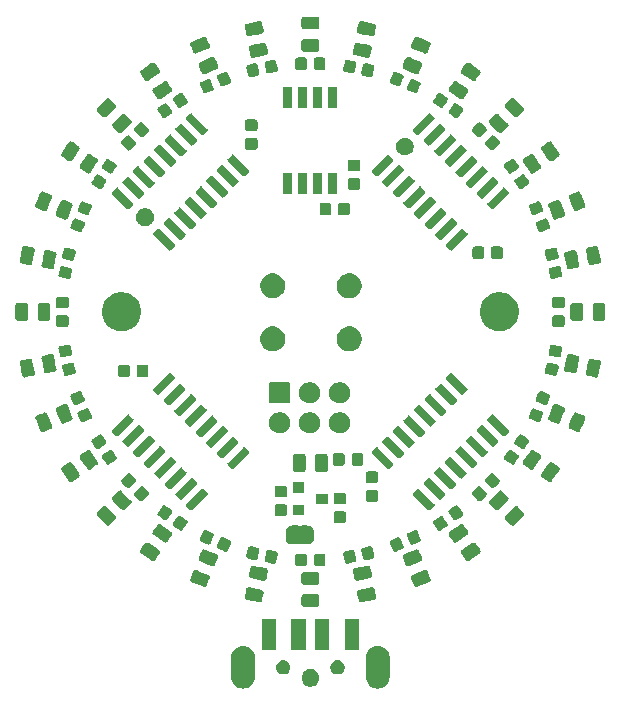
<source format=gbr>
G04 #@! TF.GenerationSoftware,KiCad,Pcbnew,(5.1.6)-1*
G04 #@! TF.CreationDate,2020-09-12T14:33:07+01:00*
G04 #@! TF.ProjectId,teatime,74656174-696d-4652-9e6b-696361645f70,rev?*
G04 #@! TF.SameCoordinates,Original*
G04 #@! TF.FileFunction,Soldermask,Top*
G04 #@! TF.FilePolarity,Negative*
%FSLAX46Y46*%
G04 Gerber Fmt 4.6, Leading zero omitted, Abs format (unit mm)*
G04 Created by KiCad (PCBNEW (5.1.6)-1) date 2020-09-12 14:33:07*
%MOMM*%
%LPD*%
G01*
G04 APERTURE LIST*
%ADD10C,0.100000*%
G04 APERTURE END LIST*
D10*
G36*
X94496228Y-128313483D02*
G01*
X94684922Y-128370723D01*
X94858815Y-128463671D01*
X95011239Y-128588761D01*
X95136329Y-128741185D01*
X95229277Y-128915078D01*
X95286517Y-129103772D01*
X95301000Y-129250825D01*
X95301000Y-130949175D01*
X95286517Y-131096228D01*
X95229277Y-131284922D01*
X95136329Y-131458815D01*
X95011239Y-131611239D01*
X94858815Y-131736329D01*
X94684921Y-131829277D01*
X94496227Y-131886517D01*
X94300000Y-131905843D01*
X94103772Y-131886517D01*
X93915078Y-131829277D01*
X93741185Y-131736329D01*
X93588761Y-131611239D01*
X93463671Y-131458815D01*
X93370723Y-131284921D01*
X93313483Y-131096227D01*
X93299000Y-130949174D01*
X93299000Y-129250825D01*
X93313483Y-129103769D01*
X93370722Y-128915081D01*
X93463672Y-128741185D01*
X93588762Y-128588761D01*
X93741186Y-128463671D01*
X93915079Y-128370723D01*
X94103773Y-128313483D01*
X94300000Y-128294157D01*
X94496228Y-128313483D01*
G37*
G36*
X105896228Y-128313483D02*
G01*
X106084922Y-128370723D01*
X106258815Y-128463671D01*
X106411239Y-128588761D01*
X106536329Y-128741185D01*
X106629277Y-128915078D01*
X106686517Y-129103772D01*
X106701000Y-129250825D01*
X106701000Y-130949175D01*
X106686517Y-131096228D01*
X106629277Y-131284922D01*
X106536329Y-131458815D01*
X106411239Y-131611239D01*
X106258815Y-131736329D01*
X106084921Y-131829277D01*
X105896227Y-131886517D01*
X105700000Y-131905843D01*
X105503772Y-131886517D01*
X105315078Y-131829277D01*
X105141185Y-131736329D01*
X104988761Y-131611239D01*
X104863671Y-131458815D01*
X104770723Y-131284921D01*
X104713483Y-131096227D01*
X104699000Y-130949174D01*
X104699000Y-129250825D01*
X104713483Y-129103769D01*
X104770722Y-128915081D01*
X104863672Y-128741185D01*
X104988762Y-128588761D01*
X105141186Y-128463671D01*
X105315079Y-128370723D01*
X105503773Y-128313483D01*
X105700000Y-128294157D01*
X105896228Y-128313483D01*
G37*
G36*
X100218766Y-130278821D02*
G01*
X100355257Y-130335358D01*
X100478097Y-130417437D01*
X100582563Y-130521903D01*
X100664642Y-130644743D01*
X100721179Y-130781234D01*
X100750000Y-130926130D01*
X100750000Y-131073870D01*
X100721179Y-131218766D01*
X100664642Y-131355257D01*
X100582563Y-131478097D01*
X100478097Y-131582563D01*
X100355257Y-131664642D01*
X100218766Y-131721179D01*
X100073870Y-131750000D01*
X99926130Y-131750000D01*
X99781234Y-131721179D01*
X99644743Y-131664642D01*
X99521903Y-131582563D01*
X99417437Y-131478097D01*
X99335358Y-131355257D01*
X99278821Y-131218766D01*
X99250000Y-131073870D01*
X99250000Y-130926130D01*
X99278821Y-130781234D01*
X99335358Y-130644743D01*
X99417437Y-130521903D01*
X99521903Y-130417437D01*
X99644743Y-130335358D01*
X99781234Y-130278821D01*
X99926130Y-130250000D01*
X100073870Y-130250000D01*
X100218766Y-130278821D01*
G37*
G36*
X102436601Y-129514397D02*
G01*
X102475305Y-129522096D01*
X102507340Y-129535365D01*
X102584680Y-129567400D01*
X102683115Y-129633173D01*
X102766827Y-129716885D01*
X102832600Y-129815320D01*
X102864635Y-129892660D01*
X102877904Y-129924695D01*
X102901000Y-130040807D01*
X102901000Y-130159193D01*
X102877904Y-130275305D01*
X102876447Y-130278822D01*
X102832600Y-130384680D01*
X102766827Y-130483115D01*
X102683115Y-130566827D01*
X102584680Y-130632600D01*
X102507340Y-130664635D01*
X102475305Y-130677904D01*
X102436601Y-130685603D01*
X102359195Y-130701000D01*
X102240805Y-130701000D01*
X102163399Y-130685603D01*
X102124695Y-130677904D01*
X102092660Y-130664635D01*
X102015320Y-130632600D01*
X101916885Y-130566827D01*
X101833173Y-130483115D01*
X101767400Y-130384680D01*
X101723553Y-130278822D01*
X101722096Y-130275305D01*
X101699000Y-130159193D01*
X101699000Y-130040807D01*
X101722096Y-129924695D01*
X101735365Y-129892660D01*
X101767400Y-129815320D01*
X101833173Y-129716885D01*
X101916885Y-129633173D01*
X102015320Y-129567400D01*
X102092660Y-129535365D01*
X102124695Y-129522096D01*
X102163399Y-129514397D01*
X102240805Y-129499000D01*
X102359195Y-129499000D01*
X102436601Y-129514397D01*
G37*
G36*
X97836601Y-129514397D02*
G01*
X97875305Y-129522096D01*
X97907340Y-129535365D01*
X97984680Y-129567400D01*
X98083115Y-129633173D01*
X98166827Y-129716885D01*
X98232600Y-129815320D01*
X98264635Y-129892660D01*
X98277904Y-129924695D01*
X98301000Y-130040807D01*
X98301000Y-130159193D01*
X98277904Y-130275305D01*
X98276447Y-130278822D01*
X98232600Y-130384680D01*
X98166827Y-130483115D01*
X98083115Y-130566827D01*
X97984680Y-130632600D01*
X97907340Y-130664635D01*
X97875305Y-130677904D01*
X97836601Y-130685603D01*
X97759195Y-130701000D01*
X97640805Y-130701000D01*
X97563399Y-130685603D01*
X97524695Y-130677904D01*
X97492660Y-130664635D01*
X97415320Y-130632600D01*
X97316885Y-130566827D01*
X97233173Y-130483115D01*
X97167400Y-130384680D01*
X97123553Y-130278822D01*
X97122096Y-130275305D01*
X97099000Y-130159193D01*
X97099000Y-130040807D01*
X97122096Y-129924695D01*
X97135365Y-129892660D01*
X97167400Y-129815320D01*
X97233173Y-129716885D01*
X97316885Y-129633173D01*
X97415320Y-129567400D01*
X97492660Y-129535365D01*
X97524695Y-129522096D01*
X97563399Y-129514397D01*
X97640805Y-129499000D01*
X97759195Y-129499000D01*
X97836601Y-129514397D01*
G37*
G36*
X104101000Y-128651000D02*
G01*
X102899000Y-128651000D01*
X102899000Y-126049000D01*
X104101000Y-126049000D01*
X104101000Y-128651000D01*
G37*
G36*
X101601000Y-128651000D02*
G01*
X100399000Y-128651000D01*
X100399000Y-126049000D01*
X101601000Y-126049000D01*
X101601000Y-128651000D01*
G37*
G36*
X97101000Y-128651000D02*
G01*
X95899000Y-128651000D01*
X95899000Y-126049000D01*
X97101000Y-126049000D01*
X97101000Y-128651000D01*
G37*
G36*
X99601000Y-128651000D02*
G01*
X98399000Y-128651000D01*
X98399000Y-126049000D01*
X99601000Y-126049000D01*
X99601000Y-128651000D01*
G37*
G36*
X100584468Y-123903565D02*
G01*
X100623138Y-123915296D01*
X100658777Y-123934346D01*
X100690017Y-123959983D01*
X100715654Y-123991223D01*
X100734704Y-124026862D01*
X100746435Y-124065532D01*
X100751000Y-124111888D01*
X100751000Y-124763112D01*
X100746435Y-124809468D01*
X100734704Y-124848138D01*
X100715654Y-124883777D01*
X100690017Y-124915017D01*
X100658777Y-124940654D01*
X100623138Y-124959704D01*
X100584468Y-124971435D01*
X100538112Y-124976000D01*
X99461888Y-124976000D01*
X99415532Y-124971435D01*
X99376862Y-124959704D01*
X99341223Y-124940654D01*
X99309983Y-124915017D01*
X99284346Y-124883777D01*
X99265296Y-124848138D01*
X99253565Y-124809468D01*
X99249000Y-124763112D01*
X99249000Y-124111888D01*
X99253565Y-124065532D01*
X99265296Y-124026862D01*
X99284346Y-123991223D01*
X99309983Y-123959983D01*
X99341223Y-123934346D01*
X99376862Y-123915296D01*
X99415532Y-123903565D01*
X99461888Y-123899000D01*
X100538112Y-123899000D01*
X100584468Y-123903565D01*
G37*
G36*
X94809767Y-123334807D02*
G01*
X95865307Y-123544766D01*
X95909882Y-123558288D01*
X95945521Y-123577338D01*
X95976761Y-123602975D01*
X96002398Y-123634215D01*
X96021447Y-123669852D01*
X96033178Y-123708525D01*
X96037139Y-123748742D01*
X96032573Y-123795101D01*
X95946591Y-124227355D01*
X95920497Y-124358542D01*
X95905526Y-124433803D01*
X95892004Y-124478383D01*
X95872955Y-124514020D01*
X95847318Y-124545260D01*
X95816078Y-124570897D01*
X95780439Y-124589947D01*
X95741769Y-124601678D01*
X95701551Y-124605638D01*
X95655193Y-124601073D01*
X94599653Y-124391114D01*
X94555078Y-124377592D01*
X94519439Y-124358542D01*
X94488199Y-124332905D01*
X94462562Y-124301665D01*
X94443513Y-124266028D01*
X94431782Y-124227355D01*
X94427821Y-124187138D01*
X94432387Y-124140779D01*
X94539364Y-123602975D01*
X94548439Y-123557351D01*
X94548440Y-123557349D01*
X94559434Y-123502077D01*
X94572956Y-123457497D01*
X94592005Y-123421860D01*
X94617642Y-123390620D01*
X94648882Y-123364983D01*
X94684521Y-123345933D01*
X94723191Y-123334202D01*
X94763409Y-123330242D01*
X94809767Y-123334807D01*
G37*
G36*
X105276807Y-123334203D02*
G01*
X105315480Y-123345934D01*
X105351117Y-123364983D01*
X105382357Y-123390620D01*
X105407994Y-123421860D01*
X105427043Y-123457497D01*
X105440565Y-123502077D01*
X105451559Y-123557349D01*
X105451560Y-123557351D01*
X105460635Y-123602975D01*
X105567612Y-124140779D01*
X105572178Y-124187138D01*
X105568218Y-124227356D01*
X105556487Y-124266026D01*
X105537437Y-124301665D01*
X105511800Y-124332905D01*
X105480560Y-124358542D01*
X105444921Y-124377592D01*
X105400346Y-124391114D01*
X104344806Y-124601073D01*
X104298450Y-124605638D01*
X104258231Y-124601677D01*
X104219558Y-124589946D01*
X104183921Y-124570897D01*
X104152681Y-124545260D01*
X104127044Y-124514020D01*
X104107995Y-124478383D01*
X104094473Y-124433803D01*
X104079503Y-124358542D01*
X104053408Y-124227355D01*
X103967426Y-123795101D01*
X103962860Y-123748740D01*
X103966820Y-123708524D01*
X103978551Y-123669854D01*
X103997601Y-123634215D01*
X104023238Y-123602975D01*
X104054478Y-123577338D01*
X104090117Y-123558288D01*
X104134692Y-123544766D01*
X105190232Y-123334807D01*
X105236588Y-123330242D01*
X105276807Y-123334203D01*
G37*
G36*
X90312524Y-121860350D02*
G01*
X90357101Y-121873872D01*
X90409167Y-121895438D01*
X90409169Y-121895439D01*
X90648582Y-121994607D01*
X91351399Y-122285723D01*
X91392477Y-122307680D01*
X91423717Y-122333317D01*
X91449354Y-122364557D01*
X91468403Y-122400194D01*
X91480134Y-122438867D01*
X91484095Y-122479084D01*
X91480135Y-122519302D01*
X91466613Y-122563874D01*
X91445045Y-122615944D01*
X91445044Y-122615947D01*
X91246272Y-123095826D01*
X91217400Y-123165527D01*
X91195443Y-123206605D01*
X91169806Y-123237845D01*
X91138566Y-123263482D01*
X91102927Y-123282532D01*
X91064257Y-123294263D01*
X91024041Y-123298223D01*
X90983822Y-123294262D01*
X90939245Y-123280740D01*
X90887179Y-123259174D01*
X90887177Y-123259173D01*
X90104042Y-122934788D01*
X89944947Y-122868889D01*
X89903869Y-122846932D01*
X89872629Y-122821295D01*
X89846992Y-122790055D01*
X89827943Y-122754418D01*
X89816212Y-122715745D01*
X89812251Y-122675526D01*
X89816211Y-122635310D01*
X89829733Y-122590738D01*
X89851321Y-122538620D01*
X90057377Y-122041156D01*
X90057379Y-122041152D01*
X90078946Y-121989085D01*
X90100903Y-121948007D01*
X90126540Y-121916767D01*
X90157780Y-121891130D01*
X90193419Y-121872080D01*
X90232089Y-121860349D01*
X90272305Y-121856389D01*
X90312524Y-121860350D01*
G37*
G36*
X109767909Y-121860350D02*
G01*
X109806582Y-121872081D01*
X109842219Y-121891130D01*
X109873459Y-121916767D01*
X109899096Y-121948007D01*
X109921053Y-121989085D01*
X109942620Y-122041153D01*
X109942622Y-122041156D01*
X110034991Y-122264154D01*
X110170265Y-122590734D01*
X110183787Y-122635311D01*
X110187748Y-122675528D01*
X110183788Y-122715746D01*
X110172057Y-122754416D01*
X110153007Y-122790055D01*
X110127370Y-122821295D01*
X110096130Y-122846932D01*
X110055052Y-122868889D01*
X109895957Y-122934788D01*
X109112822Y-123259173D01*
X109112814Y-123259175D01*
X109060750Y-123280741D01*
X109016178Y-123294263D01*
X108975962Y-123298223D01*
X108935743Y-123294262D01*
X108897070Y-123282531D01*
X108861433Y-123263482D01*
X108830193Y-123237845D01*
X108804556Y-123206605D01*
X108782599Y-123165527D01*
X108753728Y-123095826D01*
X108554955Y-122615947D01*
X108533387Y-122563878D01*
X108519865Y-122519301D01*
X108515904Y-122479082D01*
X108519864Y-122438866D01*
X108531595Y-122400196D01*
X108550645Y-122364557D01*
X108576282Y-122333317D01*
X108607522Y-122307680D01*
X108648600Y-122285723D01*
X108991564Y-122143663D01*
X109590830Y-121895439D01*
X109590838Y-121895437D01*
X109642902Y-121873871D01*
X109687474Y-121860349D01*
X109727690Y-121856389D01*
X109767909Y-121860350D01*
G37*
G36*
X100584468Y-122028565D02*
G01*
X100623138Y-122040296D01*
X100658777Y-122059346D01*
X100690017Y-122084983D01*
X100715654Y-122116223D01*
X100734704Y-122151862D01*
X100746435Y-122190532D01*
X100751000Y-122236888D01*
X100751000Y-122888112D01*
X100746435Y-122934468D01*
X100734704Y-122973138D01*
X100715654Y-123008777D01*
X100690017Y-123040017D01*
X100658777Y-123065654D01*
X100623138Y-123084704D01*
X100584468Y-123096435D01*
X100538112Y-123101000D01*
X99461888Y-123101000D01*
X99415532Y-123096435D01*
X99376862Y-123084704D01*
X99341223Y-123065654D01*
X99309983Y-123040017D01*
X99284346Y-123008777D01*
X99265296Y-122973138D01*
X99253565Y-122934468D01*
X99249000Y-122888112D01*
X99249000Y-122236888D01*
X99253565Y-122190532D01*
X99265296Y-122151862D01*
X99284346Y-122116223D01*
X99309983Y-122084983D01*
X99341223Y-122059346D01*
X99376862Y-122040296D01*
X99415532Y-122028565D01*
X99461888Y-122024000D01*
X100538112Y-122024000D01*
X100584468Y-122028565D01*
G37*
G36*
X95175561Y-121495835D02*
G01*
X96231101Y-121705794D01*
X96275676Y-121719316D01*
X96311315Y-121738366D01*
X96342555Y-121764003D01*
X96368192Y-121795243D01*
X96387241Y-121830880D01*
X96398972Y-121869553D01*
X96402933Y-121909770D01*
X96398367Y-121956129D01*
X96317370Y-122363322D01*
X96286291Y-122519570D01*
X96271320Y-122594831D01*
X96257798Y-122639411D01*
X96238749Y-122675048D01*
X96213112Y-122706288D01*
X96181872Y-122731925D01*
X96146233Y-122750975D01*
X96107563Y-122762706D01*
X96067345Y-122766666D01*
X96020987Y-122762101D01*
X94965447Y-122552142D01*
X94920872Y-122538620D01*
X94885233Y-122519570D01*
X94853993Y-122493933D01*
X94828356Y-122462693D01*
X94809307Y-122427056D01*
X94797576Y-122388383D01*
X94793615Y-122348166D01*
X94798181Y-122301807D01*
X94905158Y-121764003D01*
X94914233Y-121718379D01*
X94914234Y-121718377D01*
X94925228Y-121663105D01*
X94938750Y-121618525D01*
X94957799Y-121582888D01*
X94983436Y-121551648D01*
X95014676Y-121526011D01*
X95050315Y-121506961D01*
X95088985Y-121495230D01*
X95129203Y-121491270D01*
X95175561Y-121495835D01*
G37*
G36*
X104911013Y-121495231D02*
G01*
X104949686Y-121506962D01*
X104985323Y-121526011D01*
X105016563Y-121551648D01*
X105042200Y-121582888D01*
X105061249Y-121618525D01*
X105074771Y-121663105D01*
X105085765Y-121718377D01*
X105085766Y-121718379D01*
X105094841Y-121764003D01*
X105201818Y-122301807D01*
X105206384Y-122348166D01*
X105202424Y-122388384D01*
X105190693Y-122427054D01*
X105171643Y-122462693D01*
X105146006Y-122493933D01*
X105114766Y-122519570D01*
X105079127Y-122538620D01*
X105034552Y-122552142D01*
X103979012Y-122762101D01*
X103932656Y-122766666D01*
X103892437Y-122762705D01*
X103853764Y-122750974D01*
X103818127Y-122731925D01*
X103786887Y-122706288D01*
X103761250Y-122675048D01*
X103742201Y-122639411D01*
X103728679Y-122594831D01*
X103713709Y-122519570D01*
X103682629Y-122363322D01*
X103601632Y-121956129D01*
X103597066Y-121909768D01*
X103601026Y-121869552D01*
X103612757Y-121830882D01*
X103631807Y-121795243D01*
X103657444Y-121764003D01*
X103688684Y-121738366D01*
X103724323Y-121719316D01*
X103768898Y-121705794D01*
X104824438Y-121495835D01*
X104870794Y-121491270D01*
X104911013Y-121495231D01*
G37*
G36*
X109050377Y-120128076D02*
G01*
X109089050Y-120139807D01*
X109124687Y-120158856D01*
X109155927Y-120184493D01*
X109181564Y-120215733D01*
X109203521Y-120256811D01*
X109225088Y-120308879D01*
X109225090Y-120308882D01*
X109326393Y-120553449D01*
X109452733Y-120858460D01*
X109466255Y-120903037D01*
X109470216Y-120943254D01*
X109466256Y-120983472D01*
X109454525Y-121022142D01*
X109435475Y-121057781D01*
X109409838Y-121089021D01*
X109378598Y-121114658D01*
X109337520Y-121136615D01*
X109173710Y-121204467D01*
X108395290Y-121526899D01*
X108395282Y-121526901D01*
X108343218Y-121548467D01*
X108298646Y-121561989D01*
X108258430Y-121565949D01*
X108218211Y-121561988D01*
X108179538Y-121550257D01*
X108143901Y-121531208D01*
X108112661Y-121505571D01*
X108087024Y-121474331D01*
X108065067Y-121433253D01*
X108041029Y-121375220D01*
X107894779Y-121022142D01*
X107815855Y-120831604D01*
X107802333Y-120787027D01*
X107798372Y-120746808D01*
X107802332Y-120706592D01*
X107814063Y-120667922D01*
X107833113Y-120632283D01*
X107858750Y-120601043D01*
X107889990Y-120575406D01*
X107931068Y-120553449D01*
X108212221Y-120436992D01*
X108873298Y-120163165D01*
X108873306Y-120163163D01*
X108925370Y-120141597D01*
X108969942Y-120128075D01*
X109010158Y-120124115D01*
X109050377Y-120128076D01*
G37*
G36*
X91030056Y-120128076D02*
G01*
X91074633Y-120141598D01*
X91126699Y-120163164D01*
X91126701Y-120163165D01*
X91478493Y-120308882D01*
X92068931Y-120553449D01*
X92110009Y-120575406D01*
X92141249Y-120601043D01*
X92166886Y-120632283D01*
X92185935Y-120667920D01*
X92197666Y-120706593D01*
X92201627Y-120746810D01*
X92197667Y-120787028D01*
X92184145Y-120831600D01*
X92162577Y-120883670D01*
X92162576Y-120883673D01*
X91958971Y-121375220D01*
X91934932Y-121433253D01*
X91912975Y-121474331D01*
X91887338Y-121505571D01*
X91856098Y-121531208D01*
X91820459Y-121550258D01*
X91781789Y-121561989D01*
X91741573Y-121565949D01*
X91701354Y-121561988D01*
X91656777Y-121548466D01*
X91604711Y-121526900D01*
X91604709Y-121526899D01*
X91148932Y-121338110D01*
X90662479Y-121136615D01*
X90621401Y-121114658D01*
X90590161Y-121089021D01*
X90564524Y-121057781D01*
X90545475Y-121022144D01*
X90533744Y-120983471D01*
X90529783Y-120943252D01*
X90533743Y-120903036D01*
X90547265Y-120858464D01*
X90575637Y-120789968D01*
X90774909Y-120308882D01*
X90774911Y-120308878D01*
X90796478Y-120256811D01*
X90818435Y-120215733D01*
X90844072Y-120184493D01*
X90875312Y-120158856D01*
X90910951Y-120139806D01*
X90949621Y-120128075D01*
X90989837Y-120124115D01*
X91030056Y-120128076D01*
G37*
G36*
X99554591Y-120478085D02*
G01*
X99588569Y-120488393D01*
X99619890Y-120505134D01*
X99647339Y-120527661D01*
X99669866Y-120555110D01*
X99686607Y-120586431D01*
X99696915Y-120620409D01*
X99701000Y-120661890D01*
X99701000Y-121338110D01*
X99696915Y-121379591D01*
X99686607Y-121413569D01*
X99669866Y-121444890D01*
X99647339Y-121472339D01*
X99619890Y-121494866D01*
X99588569Y-121511607D01*
X99554591Y-121521915D01*
X99513110Y-121526000D01*
X98911890Y-121526000D01*
X98870409Y-121521915D01*
X98836431Y-121511607D01*
X98805110Y-121494866D01*
X98777661Y-121472339D01*
X98755134Y-121444890D01*
X98738393Y-121413569D01*
X98728085Y-121379591D01*
X98724000Y-121338110D01*
X98724000Y-120661890D01*
X98728085Y-120620409D01*
X98738393Y-120586431D01*
X98755134Y-120555110D01*
X98777661Y-120527661D01*
X98805110Y-120505134D01*
X98836431Y-120488393D01*
X98870409Y-120478085D01*
X98911890Y-120474000D01*
X99513110Y-120474000D01*
X99554591Y-120478085D01*
G37*
G36*
X101129591Y-120478085D02*
G01*
X101163569Y-120488393D01*
X101194890Y-120505134D01*
X101222339Y-120527661D01*
X101244866Y-120555110D01*
X101261607Y-120586431D01*
X101271915Y-120620409D01*
X101276000Y-120661890D01*
X101276000Y-121338110D01*
X101271915Y-121379591D01*
X101261607Y-121413569D01*
X101244866Y-121444890D01*
X101222339Y-121472339D01*
X101194890Y-121494866D01*
X101163569Y-121511607D01*
X101129591Y-121521915D01*
X101088110Y-121526000D01*
X100486890Y-121526000D01*
X100445409Y-121521915D01*
X100411431Y-121511607D01*
X100380110Y-121494866D01*
X100352661Y-121472339D01*
X100330134Y-121444890D01*
X100313393Y-121413569D01*
X100303085Y-121379591D01*
X100299000Y-121338110D01*
X100299000Y-120661890D01*
X100303085Y-120620409D01*
X100313393Y-120586431D01*
X100330134Y-120555110D01*
X100352661Y-120527661D01*
X100380110Y-120505134D01*
X100411431Y-120488393D01*
X100445409Y-120478085D01*
X100486890Y-120474000D01*
X101088110Y-120474000D01*
X101129591Y-120478085D01*
G37*
G36*
X96483257Y-120175585D02*
G01*
X97072924Y-120292877D01*
X97112806Y-120304976D01*
X97144127Y-120321717D01*
X97171576Y-120344244D01*
X97194103Y-120371693D01*
X97210844Y-120403014D01*
X97221152Y-120436992D01*
X97224632Y-120472333D01*
X97220547Y-120513815D01*
X97088623Y-121177039D01*
X97076524Y-121216922D01*
X97059783Y-121248243D01*
X97037256Y-121275692D01*
X97009804Y-121298221D01*
X96978488Y-121314960D01*
X96944508Y-121325268D01*
X96909167Y-121328748D01*
X96867685Y-121324663D01*
X96278018Y-121207371D01*
X96238136Y-121195272D01*
X96206815Y-121178531D01*
X96179366Y-121156004D01*
X96156839Y-121128555D01*
X96140098Y-121097234D01*
X96129790Y-121063256D01*
X96126310Y-121027915D01*
X96130395Y-120986433D01*
X96262319Y-120323209D01*
X96274418Y-120283326D01*
X96291159Y-120252005D01*
X96313686Y-120224556D01*
X96341138Y-120202027D01*
X96372454Y-120185288D01*
X96406434Y-120174980D01*
X96441775Y-120171500D01*
X96483257Y-120175585D01*
G37*
G36*
X103593565Y-120174980D02*
G01*
X103627543Y-120185288D01*
X103658864Y-120202029D01*
X103686313Y-120224556D01*
X103708840Y-120252005D01*
X103725581Y-120283326D01*
X103737680Y-120323209D01*
X103869604Y-120986433D01*
X103873689Y-121027915D01*
X103870209Y-121063256D01*
X103859901Y-121097236D01*
X103843162Y-121128552D01*
X103820633Y-121156004D01*
X103793184Y-121178531D01*
X103761863Y-121195272D01*
X103721981Y-121207371D01*
X103132314Y-121324663D01*
X103090832Y-121328748D01*
X103055491Y-121325268D01*
X103021513Y-121314960D01*
X102990192Y-121298219D01*
X102962743Y-121275692D01*
X102940216Y-121248243D01*
X102923475Y-121216922D01*
X102911376Y-121177039D01*
X102779452Y-120513815D01*
X102775367Y-120472333D01*
X102778847Y-120436992D01*
X102789155Y-120403012D01*
X102805894Y-120371696D01*
X102828423Y-120344244D01*
X102855872Y-120321717D01*
X102887193Y-120304976D01*
X102927075Y-120292877D01*
X103516742Y-120175585D01*
X103558224Y-120171500D01*
X103593565Y-120174980D01*
G37*
G36*
X113885182Y-119538644D02*
G01*
X113923852Y-119550375D01*
X113959491Y-119569425D01*
X113990731Y-119595062D01*
X114020280Y-119631069D01*
X114051589Y-119677926D01*
X114051593Y-119677931D01*
X114350768Y-120125677D01*
X114350770Y-120125682D01*
X114382083Y-120172544D01*
X114404039Y-120213621D01*
X114415770Y-120252291D01*
X114419730Y-120292509D01*
X114415770Y-120332727D01*
X114404039Y-120371397D01*
X114384989Y-120407036D01*
X114359352Y-120438276D01*
X114323345Y-120467825D01*
X114276483Y-120499137D01*
X114276482Y-120499138D01*
X113475361Y-121034430D01*
X113475355Y-121034433D01*
X113428495Y-121065744D01*
X113387418Y-121087701D01*
X113348748Y-121099432D01*
X113308530Y-121103392D01*
X113268312Y-121099432D01*
X113229642Y-121087701D01*
X113194003Y-121068651D01*
X113162763Y-121043014D01*
X113133214Y-121007007D01*
X113101905Y-120960150D01*
X113101901Y-120960145D01*
X112802726Y-120512399D01*
X112802724Y-120512394D01*
X112771411Y-120465532D01*
X112749455Y-120424455D01*
X112737724Y-120385785D01*
X112733764Y-120345567D01*
X112737724Y-120305349D01*
X112749455Y-120266679D01*
X112768505Y-120231040D01*
X112794142Y-120199800D01*
X112830149Y-120170251D01*
X112893270Y-120128075D01*
X113678133Y-119603646D01*
X113678139Y-119603643D01*
X113724999Y-119572332D01*
X113766076Y-119550375D01*
X113804746Y-119538644D01*
X113844964Y-119534684D01*
X113885182Y-119538644D01*
G37*
G36*
X86195253Y-119538644D02*
G01*
X86233923Y-119550375D01*
X86275000Y-119572332D01*
X86321860Y-119603643D01*
X86321866Y-119603646D01*
X87106729Y-120128075D01*
X87169850Y-120170251D01*
X87205857Y-120199800D01*
X87231494Y-120231040D01*
X87250544Y-120266679D01*
X87262275Y-120305349D01*
X87266235Y-120345567D01*
X87262275Y-120385785D01*
X87250544Y-120424455D01*
X87228588Y-120465532D01*
X87197275Y-120512394D01*
X87197273Y-120512399D01*
X86898098Y-120960145D01*
X86898094Y-120960150D01*
X86866785Y-121007007D01*
X86837236Y-121043014D01*
X86805996Y-121068651D01*
X86770357Y-121087701D01*
X86731687Y-121099432D01*
X86691469Y-121103392D01*
X86651251Y-121099432D01*
X86612581Y-121087701D01*
X86571504Y-121065744D01*
X86524644Y-121034433D01*
X86524638Y-121034430D01*
X85723517Y-120499138D01*
X85723516Y-120499137D01*
X85676654Y-120467825D01*
X85640647Y-120438276D01*
X85615010Y-120407036D01*
X85595960Y-120371397D01*
X85584229Y-120332727D01*
X85580269Y-120292509D01*
X85584229Y-120252291D01*
X85595960Y-120213621D01*
X85617916Y-120172544D01*
X85649229Y-120125682D01*
X85649231Y-120125677D01*
X85948406Y-119677931D01*
X85948410Y-119677926D01*
X85979719Y-119631069D01*
X86009268Y-119595062D01*
X86040508Y-119569425D01*
X86076147Y-119550375D01*
X86114817Y-119538644D01*
X86155035Y-119534684D01*
X86195253Y-119538644D01*
G37*
G36*
X105138301Y-119867712D02*
G01*
X105172279Y-119878020D01*
X105203600Y-119894761D01*
X105231049Y-119917288D01*
X105253576Y-119944737D01*
X105270317Y-119976058D01*
X105282416Y-120015941D01*
X105414340Y-120679165D01*
X105418425Y-120720647D01*
X105414945Y-120755988D01*
X105404637Y-120789968D01*
X105387898Y-120821284D01*
X105365369Y-120848736D01*
X105337920Y-120871263D01*
X105306599Y-120888004D01*
X105266717Y-120900103D01*
X104677050Y-121017395D01*
X104635568Y-121021480D01*
X104600227Y-121018000D01*
X104566249Y-121007692D01*
X104534928Y-120990951D01*
X104507479Y-120968424D01*
X104484952Y-120940975D01*
X104468211Y-120909654D01*
X104456112Y-120869771D01*
X104324188Y-120206547D01*
X104320103Y-120165065D01*
X104323583Y-120129724D01*
X104333891Y-120095744D01*
X104350630Y-120064428D01*
X104373159Y-120036976D01*
X104400608Y-120014449D01*
X104431929Y-119997708D01*
X104471811Y-119985609D01*
X105061478Y-119868317D01*
X105102960Y-119864232D01*
X105138301Y-119867712D01*
G37*
G36*
X94938521Y-119868317D02*
G01*
X95528188Y-119985609D01*
X95568070Y-119997708D01*
X95599391Y-120014449D01*
X95626840Y-120036976D01*
X95649367Y-120064425D01*
X95666108Y-120095746D01*
X95676416Y-120129724D01*
X95679896Y-120165065D01*
X95675811Y-120206547D01*
X95543887Y-120869771D01*
X95531788Y-120909654D01*
X95515047Y-120940975D01*
X95492520Y-120968424D01*
X95465068Y-120990953D01*
X95433752Y-121007692D01*
X95399772Y-121018000D01*
X95364431Y-121021480D01*
X95322949Y-121017395D01*
X94733282Y-120900103D01*
X94693400Y-120888004D01*
X94662079Y-120871263D01*
X94634630Y-120848736D01*
X94612103Y-120821287D01*
X94595362Y-120789966D01*
X94585054Y-120755988D01*
X94581574Y-120720647D01*
X94585659Y-120679165D01*
X94717583Y-120015941D01*
X94729682Y-119976058D01*
X94746423Y-119944737D01*
X94768950Y-119917288D01*
X94796402Y-119894759D01*
X94827718Y-119878020D01*
X94861698Y-119867712D01*
X94897039Y-119864232D01*
X94938521Y-119868317D01*
G37*
G36*
X92574882Y-119089734D02*
G01*
X92614764Y-119101833D01*
X92771509Y-119166759D01*
X93118151Y-119310342D01*
X93118160Y-119310347D01*
X93170218Y-119331910D01*
X93206981Y-119351560D01*
X93234431Y-119374087D01*
X93256957Y-119401537D01*
X93273698Y-119432857D01*
X93284006Y-119466836D01*
X93287486Y-119502176D01*
X93284006Y-119537517D01*
X93271907Y-119577399D01*
X93250340Y-119629465D01*
X93250339Y-119629470D01*
X93034697Y-120150076D01*
X93034694Y-120150082D01*
X93013129Y-120202144D01*
X92993479Y-120238907D01*
X92970952Y-120266356D01*
X92943500Y-120288885D01*
X92912184Y-120305624D01*
X92878204Y-120315932D01*
X92842863Y-120319412D01*
X92807522Y-120315932D01*
X92767640Y-120303833D01*
X92522141Y-120202144D01*
X92264253Y-120095324D01*
X92264244Y-120095319D01*
X92212186Y-120073756D01*
X92175423Y-120054106D01*
X92147973Y-120031579D01*
X92125447Y-120004129D01*
X92108706Y-119972809D01*
X92098398Y-119938830D01*
X92094918Y-119903490D01*
X92098398Y-119868149D01*
X92110497Y-119828267D01*
X92132064Y-119776201D01*
X92132065Y-119776196D01*
X92347707Y-119255590D01*
X92347710Y-119255584D01*
X92369275Y-119203522D01*
X92388925Y-119166759D01*
X92411452Y-119139310D01*
X92438904Y-119116781D01*
X92470220Y-119100042D01*
X92504200Y-119089734D01*
X92539541Y-119086254D01*
X92574882Y-119089734D01*
G37*
G36*
X107495798Y-119089734D02*
G01*
X107529777Y-119100042D01*
X107561097Y-119116783D01*
X107588547Y-119139309D01*
X107611074Y-119166759D01*
X107630724Y-119203522D01*
X107652289Y-119255584D01*
X107652292Y-119255590D01*
X107867934Y-119776196D01*
X107867935Y-119776201D01*
X107889502Y-119828267D01*
X107901601Y-119868149D01*
X107905081Y-119903490D01*
X107901601Y-119938831D01*
X107891293Y-119972811D01*
X107874554Y-120004127D01*
X107852025Y-120031579D01*
X107824576Y-120054106D01*
X107787813Y-120073756D01*
X107735755Y-120095319D01*
X107735746Y-120095324D01*
X107477858Y-120202144D01*
X107232359Y-120303833D01*
X107192477Y-120315932D01*
X107157136Y-120319412D01*
X107121796Y-120315932D01*
X107087817Y-120305624D01*
X107056497Y-120288883D01*
X107029047Y-120266357D01*
X107006520Y-120238907D01*
X106986870Y-120202144D01*
X106965305Y-120150082D01*
X106965302Y-120150076D01*
X106749660Y-119629470D01*
X106749659Y-119629465D01*
X106728092Y-119577399D01*
X106715993Y-119537517D01*
X106712513Y-119502176D01*
X106715993Y-119466835D01*
X106726301Y-119432855D01*
X106743040Y-119401539D01*
X106765569Y-119374087D01*
X106793018Y-119351560D01*
X106829781Y-119331910D01*
X106881839Y-119310347D01*
X106881848Y-119310342D01*
X107228490Y-119166759D01*
X107385235Y-119101833D01*
X107425117Y-119089734D01*
X107460458Y-119086254D01*
X107495798Y-119089734D01*
G37*
G36*
X91119772Y-118487008D02*
G01*
X91159654Y-118499107D01*
X91339551Y-118573623D01*
X91663041Y-118707616D01*
X91663050Y-118707621D01*
X91715108Y-118729184D01*
X91751871Y-118748834D01*
X91779321Y-118771361D01*
X91801847Y-118798811D01*
X91818588Y-118830131D01*
X91828896Y-118864110D01*
X91832376Y-118899450D01*
X91828896Y-118934791D01*
X91816797Y-118974673D01*
X91795230Y-119026739D01*
X91795229Y-119026744D01*
X91579587Y-119547350D01*
X91579584Y-119547356D01*
X91558019Y-119599418D01*
X91538369Y-119636181D01*
X91515842Y-119663630D01*
X91488390Y-119686159D01*
X91457074Y-119702898D01*
X91423094Y-119713206D01*
X91387753Y-119716686D01*
X91352412Y-119713206D01*
X91312530Y-119701107D01*
X91124234Y-119623112D01*
X90809143Y-119492598D01*
X90809134Y-119492593D01*
X90757076Y-119471030D01*
X90720313Y-119451380D01*
X90692863Y-119428853D01*
X90670337Y-119401403D01*
X90653596Y-119370083D01*
X90643288Y-119336104D01*
X90639808Y-119300764D01*
X90643288Y-119265423D01*
X90655387Y-119225541D01*
X90676954Y-119173475D01*
X90676955Y-119173470D01*
X90892597Y-118652864D01*
X90892600Y-118652858D01*
X90914165Y-118600796D01*
X90933815Y-118564033D01*
X90956342Y-118536584D01*
X90983794Y-118514055D01*
X91015110Y-118497316D01*
X91049090Y-118487008D01*
X91084431Y-118483528D01*
X91119772Y-118487008D01*
G37*
G36*
X108950908Y-118487008D02*
G01*
X108984887Y-118497316D01*
X109016207Y-118514057D01*
X109043657Y-118536583D01*
X109066184Y-118564033D01*
X109085834Y-118600796D01*
X109107399Y-118652858D01*
X109107402Y-118652864D01*
X109323044Y-119173470D01*
X109323045Y-119173475D01*
X109344612Y-119225541D01*
X109356711Y-119265423D01*
X109360191Y-119300764D01*
X109356711Y-119336105D01*
X109346403Y-119370085D01*
X109329664Y-119401401D01*
X109307135Y-119428853D01*
X109279686Y-119451380D01*
X109242923Y-119471030D01*
X109190865Y-119492593D01*
X109190856Y-119492598D01*
X108875765Y-119623112D01*
X108687469Y-119701107D01*
X108647587Y-119713206D01*
X108612246Y-119716686D01*
X108576906Y-119713206D01*
X108542927Y-119702898D01*
X108511607Y-119686157D01*
X108484157Y-119663631D01*
X108461630Y-119636181D01*
X108441980Y-119599418D01*
X108420415Y-119547356D01*
X108420412Y-119547350D01*
X108204770Y-119026744D01*
X108204769Y-119026739D01*
X108183202Y-118974673D01*
X108171103Y-118934791D01*
X108167623Y-118899450D01*
X108171103Y-118864109D01*
X108181411Y-118830129D01*
X108198150Y-118798813D01*
X108220679Y-118771361D01*
X108248128Y-118748834D01*
X108284891Y-118729184D01*
X108336949Y-118707621D01*
X108336958Y-118707616D01*
X108660448Y-118573623D01*
X108840345Y-118499107D01*
X108880227Y-118487008D01*
X108915568Y-118483528D01*
X108950908Y-118487008D01*
G37*
G36*
X98959999Y-118099737D02*
G01*
X98969608Y-118102652D01*
X98978472Y-118107390D01*
X98986237Y-118113763D01*
X98996448Y-118126206D01*
X99003378Y-118136575D01*
X99020705Y-118153902D01*
X99041080Y-118167515D01*
X99063720Y-118176891D01*
X99087753Y-118181671D01*
X99112257Y-118181670D01*
X99136290Y-118176888D01*
X99158929Y-118167510D01*
X99179302Y-118153895D01*
X99196629Y-118136568D01*
X99203558Y-118126198D01*
X99213763Y-118113763D01*
X99221528Y-118107390D01*
X99230392Y-118102652D01*
X99240001Y-118099737D01*
X99256140Y-118098148D01*
X99743861Y-118098148D01*
X99762199Y-118099954D01*
X99774450Y-118100556D01*
X99792869Y-118100556D01*
X99815149Y-118102750D01*
X99899233Y-118119476D01*
X99920660Y-118125976D01*
X99999858Y-118158780D01*
X100005303Y-118161691D01*
X100005309Y-118161693D01*
X100014169Y-118166429D01*
X100014173Y-118166432D01*
X100019614Y-118169340D01*
X100090899Y-118216971D01*
X100108204Y-118231172D01*
X100168828Y-118291796D01*
X100183029Y-118309101D01*
X100230660Y-118380386D01*
X100233568Y-118385827D01*
X100233571Y-118385831D01*
X100238307Y-118394691D01*
X100238309Y-118394697D01*
X100241220Y-118400142D01*
X100274024Y-118479340D01*
X100280524Y-118500767D01*
X100297250Y-118584851D01*
X100299444Y-118607131D01*
X100299444Y-118625550D01*
X100300046Y-118637801D01*
X100301852Y-118656139D01*
X100301852Y-119143862D01*
X100300046Y-119162199D01*
X100299444Y-119174450D01*
X100299444Y-119192869D01*
X100297250Y-119215149D01*
X100280524Y-119299233D01*
X100274024Y-119320660D01*
X100241220Y-119399858D01*
X100238309Y-119405303D01*
X100238307Y-119405309D01*
X100233571Y-119414169D01*
X100233568Y-119414173D01*
X100230660Y-119419614D01*
X100183029Y-119490899D01*
X100168828Y-119508204D01*
X100108204Y-119568828D01*
X100090899Y-119583029D01*
X100019614Y-119630660D01*
X100014173Y-119633568D01*
X100014169Y-119633571D01*
X100005309Y-119638307D01*
X100005303Y-119638309D01*
X99999858Y-119641220D01*
X99920660Y-119674024D01*
X99899233Y-119680524D01*
X99815149Y-119697250D01*
X99792869Y-119699444D01*
X99774450Y-119699444D01*
X99762199Y-119700046D01*
X99743862Y-119701852D01*
X99256140Y-119701852D01*
X99240001Y-119700263D01*
X99230392Y-119697348D01*
X99221528Y-119692610D01*
X99213763Y-119686237D01*
X99203552Y-119673794D01*
X99196622Y-119663425D01*
X99179295Y-119646098D01*
X99158920Y-119632485D01*
X99136280Y-119623109D01*
X99112247Y-119618329D01*
X99087743Y-119618330D01*
X99063710Y-119623112D01*
X99041071Y-119632490D01*
X99020698Y-119646105D01*
X99003371Y-119663432D01*
X98996442Y-119673802D01*
X98986237Y-119686237D01*
X98978472Y-119692610D01*
X98969608Y-119697348D01*
X98959999Y-119700263D01*
X98943860Y-119701852D01*
X98456138Y-119701852D01*
X98437801Y-119700046D01*
X98425550Y-119699444D01*
X98407131Y-119699444D01*
X98384851Y-119697250D01*
X98300767Y-119680524D01*
X98279340Y-119674024D01*
X98200142Y-119641220D01*
X98194697Y-119638309D01*
X98194691Y-119638307D01*
X98185831Y-119633571D01*
X98185827Y-119633568D01*
X98180386Y-119630660D01*
X98109101Y-119583029D01*
X98091796Y-119568828D01*
X98031172Y-119508204D01*
X98016971Y-119490899D01*
X97969340Y-119419614D01*
X97966432Y-119414173D01*
X97966429Y-119414169D01*
X97961693Y-119405309D01*
X97961691Y-119405303D01*
X97958780Y-119399858D01*
X97925976Y-119320660D01*
X97919476Y-119299233D01*
X97902750Y-119215149D01*
X97900556Y-119192869D01*
X97900556Y-119174450D01*
X97899954Y-119162199D01*
X97898148Y-119143862D01*
X97898148Y-118656138D01*
X97899954Y-118637801D01*
X97900556Y-118625550D01*
X97900556Y-118607131D01*
X97902750Y-118584851D01*
X97919476Y-118500767D01*
X97925976Y-118479340D01*
X97958780Y-118400142D01*
X97961691Y-118394697D01*
X97961693Y-118394691D01*
X97966429Y-118385831D01*
X97966432Y-118385827D01*
X97969340Y-118380386D01*
X98016971Y-118309101D01*
X98031172Y-118291796D01*
X98091796Y-118231172D01*
X98109101Y-118216971D01*
X98180386Y-118169340D01*
X98185827Y-118166432D01*
X98185831Y-118166429D01*
X98194691Y-118161693D01*
X98194697Y-118161691D01*
X98200142Y-118158780D01*
X98279340Y-118125976D01*
X98300767Y-118119476D01*
X98384851Y-118102750D01*
X98407131Y-118100556D01*
X98425550Y-118100556D01*
X98437801Y-118099954D01*
X98456139Y-118098148D01*
X98943860Y-118098148D01*
X98959999Y-118099737D01*
G37*
G36*
X112843488Y-117979638D02*
G01*
X112882158Y-117991369D01*
X112917797Y-118010419D01*
X112949037Y-118036056D01*
X112978586Y-118072063D01*
X113009895Y-118118920D01*
X113009899Y-118118925D01*
X113309074Y-118566671D01*
X113309076Y-118566676D01*
X113340389Y-118613538D01*
X113362345Y-118654615D01*
X113374076Y-118693285D01*
X113378036Y-118733503D01*
X113374076Y-118773721D01*
X113362345Y-118812391D01*
X113343295Y-118848030D01*
X113317658Y-118879270D01*
X113281651Y-118908819D01*
X113234789Y-118940131D01*
X113234788Y-118940132D01*
X112433667Y-119475424D01*
X112433661Y-119475427D01*
X112386801Y-119506738D01*
X112345724Y-119528695D01*
X112307054Y-119540426D01*
X112266836Y-119544386D01*
X112226618Y-119540426D01*
X112187948Y-119528695D01*
X112152309Y-119509645D01*
X112121069Y-119484008D01*
X112091520Y-119448001D01*
X112060211Y-119401144D01*
X112060207Y-119401139D01*
X111761032Y-118953393D01*
X111761030Y-118953388D01*
X111729717Y-118906526D01*
X111707761Y-118865449D01*
X111696030Y-118826779D01*
X111692070Y-118786561D01*
X111696030Y-118746343D01*
X111707761Y-118707673D01*
X111726811Y-118672034D01*
X111752448Y-118640794D01*
X111788455Y-118611245D01*
X111844760Y-118573623D01*
X112636439Y-118044640D01*
X112636445Y-118044637D01*
X112683305Y-118013326D01*
X112724382Y-117991369D01*
X112763052Y-117979638D01*
X112803270Y-117975678D01*
X112843488Y-117979638D01*
G37*
G36*
X87236947Y-117979638D02*
G01*
X87275617Y-117991369D01*
X87316694Y-118013326D01*
X87363554Y-118044637D01*
X87363560Y-118044640D01*
X88155239Y-118573623D01*
X88211544Y-118611245D01*
X88247551Y-118640794D01*
X88273188Y-118672034D01*
X88292238Y-118707673D01*
X88303969Y-118746343D01*
X88307929Y-118786561D01*
X88303969Y-118826779D01*
X88292238Y-118865449D01*
X88270282Y-118906526D01*
X88238969Y-118953388D01*
X88238967Y-118953393D01*
X87939792Y-119401139D01*
X87939788Y-119401144D01*
X87908479Y-119448001D01*
X87878930Y-119484008D01*
X87847690Y-119509645D01*
X87812051Y-119528695D01*
X87773381Y-119540426D01*
X87733163Y-119544386D01*
X87692945Y-119540426D01*
X87654275Y-119528695D01*
X87613198Y-119506738D01*
X87566338Y-119475427D01*
X87566332Y-119475424D01*
X86765211Y-118940132D01*
X86765210Y-118940131D01*
X86718348Y-118908819D01*
X86682341Y-118879270D01*
X86656704Y-118848030D01*
X86637654Y-118812391D01*
X86625923Y-118773721D01*
X86621963Y-118733503D01*
X86625923Y-118693285D01*
X86637654Y-118654615D01*
X86659610Y-118613538D01*
X86690923Y-118566676D01*
X86690925Y-118566671D01*
X86990100Y-118118925D01*
X86990104Y-118118920D01*
X87021413Y-118072063D01*
X87050962Y-118036056D01*
X87082202Y-118010419D01*
X87117841Y-117991369D01*
X87156511Y-117979638D01*
X87196729Y-117975678D01*
X87236947Y-117979638D01*
G37*
G36*
X88959350Y-117264053D02*
G01*
X88993328Y-117274361D01*
X89030089Y-117294010D01*
X89173694Y-117389964D01*
X89483123Y-117596718D01*
X89483130Y-117596723D01*
X89529986Y-117628032D01*
X89562205Y-117654472D01*
X89584731Y-117681922D01*
X89601472Y-117713242D01*
X89611780Y-117747221D01*
X89615260Y-117782561D01*
X89611780Y-117817902D01*
X89601472Y-117851881D01*
X89581824Y-117888641D01*
X89453822Y-118080209D01*
X89237449Y-118404036D01*
X89237445Y-118404041D01*
X89206134Y-118450901D01*
X89179695Y-118483116D01*
X89152245Y-118505644D01*
X89120924Y-118522385D01*
X89086946Y-118532693D01*
X89051605Y-118536173D01*
X89016264Y-118532693D01*
X88982286Y-118522385D01*
X88945525Y-118502736D01*
X88762416Y-118380386D01*
X88492491Y-118200028D01*
X88492484Y-118200023D01*
X88445628Y-118168714D01*
X88413409Y-118142274D01*
X88390883Y-118114824D01*
X88374142Y-118083504D01*
X88363834Y-118049525D01*
X88360354Y-118014185D01*
X88363834Y-117978844D01*
X88374142Y-117944865D01*
X88393790Y-117908105D01*
X88563262Y-117654472D01*
X88738165Y-117392710D01*
X88738169Y-117392705D01*
X88769480Y-117345845D01*
X88795919Y-117313630D01*
X88823369Y-117291102D01*
X88854690Y-117274361D01*
X88888668Y-117264053D01*
X88924009Y-117260573D01*
X88959350Y-117264053D01*
G37*
G36*
X111111330Y-117264053D02*
G01*
X111145309Y-117274361D01*
X111176629Y-117291102D01*
X111204080Y-117313629D01*
X111230520Y-117345846D01*
X111261831Y-117392707D01*
X111261834Y-117392710D01*
X111355719Y-117533220D01*
X111606209Y-117908105D01*
X111625857Y-117944865D01*
X111636165Y-117978844D01*
X111639645Y-118014185D01*
X111636165Y-118049526D01*
X111625857Y-118083504D01*
X111609116Y-118114825D01*
X111586589Y-118142274D01*
X111554372Y-118168714D01*
X111507511Y-118200026D01*
X111507508Y-118200028D01*
X111351406Y-118304332D01*
X111054474Y-118502736D01*
X111017713Y-118522385D01*
X110983735Y-118532693D01*
X110948394Y-118536173D01*
X110913054Y-118532693D01*
X110879075Y-118522385D01*
X110847755Y-118505644D01*
X110820304Y-118483117D01*
X110793864Y-118450900D01*
X110762553Y-118404039D01*
X110762550Y-118404036D01*
X110569306Y-118114825D01*
X110418175Y-117888641D01*
X110398527Y-117851881D01*
X110388219Y-117817902D01*
X110384739Y-117782561D01*
X110388219Y-117747220D01*
X110398527Y-117713242D01*
X110415268Y-117681921D01*
X110437795Y-117654472D01*
X110470012Y-117628032D01*
X110516873Y-117596720D01*
X110516876Y-117596718D01*
X110766115Y-117430182D01*
X110969910Y-117294010D01*
X111006671Y-117274361D01*
X111040649Y-117264053D01*
X111075990Y-117260573D01*
X111111330Y-117264053D01*
G37*
G36*
X82610035Y-116458311D02*
G01*
X82648705Y-116470042D01*
X82684344Y-116489092D01*
X82720350Y-116518641D01*
X82760200Y-116558491D01*
X82760206Y-116558496D01*
X83441503Y-117239793D01*
X83441508Y-117239799D01*
X83481358Y-117279649D01*
X83510907Y-117315655D01*
X83529957Y-117351294D01*
X83541688Y-117389964D01*
X83545648Y-117430182D01*
X83541688Y-117470400D01*
X83529957Y-117509070D01*
X83510907Y-117544709D01*
X83481358Y-117580715D01*
X83441508Y-117620565D01*
X83441503Y-117620571D01*
X83060726Y-118001348D01*
X83060720Y-118001353D01*
X83020870Y-118041203D01*
X82984864Y-118070752D01*
X82949225Y-118089802D01*
X82910555Y-118101533D01*
X82870337Y-118105493D01*
X82830119Y-118101533D01*
X82791449Y-118089802D01*
X82755810Y-118070752D01*
X82719804Y-118041203D01*
X82679954Y-118001353D01*
X82679948Y-118001348D01*
X81998651Y-117320051D01*
X81998646Y-117320045D01*
X81958796Y-117280195D01*
X81929247Y-117244189D01*
X81910197Y-117208550D01*
X81898466Y-117169880D01*
X81894506Y-117129662D01*
X81898466Y-117089444D01*
X81910197Y-117050774D01*
X81929247Y-117015135D01*
X81958796Y-116979129D01*
X81998646Y-116939279D01*
X81998651Y-116939273D01*
X82379428Y-116558496D01*
X82379434Y-116558491D01*
X82419284Y-116518641D01*
X82455290Y-116489092D01*
X82490929Y-116470042D01*
X82529599Y-116458311D01*
X82569817Y-116454351D01*
X82610035Y-116458311D01*
G37*
G36*
X117470400Y-116458311D02*
G01*
X117509070Y-116470042D01*
X117544709Y-116489092D01*
X117580715Y-116518641D01*
X117620565Y-116558491D01*
X117620571Y-116558496D01*
X118001348Y-116939273D01*
X118001353Y-116939279D01*
X118041203Y-116979129D01*
X118070752Y-117015135D01*
X118089802Y-117050774D01*
X118101533Y-117089444D01*
X118105493Y-117129662D01*
X118101533Y-117169880D01*
X118089802Y-117208550D01*
X118070752Y-117244189D01*
X118041203Y-117280195D01*
X118001353Y-117320045D01*
X118001348Y-117320051D01*
X117320051Y-118001348D01*
X117320045Y-118001353D01*
X117280195Y-118041203D01*
X117244189Y-118070752D01*
X117208550Y-118089802D01*
X117169880Y-118101533D01*
X117129662Y-118105493D01*
X117089444Y-118101533D01*
X117050774Y-118089802D01*
X117015135Y-118070752D01*
X116979129Y-118041203D01*
X116939279Y-118001353D01*
X116939273Y-118001348D01*
X116558496Y-117620571D01*
X116558491Y-117620565D01*
X116518641Y-117580715D01*
X116489092Y-117544709D01*
X116470042Y-117509070D01*
X116458311Y-117470400D01*
X116454351Y-117430182D01*
X116458311Y-117389964D01*
X116470042Y-117351294D01*
X116489092Y-117315655D01*
X116518641Y-117279649D01*
X116558491Y-117239799D01*
X116558496Y-117239793D01*
X117239793Y-116558496D01*
X117239799Y-116558491D01*
X117279649Y-116518641D01*
X117315655Y-116489092D01*
X117351294Y-116470042D01*
X117389964Y-116458311D01*
X117430182Y-116454351D01*
X117470400Y-116458311D01*
G37*
G36*
X102879591Y-116903085D02*
G01*
X102913569Y-116913393D01*
X102944890Y-116930134D01*
X102972339Y-116952661D01*
X102994866Y-116980110D01*
X103011607Y-117011431D01*
X103021915Y-117045409D01*
X103026000Y-117086890D01*
X103026000Y-117688110D01*
X103021915Y-117729591D01*
X103011607Y-117763569D01*
X102994866Y-117794890D01*
X102972339Y-117822339D01*
X102944890Y-117844866D01*
X102913569Y-117861607D01*
X102879591Y-117871915D01*
X102838110Y-117876000D01*
X102161890Y-117876000D01*
X102120409Y-117871915D01*
X102086431Y-117861607D01*
X102055110Y-117844866D01*
X102027661Y-117822339D01*
X102005134Y-117794890D01*
X101988393Y-117763569D01*
X101978085Y-117729591D01*
X101974000Y-117688110D01*
X101974000Y-117086890D01*
X101978085Y-117045409D01*
X101988393Y-117011431D01*
X102005134Y-116980110D01*
X102027661Y-116952661D01*
X102055110Y-116930134D01*
X102086431Y-116913393D01*
X102120409Y-116903085D01*
X102161890Y-116899000D01*
X102838110Y-116899000D01*
X102879591Y-116903085D01*
G37*
G36*
X87649786Y-116389029D02*
G01*
X87683764Y-116399337D01*
X87720525Y-116418986D01*
X87841965Y-116500130D01*
X88173559Y-116721694D01*
X88173566Y-116721699D01*
X88220422Y-116753008D01*
X88252641Y-116779448D01*
X88275167Y-116806898D01*
X88291908Y-116838218D01*
X88302216Y-116872197D01*
X88305696Y-116907537D01*
X88302216Y-116942878D01*
X88291908Y-116976857D01*
X88272260Y-117013617D01*
X88199895Y-117121919D01*
X87927885Y-117529012D01*
X87927881Y-117529017D01*
X87896570Y-117575877D01*
X87870131Y-117608092D01*
X87842681Y-117630620D01*
X87811360Y-117647361D01*
X87777382Y-117657669D01*
X87742041Y-117661149D01*
X87706700Y-117657669D01*
X87672722Y-117647361D01*
X87635961Y-117627712D01*
X87400528Y-117470400D01*
X87182927Y-117325004D01*
X87182920Y-117324999D01*
X87136064Y-117293690D01*
X87103845Y-117267250D01*
X87081319Y-117239800D01*
X87064578Y-117208480D01*
X87054270Y-117174501D01*
X87050790Y-117139161D01*
X87054270Y-117103820D01*
X87064578Y-117069841D01*
X87084226Y-117033081D01*
X87239624Y-116800511D01*
X87428601Y-116517686D01*
X87428605Y-116517681D01*
X87459916Y-116470821D01*
X87486355Y-116438606D01*
X87513805Y-116416078D01*
X87545126Y-116399337D01*
X87579104Y-116389029D01*
X87614445Y-116385549D01*
X87649786Y-116389029D01*
G37*
G36*
X112420894Y-116389029D02*
G01*
X112454873Y-116399337D01*
X112486193Y-116416078D01*
X112513644Y-116438605D01*
X112540084Y-116470822D01*
X112571395Y-116517683D01*
X112571398Y-116517686D01*
X112572036Y-116518641D01*
X112915773Y-117033081D01*
X112935421Y-117069841D01*
X112945729Y-117103820D01*
X112949209Y-117139161D01*
X112945729Y-117174502D01*
X112935421Y-117208480D01*
X112918680Y-117239801D01*
X112896153Y-117267250D01*
X112863936Y-117293690D01*
X112817075Y-117325002D01*
X112817072Y-117325004D01*
X112659662Y-117430182D01*
X112364038Y-117627712D01*
X112327277Y-117647361D01*
X112293299Y-117657669D01*
X112257958Y-117661149D01*
X112222618Y-117657669D01*
X112188639Y-117647361D01*
X112157319Y-117630620D01*
X112129868Y-117608093D01*
X112103428Y-117575876D01*
X112072117Y-117529015D01*
X112072114Y-117529012D01*
X111908680Y-117284415D01*
X111727739Y-117013617D01*
X111708091Y-116976857D01*
X111697783Y-116942878D01*
X111694303Y-116907537D01*
X111697783Y-116872196D01*
X111708091Y-116838218D01*
X111724832Y-116806897D01*
X111747359Y-116779448D01*
X111779576Y-116753008D01*
X111826437Y-116721696D01*
X111826440Y-116721694D01*
X112074793Y-116555750D01*
X112279474Y-116418986D01*
X112316235Y-116399337D01*
X112350213Y-116389029D01*
X112385554Y-116385549D01*
X112420894Y-116389029D01*
G37*
G36*
X97879591Y-116315585D02*
G01*
X97913569Y-116325893D01*
X97944890Y-116342634D01*
X97972339Y-116365161D01*
X97994866Y-116392610D01*
X98011607Y-116423931D01*
X98021915Y-116457909D01*
X98026000Y-116499390D01*
X98026000Y-117100610D01*
X98021915Y-117142091D01*
X98011607Y-117176069D01*
X97994866Y-117207390D01*
X97972339Y-117234839D01*
X97944890Y-117257366D01*
X97913569Y-117274107D01*
X97879591Y-117284415D01*
X97838110Y-117288500D01*
X97161890Y-117288500D01*
X97120409Y-117284415D01*
X97086431Y-117274107D01*
X97055110Y-117257366D01*
X97027661Y-117234839D01*
X97005134Y-117207390D01*
X96988393Y-117176069D01*
X96978085Y-117142091D01*
X96974000Y-117100610D01*
X96974000Y-116499390D01*
X96978085Y-116457909D01*
X96988393Y-116423931D01*
X97005134Y-116392610D01*
X97027661Y-116365161D01*
X97055110Y-116342634D01*
X97086431Y-116325893D01*
X97120409Y-116315585D01*
X97161890Y-116311500D01*
X97838110Y-116311500D01*
X97879591Y-116315585D01*
G37*
G36*
X99501000Y-117251000D02*
G01*
X98499000Y-117251000D01*
X98499000Y-116349000D01*
X99501000Y-116349000D01*
X99501000Y-117251000D01*
G37*
G36*
X90892225Y-114969063D02*
G01*
X90913306Y-114975459D01*
X90932742Y-114985847D01*
X90954539Y-115003735D01*
X91282444Y-115331640D01*
X91300332Y-115353437D01*
X91310720Y-115372873D01*
X91317116Y-115393954D01*
X91319275Y-115415882D01*
X91317116Y-115437810D01*
X91310720Y-115458891D01*
X91300332Y-115478327D01*
X91282444Y-115500124D01*
X89999945Y-116782623D01*
X89978148Y-116800511D01*
X89958712Y-116810899D01*
X89937631Y-116817295D01*
X89915703Y-116819454D01*
X89893775Y-116817295D01*
X89872694Y-116810899D01*
X89853258Y-116800511D01*
X89831461Y-116782623D01*
X89503556Y-116454718D01*
X89485668Y-116432921D01*
X89475280Y-116413485D01*
X89468884Y-116392404D01*
X89466725Y-116370476D01*
X89468884Y-116348548D01*
X89475280Y-116327467D01*
X89485668Y-116308031D01*
X89503556Y-116286234D01*
X90786055Y-115003735D01*
X90807852Y-114985847D01*
X90827288Y-114975459D01*
X90848369Y-114969063D01*
X90870297Y-114966904D01*
X90892225Y-114969063D01*
G37*
G36*
X109151631Y-114969063D02*
G01*
X109172712Y-114975459D01*
X109192148Y-114985847D01*
X109213945Y-115003735D01*
X110496444Y-116286234D01*
X110514332Y-116308031D01*
X110524720Y-116327467D01*
X110531116Y-116348548D01*
X110533275Y-116370476D01*
X110531116Y-116392404D01*
X110524720Y-116413485D01*
X110514332Y-116432921D01*
X110496444Y-116454718D01*
X110168539Y-116782623D01*
X110146742Y-116800511D01*
X110127306Y-116810899D01*
X110106225Y-116817295D01*
X110084297Y-116819454D01*
X110062369Y-116817295D01*
X110041288Y-116810899D01*
X110021852Y-116800511D01*
X110000055Y-116782623D01*
X108717556Y-115500124D01*
X108699668Y-115478327D01*
X108689280Y-115458891D01*
X108682884Y-115437810D01*
X108680725Y-115415882D01*
X108682884Y-115393954D01*
X108689280Y-115372873D01*
X108699668Y-115353437D01*
X108717556Y-115331640D01*
X109045461Y-115003735D01*
X109067258Y-114985847D01*
X109086694Y-114975459D01*
X109107775Y-114969063D01*
X109129703Y-114966904D01*
X109151631Y-114969063D01*
G37*
G36*
X83935861Y-115132485D02*
G01*
X83974531Y-115144216D01*
X84010170Y-115163266D01*
X84046176Y-115192815D01*
X84086026Y-115232665D01*
X84086032Y-115232670D01*
X84767329Y-115913967D01*
X84767334Y-115913973D01*
X84807184Y-115953823D01*
X84836733Y-115989829D01*
X84855783Y-116025468D01*
X84867514Y-116064138D01*
X84871474Y-116104356D01*
X84867514Y-116144574D01*
X84855783Y-116183244D01*
X84836733Y-116218883D01*
X84807184Y-116254889D01*
X84767334Y-116294739D01*
X84767329Y-116294745D01*
X84386552Y-116675522D01*
X84386546Y-116675527D01*
X84346696Y-116715377D01*
X84310690Y-116744926D01*
X84275051Y-116763976D01*
X84236381Y-116775707D01*
X84196163Y-116779667D01*
X84155945Y-116775707D01*
X84117275Y-116763976D01*
X84081636Y-116744926D01*
X84045630Y-116715377D01*
X84005780Y-116675527D01*
X84005774Y-116675522D01*
X83324477Y-115994225D01*
X83324472Y-115994219D01*
X83284622Y-115954369D01*
X83255073Y-115918363D01*
X83236023Y-115882724D01*
X83224292Y-115844054D01*
X83220332Y-115803836D01*
X83224292Y-115763618D01*
X83236023Y-115724948D01*
X83255073Y-115689309D01*
X83284622Y-115653303D01*
X83324472Y-115613453D01*
X83324477Y-115613447D01*
X83705254Y-115232670D01*
X83705260Y-115232665D01*
X83745110Y-115192815D01*
X83781116Y-115163266D01*
X83816755Y-115144216D01*
X83855425Y-115132485D01*
X83895643Y-115128525D01*
X83935861Y-115132485D01*
G37*
G36*
X116144574Y-115132485D02*
G01*
X116183244Y-115144216D01*
X116218883Y-115163266D01*
X116254889Y-115192815D01*
X116294739Y-115232665D01*
X116294745Y-115232670D01*
X116675522Y-115613447D01*
X116675527Y-115613453D01*
X116715377Y-115653303D01*
X116744926Y-115689309D01*
X116763976Y-115724948D01*
X116775707Y-115763618D01*
X116779667Y-115803836D01*
X116775707Y-115844054D01*
X116763976Y-115882724D01*
X116744926Y-115918363D01*
X116715377Y-115954369D01*
X116675527Y-115994219D01*
X116675522Y-115994225D01*
X115994225Y-116675522D01*
X115994219Y-116675527D01*
X115954369Y-116715377D01*
X115918363Y-116744926D01*
X115882724Y-116763976D01*
X115844054Y-116775707D01*
X115803836Y-116779667D01*
X115763618Y-116775707D01*
X115724948Y-116763976D01*
X115689309Y-116744926D01*
X115653303Y-116715377D01*
X115613453Y-116675527D01*
X115613447Y-116675522D01*
X115232670Y-116294745D01*
X115232665Y-116294739D01*
X115192815Y-116254889D01*
X115163266Y-116218883D01*
X115144216Y-116183244D01*
X115132485Y-116144574D01*
X115128525Y-116104356D01*
X115132485Y-116064138D01*
X115144216Y-116025468D01*
X115163266Y-115989829D01*
X115192815Y-115953823D01*
X115232665Y-115913973D01*
X115232670Y-115913967D01*
X115913967Y-115232670D01*
X115913973Y-115232665D01*
X115953823Y-115192815D01*
X115989829Y-115163266D01*
X116025468Y-115144216D01*
X116064138Y-115132485D01*
X116104356Y-115128525D01*
X116144574Y-115132485D01*
G37*
G36*
X102879591Y-115328085D02*
G01*
X102913569Y-115338393D01*
X102944890Y-115355134D01*
X102972339Y-115377661D01*
X102994866Y-115405110D01*
X103011607Y-115436431D01*
X103021915Y-115470409D01*
X103026000Y-115511890D01*
X103026000Y-116113110D01*
X103021915Y-116154591D01*
X103011607Y-116188569D01*
X102994866Y-116219890D01*
X102972339Y-116247339D01*
X102944890Y-116269866D01*
X102913569Y-116286607D01*
X102879591Y-116296915D01*
X102838110Y-116301000D01*
X102161890Y-116301000D01*
X102120409Y-116296915D01*
X102086431Y-116286607D01*
X102055110Y-116269866D01*
X102027661Y-116247339D01*
X102005134Y-116219890D01*
X101988393Y-116188569D01*
X101978085Y-116154591D01*
X101974000Y-116113110D01*
X101974000Y-115511890D01*
X101978085Y-115470409D01*
X101988393Y-115436431D01*
X102005134Y-115405110D01*
X102027661Y-115377661D01*
X102055110Y-115355134D01*
X102086431Y-115338393D01*
X102120409Y-115328085D01*
X102161890Y-115324000D01*
X102838110Y-115324000D01*
X102879591Y-115328085D01*
G37*
G36*
X101501000Y-116301000D02*
G01*
X100499000Y-116301000D01*
X100499000Y-115399000D01*
X101501000Y-115399000D01*
X101501000Y-116301000D01*
G37*
G36*
X105579591Y-115103085D02*
G01*
X105613569Y-115113393D01*
X105644890Y-115130134D01*
X105672339Y-115152661D01*
X105694866Y-115180110D01*
X105711607Y-115211431D01*
X105721915Y-115245409D01*
X105726000Y-115286890D01*
X105726000Y-115888110D01*
X105721915Y-115929591D01*
X105711607Y-115963569D01*
X105694866Y-115994890D01*
X105672339Y-116022339D01*
X105644890Y-116044866D01*
X105613569Y-116061607D01*
X105579591Y-116071915D01*
X105538110Y-116076000D01*
X104861890Y-116076000D01*
X104820409Y-116071915D01*
X104786431Y-116061607D01*
X104755110Y-116044866D01*
X104727661Y-116022339D01*
X104705134Y-115994890D01*
X104688393Y-115963569D01*
X104678085Y-115929591D01*
X104674000Y-115888110D01*
X104674000Y-115286890D01*
X104678085Y-115245409D01*
X104688393Y-115211431D01*
X104705134Y-115180110D01*
X104727661Y-115152661D01*
X104755110Y-115130134D01*
X104786431Y-115113393D01*
X104820409Y-115103085D01*
X104861890Y-115099000D01*
X105538110Y-115099000D01*
X105579591Y-115103085D01*
G37*
G36*
X85769462Y-114768097D02*
G01*
X85803440Y-114778405D01*
X85834761Y-114795146D01*
X85866975Y-114821584D01*
X85906826Y-114861435D01*
X85906832Y-114861440D01*
X86252253Y-115206861D01*
X86252258Y-115206867D01*
X86292109Y-115246718D01*
X86318547Y-115278932D01*
X86335288Y-115310253D01*
X86345596Y-115344231D01*
X86349076Y-115379572D01*
X86345596Y-115414913D01*
X86335288Y-115448891D01*
X86318547Y-115480212D01*
X86292109Y-115512426D01*
X86252258Y-115552277D01*
X86252253Y-115552283D01*
X85853798Y-115950738D01*
X85853792Y-115950743D01*
X85813941Y-115990594D01*
X85781727Y-116017032D01*
X85750406Y-116033773D01*
X85716428Y-116044081D01*
X85681087Y-116047561D01*
X85645746Y-116044081D01*
X85611768Y-116033773D01*
X85580447Y-116017032D01*
X85548233Y-115990594D01*
X85508382Y-115950743D01*
X85508376Y-115950738D01*
X85162955Y-115605317D01*
X85162950Y-115605311D01*
X85123099Y-115565460D01*
X85096661Y-115533246D01*
X85079920Y-115501925D01*
X85069612Y-115467947D01*
X85066132Y-115432606D01*
X85069612Y-115397265D01*
X85079920Y-115363287D01*
X85096661Y-115331966D01*
X85123099Y-115299752D01*
X85162950Y-115259901D01*
X85162955Y-115259895D01*
X85561410Y-114861440D01*
X85561416Y-114861435D01*
X85601267Y-114821584D01*
X85633481Y-114795146D01*
X85664802Y-114778405D01*
X85698780Y-114768097D01*
X85734121Y-114764617D01*
X85769462Y-114768097D01*
G37*
G36*
X114301219Y-114768097D02*
G01*
X114335197Y-114778405D01*
X114366518Y-114795146D01*
X114398732Y-114821584D01*
X114438583Y-114861435D01*
X114438589Y-114861440D01*
X114837044Y-115259895D01*
X114837049Y-115259901D01*
X114876900Y-115299752D01*
X114903338Y-115331966D01*
X114920079Y-115363287D01*
X114930387Y-115397265D01*
X114933867Y-115432606D01*
X114930387Y-115467947D01*
X114920079Y-115501925D01*
X114903338Y-115533246D01*
X114876900Y-115565460D01*
X114837049Y-115605311D01*
X114837044Y-115605317D01*
X114491623Y-115950738D01*
X114491617Y-115950743D01*
X114451766Y-115990594D01*
X114419552Y-116017032D01*
X114388231Y-116033773D01*
X114354253Y-116044081D01*
X114318912Y-116047561D01*
X114283571Y-116044081D01*
X114249593Y-116033773D01*
X114218272Y-116017032D01*
X114186058Y-115990594D01*
X114146207Y-115950743D01*
X114146201Y-115950738D01*
X113747746Y-115552283D01*
X113747741Y-115552277D01*
X113707890Y-115512426D01*
X113681452Y-115480212D01*
X113664711Y-115448891D01*
X113654403Y-115414913D01*
X113650923Y-115379572D01*
X113654403Y-115344231D01*
X113664711Y-115310253D01*
X113681452Y-115278932D01*
X113707890Y-115246718D01*
X113747741Y-115206867D01*
X113747746Y-115206861D01*
X114093167Y-114861440D01*
X114093173Y-114861435D01*
X114133024Y-114821584D01*
X114165238Y-114795146D01*
X114196559Y-114778405D01*
X114230537Y-114768097D01*
X114265878Y-114764617D01*
X114301219Y-114768097D01*
G37*
G36*
X110049656Y-114071037D02*
G01*
X110070737Y-114077433D01*
X110090173Y-114087821D01*
X110111970Y-114105709D01*
X111394469Y-115388208D01*
X111412357Y-115410005D01*
X111422745Y-115429441D01*
X111429141Y-115450522D01*
X111431300Y-115472450D01*
X111429141Y-115494378D01*
X111422745Y-115515459D01*
X111412357Y-115534895D01*
X111394469Y-115556692D01*
X111066564Y-115884597D01*
X111044767Y-115902485D01*
X111025331Y-115912873D01*
X111004250Y-115919269D01*
X110982322Y-115921428D01*
X110960394Y-115919269D01*
X110939313Y-115912873D01*
X110919877Y-115902485D01*
X110898080Y-115884597D01*
X109615581Y-114602098D01*
X109597693Y-114580301D01*
X109587305Y-114560865D01*
X109580909Y-114539784D01*
X109578750Y-114517856D01*
X109580909Y-114495928D01*
X109587305Y-114474847D01*
X109597693Y-114455411D01*
X109615581Y-114433614D01*
X109943486Y-114105709D01*
X109965283Y-114087821D01*
X109984719Y-114077433D01*
X110005800Y-114071037D01*
X110027728Y-114068878D01*
X110049656Y-114071037D01*
G37*
G36*
X89994200Y-114071037D02*
G01*
X90015281Y-114077433D01*
X90034717Y-114087821D01*
X90056514Y-114105709D01*
X90384419Y-114433614D01*
X90402307Y-114455411D01*
X90412695Y-114474847D01*
X90419091Y-114495928D01*
X90421250Y-114517856D01*
X90419091Y-114539784D01*
X90412695Y-114560865D01*
X90402307Y-114580301D01*
X90384419Y-114602098D01*
X89101920Y-115884597D01*
X89080123Y-115902485D01*
X89060687Y-115912873D01*
X89039606Y-115919269D01*
X89017678Y-115921428D01*
X88995750Y-115919269D01*
X88974669Y-115912873D01*
X88955233Y-115902485D01*
X88933436Y-115884597D01*
X88605531Y-115556692D01*
X88587643Y-115534895D01*
X88577255Y-115515459D01*
X88570859Y-115494378D01*
X88568700Y-115472450D01*
X88570859Y-115450522D01*
X88577255Y-115429441D01*
X88587643Y-115410005D01*
X88605531Y-115388208D01*
X89888030Y-114105709D01*
X89909827Y-114087821D01*
X89929263Y-114077433D01*
X89950344Y-114071037D01*
X89972272Y-114068878D01*
X89994200Y-114071037D01*
G37*
G36*
X97879591Y-114740585D02*
G01*
X97913569Y-114750893D01*
X97944890Y-114767634D01*
X97972339Y-114790161D01*
X97994866Y-114817610D01*
X98011607Y-114848931D01*
X98021915Y-114882909D01*
X98026000Y-114924390D01*
X98026000Y-115525610D01*
X98021915Y-115567091D01*
X98011607Y-115601069D01*
X97994866Y-115632390D01*
X97972339Y-115659839D01*
X97944890Y-115682366D01*
X97913569Y-115699107D01*
X97879591Y-115709415D01*
X97838110Y-115713500D01*
X97161890Y-115713500D01*
X97120409Y-115709415D01*
X97086431Y-115699107D01*
X97055110Y-115682366D01*
X97027661Y-115659839D01*
X97005134Y-115632390D01*
X96988393Y-115601069D01*
X96978085Y-115567091D01*
X96974000Y-115525610D01*
X96974000Y-114924390D01*
X96978085Y-114882909D01*
X96988393Y-114848931D01*
X97005134Y-114817610D01*
X97027661Y-114790161D01*
X97055110Y-114767634D01*
X97086431Y-114750893D01*
X97120409Y-114740585D01*
X97161890Y-114736500D01*
X97838110Y-114736500D01*
X97879591Y-114740585D01*
G37*
G36*
X99501000Y-115351000D02*
G01*
X98499000Y-115351000D01*
X98499000Y-114449000D01*
X99501000Y-114449000D01*
X99501000Y-115351000D01*
G37*
G36*
X89096174Y-113173012D02*
G01*
X89117255Y-113179408D01*
X89136691Y-113189796D01*
X89158488Y-113207684D01*
X89486393Y-113535589D01*
X89504281Y-113557386D01*
X89514669Y-113576822D01*
X89521065Y-113597903D01*
X89523224Y-113619831D01*
X89521065Y-113641759D01*
X89514669Y-113662840D01*
X89504281Y-113682276D01*
X89486393Y-113704073D01*
X88203894Y-114986572D01*
X88182097Y-115004460D01*
X88162661Y-115014848D01*
X88141580Y-115021244D01*
X88119652Y-115023403D01*
X88097724Y-115021244D01*
X88076643Y-115014848D01*
X88057207Y-115004460D01*
X88035410Y-114986572D01*
X87707505Y-114658667D01*
X87689617Y-114636870D01*
X87679229Y-114617434D01*
X87672833Y-114596353D01*
X87670674Y-114574425D01*
X87672833Y-114552497D01*
X87679229Y-114531416D01*
X87689617Y-114511980D01*
X87707505Y-114490183D01*
X88990004Y-113207684D01*
X89011801Y-113189796D01*
X89031237Y-113179408D01*
X89052318Y-113173012D01*
X89074246Y-113170853D01*
X89096174Y-113173012D01*
G37*
G36*
X110947682Y-113173012D02*
G01*
X110968763Y-113179408D01*
X110988199Y-113189796D01*
X111009996Y-113207684D01*
X112292495Y-114490183D01*
X112310383Y-114511980D01*
X112320771Y-114531416D01*
X112327167Y-114552497D01*
X112329326Y-114574425D01*
X112327167Y-114596353D01*
X112320771Y-114617434D01*
X112310383Y-114636870D01*
X112292495Y-114658667D01*
X111964590Y-114986572D01*
X111942793Y-115004460D01*
X111923357Y-115014848D01*
X111902276Y-115021244D01*
X111880348Y-115023403D01*
X111858420Y-115021244D01*
X111837339Y-115014848D01*
X111817903Y-115004460D01*
X111796106Y-114986572D01*
X110513607Y-113704073D01*
X110495719Y-113682276D01*
X110485331Y-113662840D01*
X110478935Y-113641759D01*
X110476776Y-113619831D01*
X110478935Y-113597903D01*
X110485331Y-113576822D01*
X110495719Y-113557386D01*
X110513607Y-113535589D01*
X110841512Y-113207684D01*
X110863309Y-113189796D01*
X110882745Y-113179408D01*
X110903826Y-113173012D01*
X110925754Y-113170853D01*
X110947682Y-113173012D01*
G37*
G36*
X84655768Y-113654403D02*
G01*
X84689746Y-113664711D01*
X84721067Y-113681452D01*
X84753281Y-113707890D01*
X84793132Y-113747741D01*
X84793138Y-113747746D01*
X85138559Y-114093167D01*
X85138564Y-114093173D01*
X85178415Y-114133024D01*
X85204853Y-114165238D01*
X85221594Y-114196559D01*
X85231902Y-114230537D01*
X85235382Y-114265878D01*
X85231902Y-114301219D01*
X85221594Y-114335197D01*
X85204853Y-114366518D01*
X85178415Y-114398732D01*
X85138564Y-114438583D01*
X85138559Y-114438589D01*
X84740104Y-114837044D01*
X84740098Y-114837049D01*
X84700247Y-114876900D01*
X84668033Y-114903338D01*
X84636712Y-114920079D01*
X84602734Y-114930387D01*
X84567393Y-114933867D01*
X84532052Y-114930387D01*
X84498074Y-114920079D01*
X84466753Y-114903338D01*
X84434539Y-114876900D01*
X84394688Y-114837049D01*
X84394682Y-114837044D01*
X84049261Y-114491623D01*
X84049256Y-114491617D01*
X84009405Y-114451766D01*
X83982967Y-114419552D01*
X83966226Y-114388231D01*
X83955918Y-114354253D01*
X83952438Y-114318912D01*
X83955918Y-114283571D01*
X83966226Y-114249593D01*
X83982967Y-114218272D01*
X84009405Y-114186058D01*
X84049256Y-114146207D01*
X84049261Y-114146201D01*
X84447716Y-113747746D01*
X84447722Y-113747741D01*
X84487573Y-113707890D01*
X84519787Y-113681452D01*
X84551108Y-113664711D01*
X84585086Y-113654403D01*
X84620427Y-113650923D01*
X84655768Y-113654403D01*
G37*
G36*
X115414913Y-113654403D02*
G01*
X115448891Y-113664711D01*
X115480212Y-113681452D01*
X115512426Y-113707890D01*
X115552277Y-113747741D01*
X115552283Y-113747746D01*
X115950738Y-114146201D01*
X115950743Y-114146207D01*
X115990594Y-114186058D01*
X116017032Y-114218272D01*
X116033773Y-114249593D01*
X116044081Y-114283571D01*
X116047561Y-114318912D01*
X116044081Y-114354253D01*
X116033773Y-114388231D01*
X116017032Y-114419552D01*
X115990594Y-114451766D01*
X115950743Y-114491617D01*
X115950738Y-114491623D01*
X115605317Y-114837044D01*
X115605311Y-114837049D01*
X115565460Y-114876900D01*
X115533246Y-114903338D01*
X115501925Y-114920079D01*
X115467947Y-114930387D01*
X115432606Y-114933867D01*
X115397265Y-114930387D01*
X115363287Y-114920079D01*
X115331966Y-114903338D01*
X115299752Y-114876900D01*
X115259901Y-114837049D01*
X115259895Y-114837044D01*
X114861440Y-114438589D01*
X114861435Y-114438583D01*
X114821584Y-114398732D01*
X114795146Y-114366518D01*
X114778405Y-114335197D01*
X114768097Y-114301219D01*
X114764617Y-114265878D01*
X114768097Y-114230537D01*
X114778405Y-114196559D01*
X114795146Y-114165238D01*
X114821584Y-114133024D01*
X114861435Y-114093173D01*
X114861440Y-114093167D01*
X115206861Y-113747746D01*
X115206867Y-113747741D01*
X115246718Y-113707890D01*
X115278932Y-113681452D01*
X115310253Y-113664711D01*
X115344231Y-113654403D01*
X115379572Y-113650923D01*
X115414913Y-113654403D01*
G37*
G36*
X105579591Y-113528085D02*
G01*
X105613569Y-113538393D01*
X105644890Y-113555134D01*
X105672339Y-113577661D01*
X105694866Y-113605110D01*
X105711607Y-113636431D01*
X105721915Y-113670409D01*
X105726000Y-113711890D01*
X105726000Y-114313110D01*
X105721915Y-114354591D01*
X105711607Y-114388569D01*
X105694866Y-114419890D01*
X105672339Y-114447339D01*
X105644890Y-114469866D01*
X105613569Y-114486607D01*
X105579591Y-114496915D01*
X105538110Y-114501000D01*
X104861890Y-114501000D01*
X104820409Y-114496915D01*
X104786431Y-114486607D01*
X104755110Y-114469866D01*
X104727661Y-114447339D01*
X104705134Y-114419890D01*
X104688393Y-114388569D01*
X104678085Y-114354591D01*
X104674000Y-114313110D01*
X104674000Y-113711890D01*
X104678085Y-113670409D01*
X104688393Y-113636431D01*
X104705134Y-113605110D01*
X104727661Y-113577661D01*
X104755110Y-113555134D01*
X104786431Y-113538393D01*
X104820409Y-113528085D01*
X104861890Y-113524000D01*
X105538110Y-113524000D01*
X105579591Y-113528085D01*
G37*
G36*
X120385785Y-112737724D02*
G01*
X120424455Y-112749455D01*
X120465532Y-112771411D01*
X120512394Y-112802724D01*
X120512399Y-112802726D01*
X120960145Y-113101901D01*
X120960150Y-113101905D01*
X121007007Y-113133214D01*
X121043014Y-113162763D01*
X121068651Y-113194003D01*
X121087701Y-113229642D01*
X121099432Y-113268312D01*
X121103392Y-113308530D01*
X121099432Y-113348748D01*
X121087701Y-113387418D01*
X121065744Y-113428495D01*
X121034433Y-113475355D01*
X121034430Y-113475361D01*
X120499138Y-114276482D01*
X120467825Y-114323345D01*
X120438276Y-114359352D01*
X120407036Y-114384989D01*
X120371397Y-114404039D01*
X120332727Y-114415770D01*
X120292509Y-114419730D01*
X120252291Y-114415770D01*
X120213621Y-114404039D01*
X120172544Y-114382083D01*
X120125682Y-114350770D01*
X120125677Y-114350768D01*
X119677931Y-114051593D01*
X119677926Y-114051589D01*
X119631069Y-114020280D01*
X119595062Y-113990731D01*
X119569425Y-113959491D01*
X119550375Y-113923852D01*
X119538644Y-113885182D01*
X119534684Y-113844964D01*
X119538644Y-113804746D01*
X119550375Y-113766076D01*
X119572332Y-113724999D01*
X119603643Y-113678139D01*
X119603646Y-113678133D01*
X120138938Y-112877012D01*
X120138939Y-112877011D01*
X120170251Y-112830149D01*
X120199800Y-112794142D01*
X120231040Y-112768505D01*
X120266679Y-112749455D01*
X120305349Y-112737724D01*
X120345567Y-112733764D01*
X120385785Y-112737724D01*
G37*
G36*
X79694650Y-112737724D02*
G01*
X79733320Y-112749455D01*
X79768959Y-112768505D01*
X79800199Y-112794142D01*
X79829748Y-112830149D01*
X79861060Y-112877011D01*
X79861061Y-112877012D01*
X80396353Y-113678133D01*
X80396356Y-113678139D01*
X80427667Y-113724999D01*
X80449624Y-113766076D01*
X80461355Y-113804746D01*
X80465315Y-113844964D01*
X80461355Y-113885182D01*
X80449624Y-113923852D01*
X80430574Y-113959491D01*
X80404937Y-113990731D01*
X80368930Y-114020280D01*
X80322073Y-114051589D01*
X80322068Y-114051593D01*
X79874322Y-114350768D01*
X79874317Y-114350770D01*
X79827455Y-114382083D01*
X79786378Y-114404039D01*
X79747708Y-114415770D01*
X79707490Y-114419730D01*
X79667272Y-114415770D01*
X79628602Y-114404039D01*
X79592963Y-114384989D01*
X79561723Y-114359352D01*
X79532174Y-114323345D01*
X79500861Y-114276482D01*
X78965569Y-113475361D01*
X78965566Y-113475355D01*
X78934255Y-113428495D01*
X78912298Y-113387418D01*
X78900567Y-113348748D01*
X78896607Y-113308530D01*
X78900567Y-113268312D01*
X78912298Y-113229642D01*
X78931348Y-113194003D01*
X78956985Y-113162763D01*
X78992992Y-113133214D01*
X79039849Y-113101905D01*
X79039854Y-113101901D01*
X79487600Y-112802726D01*
X79487605Y-112802724D01*
X79534467Y-112771411D01*
X79575544Y-112749455D01*
X79614214Y-112737724D01*
X79654432Y-112733764D01*
X79694650Y-112737724D01*
G37*
G36*
X88198149Y-112274986D02*
G01*
X88219230Y-112281382D01*
X88238666Y-112291770D01*
X88260463Y-112309658D01*
X88588368Y-112637563D01*
X88606256Y-112659360D01*
X88616644Y-112678796D01*
X88623040Y-112699877D01*
X88625199Y-112721805D01*
X88623040Y-112743733D01*
X88616644Y-112764814D01*
X88606256Y-112784250D01*
X88588368Y-112806047D01*
X87305869Y-114088546D01*
X87284072Y-114106434D01*
X87264636Y-114116822D01*
X87243555Y-114123218D01*
X87221627Y-114125377D01*
X87199699Y-114123218D01*
X87178618Y-114116822D01*
X87159182Y-114106434D01*
X87137385Y-114088546D01*
X86809480Y-113760641D01*
X86791592Y-113738844D01*
X86781204Y-113719408D01*
X86774808Y-113698327D01*
X86772649Y-113676399D01*
X86774808Y-113654471D01*
X86781204Y-113633390D01*
X86791592Y-113613954D01*
X86809480Y-113592157D01*
X88091979Y-112309658D01*
X88113776Y-112291770D01*
X88133212Y-112281382D01*
X88154293Y-112274986D01*
X88176221Y-112272827D01*
X88198149Y-112274986D01*
G37*
G36*
X111845707Y-112274986D02*
G01*
X111866788Y-112281382D01*
X111886224Y-112291770D01*
X111908021Y-112309658D01*
X113190520Y-113592157D01*
X113208408Y-113613954D01*
X113218796Y-113633390D01*
X113225192Y-113654471D01*
X113227351Y-113676399D01*
X113225192Y-113698327D01*
X113218796Y-113719408D01*
X113208408Y-113738844D01*
X113190520Y-113760641D01*
X112862615Y-114088546D01*
X112840818Y-114106434D01*
X112821382Y-114116822D01*
X112800301Y-114123218D01*
X112778373Y-114125377D01*
X112756445Y-114123218D01*
X112735364Y-114116822D01*
X112715928Y-114106434D01*
X112694131Y-114088546D01*
X111411632Y-112806047D01*
X111393744Y-112784250D01*
X111383356Y-112764814D01*
X111376960Y-112743733D01*
X111374801Y-112721805D01*
X111376960Y-112699877D01*
X111383356Y-112678796D01*
X111393744Y-112659360D01*
X111411632Y-112637563D01*
X111739537Y-112309658D01*
X111761334Y-112291770D01*
X111780770Y-112281382D01*
X111801851Y-112274986D01*
X111823779Y-112272827D01*
X111845707Y-112274986D01*
G37*
G36*
X99434468Y-112053565D02*
G01*
X99473138Y-112065296D01*
X99508777Y-112084346D01*
X99540017Y-112109983D01*
X99565654Y-112141223D01*
X99584704Y-112176862D01*
X99596435Y-112215532D01*
X99601000Y-112261888D01*
X99601000Y-113338112D01*
X99596435Y-113384468D01*
X99584704Y-113423138D01*
X99565654Y-113458777D01*
X99540017Y-113490017D01*
X99508777Y-113515654D01*
X99473138Y-113534704D01*
X99434468Y-113546435D01*
X99388112Y-113551000D01*
X98736888Y-113551000D01*
X98690532Y-113546435D01*
X98651862Y-113534704D01*
X98616223Y-113515654D01*
X98584983Y-113490017D01*
X98559346Y-113458777D01*
X98540296Y-113423138D01*
X98528565Y-113384468D01*
X98524000Y-113338112D01*
X98524000Y-112261888D01*
X98528565Y-112215532D01*
X98540296Y-112176862D01*
X98559346Y-112141223D01*
X98584983Y-112109983D01*
X98616223Y-112084346D01*
X98651862Y-112065296D01*
X98690532Y-112053565D01*
X98736888Y-112049000D01*
X99388112Y-112049000D01*
X99434468Y-112053565D01*
G37*
G36*
X101309468Y-112053565D02*
G01*
X101348138Y-112065296D01*
X101383777Y-112084346D01*
X101415017Y-112109983D01*
X101440654Y-112141223D01*
X101459704Y-112176862D01*
X101471435Y-112215532D01*
X101476000Y-112261888D01*
X101476000Y-113338112D01*
X101471435Y-113384468D01*
X101459704Y-113423138D01*
X101440654Y-113458777D01*
X101415017Y-113490017D01*
X101383777Y-113515654D01*
X101348138Y-113534704D01*
X101309468Y-113546435D01*
X101263112Y-113551000D01*
X100611888Y-113551000D01*
X100565532Y-113546435D01*
X100526862Y-113534704D01*
X100491223Y-113515654D01*
X100459983Y-113490017D01*
X100434346Y-113458777D01*
X100415296Y-113423138D01*
X100403565Y-113384468D01*
X100399000Y-113338112D01*
X100399000Y-112261888D01*
X100403565Y-112215532D01*
X100415296Y-112176862D01*
X100434346Y-112141223D01*
X100459983Y-112109983D01*
X100491223Y-112084346D01*
X100526862Y-112065296D01*
X100565532Y-112053565D01*
X100611888Y-112049000D01*
X101263112Y-112049000D01*
X101309468Y-112053565D01*
G37*
G36*
X118826779Y-111696030D02*
G01*
X118865449Y-111707761D01*
X118906526Y-111729717D01*
X118953388Y-111761030D01*
X118953393Y-111761032D01*
X119401139Y-112060207D01*
X119401144Y-112060211D01*
X119448001Y-112091520D01*
X119484008Y-112121069D01*
X119509645Y-112152309D01*
X119528695Y-112187948D01*
X119540426Y-112226618D01*
X119544386Y-112266836D01*
X119540426Y-112307054D01*
X119528695Y-112345724D01*
X119506738Y-112386801D01*
X119475427Y-112433661D01*
X119475424Y-112433667D01*
X118948185Y-113222736D01*
X118908819Y-113281651D01*
X118879270Y-113317658D01*
X118848030Y-113343295D01*
X118812391Y-113362345D01*
X118773721Y-113374076D01*
X118733503Y-113378036D01*
X118693285Y-113374076D01*
X118654615Y-113362345D01*
X118613538Y-113340389D01*
X118566676Y-113309076D01*
X118566671Y-113309074D01*
X118118925Y-113009899D01*
X118118920Y-113009895D01*
X118072063Y-112978586D01*
X118036056Y-112949037D01*
X118010419Y-112917797D01*
X117991369Y-112882158D01*
X117979638Y-112843488D01*
X117975678Y-112803270D01*
X117979638Y-112763052D01*
X117991369Y-112724382D01*
X118013326Y-112683305D01*
X118044637Y-112636445D01*
X118044640Y-112636439D01*
X118579932Y-111835318D01*
X118579933Y-111835317D01*
X118611245Y-111788455D01*
X118640794Y-111752448D01*
X118672034Y-111726811D01*
X118707673Y-111707761D01*
X118746343Y-111696030D01*
X118786561Y-111692070D01*
X118826779Y-111696030D01*
G37*
G36*
X81253656Y-111696030D02*
G01*
X81292326Y-111707761D01*
X81327965Y-111726811D01*
X81359205Y-111752448D01*
X81388754Y-111788455D01*
X81420066Y-111835317D01*
X81420067Y-111835318D01*
X81955359Y-112636439D01*
X81955362Y-112636445D01*
X81986673Y-112683305D01*
X82008630Y-112724382D01*
X82020361Y-112763052D01*
X82024321Y-112803270D01*
X82020361Y-112843488D01*
X82008630Y-112882158D01*
X81989580Y-112917797D01*
X81963943Y-112949037D01*
X81927936Y-112978586D01*
X81881079Y-113009895D01*
X81881074Y-113009899D01*
X81433328Y-113309074D01*
X81433323Y-113309076D01*
X81386461Y-113340389D01*
X81345384Y-113362345D01*
X81306714Y-113374076D01*
X81266496Y-113378036D01*
X81226278Y-113374076D01*
X81187608Y-113362345D01*
X81151969Y-113343295D01*
X81120729Y-113317658D01*
X81091180Y-113281651D01*
X81051814Y-113222736D01*
X80524575Y-112433667D01*
X80524572Y-112433661D01*
X80493261Y-112386801D01*
X80471304Y-112345724D01*
X80459573Y-112307054D01*
X80455613Y-112266836D01*
X80459573Y-112226618D01*
X80471304Y-112187948D01*
X80490354Y-112152309D01*
X80515991Y-112121069D01*
X80551998Y-112091520D01*
X80598855Y-112060211D01*
X80598860Y-112060207D01*
X81046606Y-111761032D01*
X81046611Y-111761030D01*
X81093473Y-111729717D01*
X81134550Y-111707761D01*
X81173220Y-111696030D01*
X81213438Y-111692070D01*
X81253656Y-111696030D01*
G37*
G36*
X105651452Y-111468884D02*
G01*
X105672533Y-111475280D01*
X105691969Y-111485668D01*
X105713766Y-111503556D01*
X106996265Y-112786055D01*
X107014153Y-112807852D01*
X107024541Y-112827288D01*
X107030937Y-112848369D01*
X107033096Y-112870297D01*
X107030937Y-112892225D01*
X107024541Y-112913306D01*
X107014153Y-112932742D01*
X106996265Y-112954539D01*
X106668360Y-113282444D01*
X106646563Y-113300332D01*
X106627127Y-113310720D01*
X106606046Y-113317116D01*
X106584118Y-113319275D01*
X106562190Y-113317116D01*
X106541109Y-113310720D01*
X106521673Y-113300332D01*
X106499876Y-113282444D01*
X105217377Y-111999945D01*
X105199489Y-111978148D01*
X105189101Y-111958712D01*
X105182705Y-111937631D01*
X105180546Y-111915703D01*
X105182705Y-111893775D01*
X105189101Y-111872694D01*
X105199489Y-111853258D01*
X105217377Y-111831461D01*
X105545282Y-111503556D01*
X105567079Y-111485668D01*
X105586515Y-111475280D01*
X105607596Y-111468884D01*
X105629524Y-111466725D01*
X105651452Y-111468884D01*
G37*
G36*
X94392404Y-111468884D02*
G01*
X94413485Y-111475280D01*
X94432921Y-111485668D01*
X94454718Y-111503556D01*
X94782623Y-111831461D01*
X94800511Y-111853258D01*
X94810899Y-111872694D01*
X94817295Y-111893775D01*
X94819454Y-111915703D01*
X94817295Y-111937631D01*
X94810899Y-111958712D01*
X94800511Y-111978148D01*
X94782623Y-111999945D01*
X93500124Y-113282444D01*
X93478327Y-113300332D01*
X93458891Y-113310720D01*
X93437810Y-113317116D01*
X93415882Y-113319275D01*
X93393954Y-113317116D01*
X93372873Y-113310720D01*
X93353437Y-113300332D01*
X93331640Y-113282444D01*
X93003735Y-112954539D01*
X92985847Y-112932742D01*
X92975459Y-112913306D01*
X92969063Y-112892225D01*
X92966904Y-112870297D01*
X92969063Y-112848369D01*
X92975459Y-112827288D01*
X92985847Y-112807852D01*
X93003735Y-112786055D01*
X94286234Y-111503556D01*
X94308031Y-111485668D01*
X94327467Y-111475280D01*
X94348548Y-111468884D01*
X94370476Y-111466725D01*
X94392404Y-111468884D01*
G37*
G36*
X112743733Y-111376960D02*
G01*
X112764814Y-111383356D01*
X112784250Y-111393744D01*
X112806047Y-111411632D01*
X114088546Y-112694131D01*
X114106434Y-112715928D01*
X114116822Y-112735364D01*
X114123218Y-112756445D01*
X114125377Y-112778373D01*
X114123218Y-112800301D01*
X114116822Y-112821382D01*
X114106434Y-112840818D01*
X114088546Y-112862615D01*
X113760641Y-113190520D01*
X113738844Y-113208408D01*
X113719408Y-113218796D01*
X113698327Y-113225192D01*
X113676399Y-113227351D01*
X113654471Y-113225192D01*
X113633390Y-113218796D01*
X113613954Y-113208408D01*
X113592157Y-113190520D01*
X112309658Y-111908021D01*
X112291770Y-111886224D01*
X112281382Y-111866788D01*
X112274986Y-111845707D01*
X112272827Y-111823779D01*
X112274986Y-111801851D01*
X112281382Y-111780770D01*
X112291770Y-111761334D01*
X112309658Y-111739537D01*
X112637563Y-111411632D01*
X112659360Y-111393744D01*
X112678796Y-111383356D01*
X112699877Y-111376960D01*
X112721805Y-111374801D01*
X112743733Y-111376960D01*
G37*
G36*
X87300123Y-111376960D02*
G01*
X87321204Y-111383356D01*
X87340640Y-111393744D01*
X87362437Y-111411632D01*
X87690342Y-111739537D01*
X87708230Y-111761334D01*
X87718618Y-111780770D01*
X87725014Y-111801851D01*
X87727173Y-111823779D01*
X87725014Y-111845707D01*
X87718618Y-111866788D01*
X87708230Y-111886224D01*
X87690342Y-111908021D01*
X86407843Y-113190520D01*
X86386046Y-113208408D01*
X86366610Y-113218796D01*
X86345529Y-113225192D01*
X86323601Y-113227351D01*
X86301673Y-113225192D01*
X86280592Y-113218796D01*
X86261156Y-113208408D01*
X86239359Y-113190520D01*
X85911454Y-112862615D01*
X85893566Y-112840818D01*
X85883178Y-112821382D01*
X85876782Y-112800301D01*
X85874623Y-112778373D01*
X85876782Y-112756445D01*
X85883178Y-112735364D01*
X85893566Y-112715928D01*
X85911454Y-112694131D01*
X87193953Y-111411632D01*
X87215750Y-111393744D01*
X87235186Y-111383356D01*
X87256267Y-111376960D01*
X87278195Y-111374801D01*
X87300123Y-111376960D01*
G37*
G36*
X102754591Y-111978085D02*
G01*
X102788569Y-111988393D01*
X102819890Y-112005134D01*
X102847339Y-112027661D01*
X102869866Y-112055110D01*
X102886607Y-112086431D01*
X102896915Y-112120409D01*
X102901000Y-112161890D01*
X102901000Y-112838110D01*
X102896915Y-112879591D01*
X102886607Y-112913569D01*
X102869866Y-112944890D01*
X102847339Y-112972339D01*
X102819890Y-112994866D01*
X102788569Y-113011607D01*
X102754591Y-113021915D01*
X102713110Y-113026000D01*
X102111890Y-113026000D01*
X102070409Y-113021915D01*
X102036431Y-113011607D01*
X102005110Y-112994866D01*
X101977661Y-112972339D01*
X101955134Y-112944890D01*
X101938393Y-112913569D01*
X101928085Y-112879591D01*
X101924000Y-112838110D01*
X101924000Y-112161890D01*
X101928085Y-112120409D01*
X101938393Y-112086431D01*
X101955134Y-112055110D01*
X101977661Y-112027661D01*
X102005110Y-112005134D01*
X102036431Y-111988393D01*
X102070409Y-111978085D01*
X102111890Y-111974000D01*
X102713110Y-111974000D01*
X102754591Y-111978085D01*
G37*
G36*
X104329591Y-111978085D02*
G01*
X104363569Y-111988393D01*
X104394890Y-112005134D01*
X104422339Y-112027661D01*
X104444866Y-112055110D01*
X104461607Y-112086431D01*
X104471915Y-112120409D01*
X104476000Y-112161890D01*
X104476000Y-112838110D01*
X104471915Y-112879591D01*
X104461607Y-112913569D01*
X104444866Y-112944890D01*
X104422339Y-112972339D01*
X104394890Y-112994866D01*
X104363569Y-113011607D01*
X104329591Y-113021915D01*
X104288110Y-113026000D01*
X103686890Y-113026000D01*
X103645409Y-113021915D01*
X103611431Y-113011607D01*
X103580110Y-112994866D01*
X103552661Y-112972339D01*
X103530134Y-112944890D01*
X103513393Y-112913569D01*
X103503085Y-112879591D01*
X103499000Y-112838110D01*
X103499000Y-112161890D01*
X103503085Y-112120409D01*
X103513393Y-112086431D01*
X103530134Y-112055110D01*
X103552661Y-112027661D01*
X103580110Y-112005134D01*
X103611431Y-111988393D01*
X103645409Y-111978085D01*
X103686890Y-111974000D01*
X104288110Y-111974000D01*
X104329591Y-111978085D01*
G37*
G36*
X116942878Y-111697783D02*
G01*
X116976857Y-111708091D01*
X117013617Y-111727739D01*
X117208592Y-111858017D01*
X117529012Y-112072114D01*
X117529017Y-112072118D01*
X117575877Y-112103429D01*
X117608092Y-112129868D01*
X117630620Y-112157318D01*
X117647361Y-112188639D01*
X117657669Y-112222617D01*
X117661149Y-112257958D01*
X117657669Y-112293299D01*
X117647361Y-112327277D01*
X117627712Y-112364038D01*
X117589722Y-112420894D01*
X117325004Y-112817072D01*
X117324999Y-112817079D01*
X117293690Y-112863935D01*
X117267250Y-112896154D01*
X117239800Y-112918680D01*
X117208480Y-112935421D01*
X117174501Y-112945729D01*
X117139161Y-112949209D01*
X117103820Y-112945729D01*
X117069841Y-112935421D01*
X117033081Y-112915773D01*
X116742787Y-112721805D01*
X116517686Y-112571398D01*
X116517681Y-112571394D01*
X116470821Y-112540083D01*
X116438606Y-112513644D01*
X116416078Y-112486194D01*
X116399337Y-112454873D01*
X116389029Y-112420895D01*
X116385549Y-112385554D01*
X116389029Y-112350213D01*
X116399337Y-112316235D01*
X116418986Y-112279474D01*
X116575297Y-112045539D01*
X116721694Y-111826440D01*
X116721699Y-111826433D01*
X116753008Y-111779577D01*
X116779448Y-111747358D01*
X116806898Y-111724832D01*
X116838218Y-111708091D01*
X116872197Y-111697783D01*
X116907537Y-111694303D01*
X116942878Y-111697783D01*
G37*
G36*
X83127803Y-111697783D02*
G01*
X83161781Y-111708091D01*
X83193102Y-111724832D01*
X83220551Y-111747359D01*
X83246991Y-111779576D01*
X83278303Y-111826437D01*
X83278305Y-111826440D01*
X83379631Y-111978085D01*
X83581013Y-112279474D01*
X83600662Y-112316235D01*
X83610970Y-112350213D01*
X83614450Y-112385554D01*
X83610970Y-112420894D01*
X83600662Y-112454873D01*
X83583921Y-112486193D01*
X83561394Y-112513644D01*
X83529177Y-112540084D01*
X83482316Y-112571395D01*
X83482313Y-112571398D01*
X83308453Y-112687567D01*
X82966918Y-112915773D01*
X82930158Y-112935421D01*
X82896179Y-112945729D01*
X82860838Y-112949209D01*
X82825497Y-112945729D01*
X82791519Y-112935421D01*
X82760198Y-112918680D01*
X82732749Y-112896153D01*
X82706309Y-112863936D01*
X82672015Y-112812611D01*
X82490544Y-112541022D01*
X82372287Y-112364038D01*
X82352638Y-112327277D01*
X82342330Y-112293299D01*
X82338850Y-112257958D01*
X82342330Y-112222618D01*
X82352638Y-112188639D01*
X82369379Y-112157319D01*
X82391906Y-112129868D01*
X82424123Y-112103428D01*
X82470984Y-112072117D01*
X82470987Y-112072114D01*
X82791407Y-111858017D01*
X82986382Y-111727739D01*
X83023142Y-111708091D01*
X83057121Y-111697783D01*
X83092462Y-111694303D01*
X83127803Y-111697783D01*
G37*
G36*
X93494378Y-110570859D02*
G01*
X93515459Y-110577255D01*
X93534895Y-110587643D01*
X93556692Y-110605531D01*
X93884597Y-110933436D01*
X93902485Y-110955233D01*
X93912873Y-110974669D01*
X93919269Y-110995750D01*
X93921428Y-111017678D01*
X93919269Y-111039606D01*
X93912873Y-111060687D01*
X93902485Y-111080123D01*
X93884597Y-111101920D01*
X92602098Y-112384419D01*
X92580301Y-112402307D01*
X92560865Y-112412695D01*
X92539784Y-112419091D01*
X92517856Y-112421250D01*
X92495928Y-112419091D01*
X92474847Y-112412695D01*
X92455411Y-112402307D01*
X92433614Y-112384419D01*
X92105709Y-112056514D01*
X92087821Y-112034717D01*
X92077433Y-112015281D01*
X92071037Y-111994200D01*
X92068878Y-111972272D01*
X92071037Y-111950344D01*
X92077433Y-111929263D01*
X92087821Y-111909827D01*
X92105709Y-111888030D01*
X93388208Y-110605531D01*
X93410005Y-110587643D01*
X93429441Y-110577255D01*
X93450522Y-110570859D01*
X93472450Y-110568700D01*
X93494378Y-110570859D01*
G37*
G36*
X106549478Y-110570859D02*
G01*
X106570559Y-110577255D01*
X106589995Y-110587643D01*
X106611792Y-110605531D01*
X107894291Y-111888030D01*
X107912179Y-111909827D01*
X107922567Y-111929263D01*
X107928963Y-111950344D01*
X107931122Y-111972272D01*
X107928963Y-111994200D01*
X107922567Y-112015281D01*
X107912179Y-112034717D01*
X107894291Y-112056514D01*
X107566386Y-112384419D01*
X107544589Y-112402307D01*
X107525153Y-112412695D01*
X107504072Y-112419091D01*
X107482144Y-112421250D01*
X107460216Y-112419091D01*
X107439135Y-112412695D01*
X107419699Y-112402307D01*
X107397902Y-112384419D01*
X106115403Y-111101920D01*
X106097515Y-111080123D01*
X106087127Y-111060687D01*
X106080731Y-111039606D01*
X106078572Y-111017678D01*
X106080731Y-110995750D01*
X106087127Y-110974669D01*
X106097515Y-110955233D01*
X106115403Y-110933436D01*
X106443308Y-110605531D01*
X106465105Y-110587643D01*
X106484541Y-110577255D01*
X106505622Y-110570859D01*
X106527550Y-110568700D01*
X106549478Y-110570859D01*
G37*
G36*
X86402097Y-110478935D02*
G01*
X86423178Y-110485331D01*
X86442614Y-110495719D01*
X86464411Y-110513607D01*
X86792316Y-110841512D01*
X86810204Y-110863309D01*
X86820592Y-110882745D01*
X86826988Y-110903826D01*
X86829147Y-110925754D01*
X86826988Y-110947682D01*
X86820592Y-110968763D01*
X86810204Y-110988199D01*
X86792316Y-111009996D01*
X85509817Y-112292495D01*
X85488020Y-112310383D01*
X85468584Y-112320771D01*
X85447503Y-112327167D01*
X85425575Y-112329326D01*
X85403647Y-112327167D01*
X85382566Y-112320771D01*
X85363130Y-112310383D01*
X85341333Y-112292495D01*
X85013428Y-111964590D01*
X84995540Y-111942793D01*
X84985152Y-111923357D01*
X84978756Y-111902276D01*
X84976597Y-111880348D01*
X84978756Y-111858420D01*
X84985152Y-111837339D01*
X84995540Y-111817903D01*
X85013428Y-111796106D01*
X86295927Y-110513607D01*
X86317724Y-110495719D01*
X86337160Y-110485331D01*
X86358241Y-110478935D01*
X86380169Y-110476776D01*
X86402097Y-110478935D01*
G37*
G36*
X113641759Y-110478935D02*
G01*
X113662840Y-110485331D01*
X113682276Y-110495719D01*
X113704073Y-110513607D01*
X114986572Y-111796106D01*
X115004460Y-111817903D01*
X115014848Y-111837339D01*
X115021244Y-111858420D01*
X115023403Y-111880348D01*
X115021244Y-111902276D01*
X115014848Y-111923357D01*
X115004460Y-111942793D01*
X114986572Y-111964590D01*
X114658667Y-112292495D01*
X114636870Y-112310383D01*
X114617434Y-112320771D01*
X114596353Y-112327167D01*
X114574425Y-112329326D01*
X114552497Y-112327167D01*
X114531416Y-112320771D01*
X114511980Y-112310383D01*
X114490183Y-112292495D01*
X113207684Y-111009996D01*
X113189796Y-110988199D01*
X113179408Y-110968763D01*
X113173012Y-110947682D01*
X113170853Y-110925754D01*
X113173012Y-110903826D01*
X113179408Y-110882745D01*
X113189796Y-110863309D01*
X113207684Y-110841512D01*
X113535589Y-110513607D01*
X113557386Y-110495719D01*
X113576822Y-110485331D01*
X113597903Y-110478935D01*
X113619831Y-110476776D01*
X113641759Y-110478935D01*
G37*
G36*
X117817902Y-110388219D02*
G01*
X117851881Y-110398527D01*
X117888641Y-110418175D01*
X118048097Y-110524720D01*
X118404036Y-110762550D01*
X118404041Y-110762554D01*
X118450901Y-110793865D01*
X118483116Y-110820304D01*
X118505644Y-110847754D01*
X118522385Y-110879075D01*
X118532693Y-110913053D01*
X118536173Y-110948394D01*
X118532693Y-110983735D01*
X118522385Y-111017713D01*
X118502736Y-111054474D01*
X118460787Y-111117255D01*
X118200028Y-111507508D01*
X118200023Y-111507515D01*
X118168714Y-111554371D01*
X118142274Y-111586590D01*
X118114824Y-111609116D01*
X118083504Y-111625857D01*
X118049525Y-111636165D01*
X118014185Y-111639645D01*
X117978844Y-111636165D01*
X117944865Y-111625857D01*
X117908105Y-111606209D01*
X117643104Y-111429141D01*
X117392710Y-111261834D01*
X117392705Y-111261830D01*
X117345845Y-111230519D01*
X117313630Y-111204080D01*
X117291102Y-111176630D01*
X117274361Y-111145309D01*
X117264053Y-111111331D01*
X117260573Y-111075990D01*
X117264053Y-111040649D01*
X117274361Y-111006671D01*
X117294010Y-110969910D01*
X117432564Y-110762550D01*
X117596718Y-110516876D01*
X117596723Y-110516869D01*
X117628032Y-110470013D01*
X117654472Y-110437794D01*
X117681922Y-110415268D01*
X117713242Y-110398527D01*
X117747221Y-110388219D01*
X117782561Y-110384739D01*
X117817902Y-110388219D01*
G37*
G36*
X82252779Y-110388219D02*
G01*
X82286757Y-110398527D01*
X82318078Y-110415268D01*
X82345527Y-110437795D01*
X82371967Y-110470012D01*
X82403279Y-110516873D01*
X82403281Y-110516876D01*
X82538209Y-110718811D01*
X82705989Y-110969910D01*
X82725638Y-111006671D01*
X82735946Y-111040649D01*
X82739426Y-111075990D01*
X82735946Y-111111330D01*
X82725638Y-111145309D01*
X82708897Y-111176629D01*
X82686370Y-111204080D01*
X82654153Y-111230520D01*
X82607292Y-111261831D01*
X82607289Y-111261834D01*
X82411496Y-111392658D01*
X82091894Y-111606209D01*
X82055134Y-111625857D01*
X82021155Y-111636165D01*
X81985814Y-111639645D01*
X81950473Y-111636165D01*
X81916495Y-111625857D01*
X81885174Y-111609116D01*
X81857725Y-111586589D01*
X81831285Y-111554372D01*
X81798541Y-111505367D01*
X81615520Y-111231458D01*
X81497263Y-111054474D01*
X81477614Y-111017713D01*
X81467306Y-110983735D01*
X81463826Y-110948394D01*
X81467306Y-110913054D01*
X81477614Y-110879075D01*
X81494355Y-110847755D01*
X81516882Y-110820304D01*
X81549099Y-110793864D01*
X81595960Y-110762553D01*
X81595963Y-110762550D01*
X81886081Y-110568700D01*
X82111358Y-110418175D01*
X82148118Y-110398527D01*
X82182097Y-110388219D01*
X82217438Y-110384739D01*
X82252779Y-110388219D01*
G37*
G36*
X92596353Y-109672833D02*
G01*
X92617434Y-109679229D01*
X92636870Y-109689617D01*
X92658667Y-109707505D01*
X92986572Y-110035410D01*
X93004460Y-110057207D01*
X93014848Y-110076643D01*
X93021244Y-110097724D01*
X93023403Y-110119652D01*
X93021244Y-110141580D01*
X93014848Y-110162661D01*
X93004460Y-110182097D01*
X92986572Y-110203894D01*
X91704073Y-111486393D01*
X91682276Y-111504281D01*
X91662840Y-111514669D01*
X91641759Y-111521065D01*
X91619831Y-111523224D01*
X91597903Y-111521065D01*
X91576822Y-111514669D01*
X91557386Y-111504281D01*
X91535589Y-111486393D01*
X91207684Y-111158488D01*
X91189796Y-111136691D01*
X91179408Y-111117255D01*
X91173012Y-111096174D01*
X91170853Y-111074246D01*
X91173012Y-111052318D01*
X91179408Y-111031237D01*
X91189796Y-111011801D01*
X91207684Y-110990004D01*
X92490183Y-109707505D01*
X92511980Y-109689617D01*
X92531416Y-109679229D01*
X92552497Y-109672833D01*
X92574425Y-109670674D01*
X92596353Y-109672833D01*
G37*
G36*
X107447503Y-109672833D02*
G01*
X107468584Y-109679229D01*
X107488020Y-109689617D01*
X107509817Y-109707505D01*
X108792316Y-110990004D01*
X108810204Y-111011801D01*
X108820592Y-111031237D01*
X108826988Y-111052318D01*
X108829147Y-111074246D01*
X108826988Y-111096174D01*
X108820592Y-111117255D01*
X108810204Y-111136691D01*
X108792316Y-111158488D01*
X108464411Y-111486393D01*
X108442614Y-111504281D01*
X108423178Y-111514669D01*
X108402097Y-111521065D01*
X108380169Y-111523224D01*
X108358241Y-111521065D01*
X108337160Y-111514669D01*
X108317724Y-111504281D01*
X108295927Y-111486393D01*
X107013428Y-110203894D01*
X106995540Y-110182097D01*
X106985152Y-110162661D01*
X106978756Y-110141580D01*
X106976597Y-110119652D01*
X106978756Y-110097724D01*
X106985152Y-110076643D01*
X106995540Y-110057207D01*
X107013428Y-110035410D01*
X107341333Y-109707505D01*
X107363130Y-109689617D01*
X107382566Y-109679229D01*
X107403647Y-109672833D01*
X107425575Y-109670674D01*
X107447503Y-109672833D01*
G37*
G36*
X114539784Y-109580909D02*
G01*
X114560865Y-109587305D01*
X114580301Y-109597693D01*
X114602098Y-109615581D01*
X115884597Y-110898080D01*
X115902485Y-110919877D01*
X115912873Y-110939313D01*
X115919269Y-110960394D01*
X115921428Y-110982322D01*
X115919269Y-111004250D01*
X115912873Y-111025331D01*
X115902485Y-111044767D01*
X115884597Y-111066564D01*
X115556692Y-111394469D01*
X115534895Y-111412357D01*
X115515459Y-111422745D01*
X115494378Y-111429141D01*
X115472450Y-111431300D01*
X115450522Y-111429141D01*
X115429441Y-111422745D01*
X115410005Y-111412357D01*
X115388208Y-111394469D01*
X114105709Y-110111970D01*
X114087821Y-110090173D01*
X114077433Y-110070737D01*
X114071037Y-110049656D01*
X114068878Y-110027728D01*
X114071037Y-110005800D01*
X114077433Y-109984719D01*
X114087821Y-109965283D01*
X114105709Y-109943486D01*
X114433614Y-109615581D01*
X114455411Y-109597693D01*
X114474847Y-109587305D01*
X114495928Y-109580909D01*
X114517856Y-109578750D01*
X114539784Y-109580909D01*
G37*
G36*
X85504072Y-109580909D02*
G01*
X85525153Y-109587305D01*
X85544589Y-109597693D01*
X85566386Y-109615581D01*
X85894291Y-109943486D01*
X85912179Y-109965283D01*
X85922567Y-109984719D01*
X85928963Y-110005800D01*
X85931122Y-110027728D01*
X85928963Y-110049656D01*
X85922567Y-110070737D01*
X85912179Y-110090173D01*
X85894291Y-110111970D01*
X84611792Y-111394469D01*
X84589995Y-111412357D01*
X84570559Y-111422745D01*
X84549478Y-111429141D01*
X84527550Y-111431300D01*
X84505622Y-111429141D01*
X84484541Y-111422745D01*
X84465105Y-111412357D01*
X84443308Y-111394469D01*
X84115403Y-111066564D01*
X84097515Y-111044767D01*
X84087127Y-111025331D01*
X84080731Y-111004250D01*
X84078572Y-110982322D01*
X84080731Y-110960394D01*
X84087127Y-110939313D01*
X84097515Y-110919877D01*
X84115403Y-110898080D01*
X85397902Y-109615581D01*
X85419699Y-109597693D01*
X85439135Y-109587305D01*
X85460216Y-109580909D01*
X85482144Y-109578750D01*
X85504072Y-109580909D01*
G37*
G36*
X108345529Y-108774808D02*
G01*
X108366610Y-108781204D01*
X108386046Y-108791592D01*
X108407843Y-108809480D01*
X109690342Y-110091979D01*
X109708230Y-110113776D01*
X109718618Y-110133212D01*
X109725014Y-110154293D01*
X109727173Y-110176221D01*
X109725014Y-110198149D01*
X109718618Y-110219230D01*
X109708230Y-110238666D01*
X109690342Y-110260463D01*
X109362437Y-110588368D01*
X109340640Y-110606256D01*
X109321204Y-110616644D01*
X109300123Y-110623040D01*
X109278195Y-110625199D01*
X109256267Y-110623040D01*
X109235186Y-110616644D01*
X109215750Y-110606256D01*
X109193953Y-110588368D01*
X107911454Y-109305869D01*
X107893566Y-109284072D01*
X107883178Y-109264636D01*
X107876782Y-109243555D01*
X107874623Y-109221627D01*
X107876782Y-109199699D01*
X107883178Y-109178618D01*
X107893566Y-109159182D01*
X107911454Y-109137385D01*
X108239359Y-108809480D01*
X108261156Y-108791592D01*
X108280592Y-108781204D01*
X108301673Y-108774808D01*
X108323601Y-108772649D01*
X108345529Y-108774808D01*
G37*
G36*
X91698327Y-108774808D02*
G01*
X91719408Y-108781204D01*
X91738844Y-108791592D01*
X91760641Y-108809480D01*
X92088546Y-109137385D01*
X92106434Y-109159182D01*
X92116822Y-109178618D01*
X92123218Y-109199699D01*
X92125377Y-109221627D01*
X92123218Y-109243555D01*
X92116822Y-109264636D01*
X92106434Y-109284072D01*
X92088546Y-109305869D01*
X90806047Y-110588368D01*
X90784250Y-110606256D01*
X90764814Y-110616644D01*
X90743733Y-110623040D01*
X90721805Y-110625199D01*
X90699877Y-110623040D01*
X90678796Y-110616644D01*
X90659360Y-110606256D01*
X90637563Y-110588368D01*
X90309658Y-110260463D01*
X90291770Y-110238666D01*
X90281382Y-110219230D01*
X90274986Y-110198149D01*
X90272827Y-110176221D01*
X90274986Y-110154293D01*
X90281382Y-110133212D01*
X90291770Y-110113776D01*
X90309658Y-110091979D01*
X91592157Y-108809480D01*
X91613954Y-108791592D01*
X91633390Y-108781204D01*
X91654471Y-108774808D01*
X91676399Y-108772649D01*
X91698327Y-108774808D01*
G37*
G36*
X84606046Y-108682884D02*
G01*
X84627127Y-108689280D01*
X84646563Y-108699668D01*
X84668360Y-108717556D01*
X84996265Y-109045461D01*
X85014153Y-109067258D01*
X85024541Y-109086694D01*
X85030937Y-109107775D01*
X85033096Y-109129703D01*
X85030937Y-109151631D01*
X85024541Y-109172712D01*
X85014153Y-109192148D01*
X84996265Y-109213945D01*
X83713766Y-110496444D01*
X83691969Y-110514332D01*
X83672533Y-110524720D01*
X83651452Y-110531116D01*
X83629524Y-110533275D01*
X83607596Y-110531116D01*
X83586515Y-110524720D01*
X83567079Y-110514332D01*
X83545282Y-110496444D01*
X83217377Y-110168539D01*
X83199489Y-110146742D01*
X83189101Y-110127306D01*
X83182705Y-110106225D01*
X83180546Y-110084297D01*
X83182705Y-110062369D01*
X83189101Y-110041288D01*
X83199489Y-110021852D01*
X83217377Y-110000055D01*
X84499876Y-108717556D01*
X84521673Y-108699668D01*
X84541109Y-108689280D01*
X84562190Y-108682884D01*
X84584118Y-108680725D01*
X84606046Y-108682884D01*
G37*
G36*
X115437810Y-108682884D02*
G01*
X115458891Y-108689280D01*
X115478327Y-108699668D01*
X115500124Y-108717556D01*
X116782623Y-110000055D01*
X116800511Y-110021852D01*
X116810899Y-110041288D01*
X116817295Y-110062369D01*
X116819454Y-110084297D01*
X116817295Y-110106225D01*
X116810899Y-110127306D01*
X116800511Y-110146742D01*
X116782623Y-110168539D01*
X116454718Y-110496444D01*
X116432921Y-110514332D01*
X116413485Y-110524720D01*
X116392404Y-110531116D01*
X116370476Y-110533275D01*
X116348548Y-110531116D01*
X116327467Y-110524720D01*
X116308031Y-110514332D01*
X116286234Y-110496444D01*
X115003735Y-109213945D01*
X114985847Y-109192148D01*
X114975459Y-109172712D01*
X114969063Y-109151631D01*
X114966904Y-109129703D01*
X114969063Y-109107775D01*
X114975459Y-109086694D01*
X114985847Y-109067258D01*
X115003735Y-109045461D01*
X115331640Y-108717556D01*
X115353437Y-108699668D01*
X115372873Y-108689280D01*
X115393954Y-108682884D01*
X115415882Y-108680725D01*
X115437810Y-108682884D01*
G37*
G36*
X97513512Y-108503927D02*
G01*
X97662812Y-108533624D01*
X97826784Y-108601544D01*
X97974354Y-108700147D01*
X98099853Y-108825646D01*
X98198456Y-108973216D01*
X98266376Y-109137188D01*
X98301000Y-109311259D01*
X98301000Y-109488741D01*
X98266376Y-109662812D01*
X98198456Y-109826784D01*
X98099853Y-109974354D01*
X97974354Y-110099853D01*
X97826784Y-110198456D01*
X97662812Y-110266376D01*
X97513512Y-110296073D01*
X97488742Y-110301000D01*
X97311258Y-110301000D01*
X97286488Y-110296073D01*
X97137188Y-110266376D01*
X96973216Y-110198456D01*
X96825646Y-110099853D01*
X96700147Y-109974354D01*
X96601544Y-109826784D01*
X96533624Y-109662812D01*
X96499000Y-109488741D01*
X96499000Y-109311259D01*
X96533624Y-109137188D01*
X96601544Y-108973216D01*
X96700147Y-108825646D01*
X96825646Y-108700147D01*
X96973216Y-108601544D01*
X97137188Y-108533624D01*
X97286488Y-108503927D01*
X97311258Y-108499000D01*
X97488742Y-108499000D01*
X97513512Y-108503927D01*
G37*
G36*
X100053512Y-108503927D02*
G01*
X100202812Y-108533624D01*
X100366784Y-108601544D01*
X100514354Y-108700147D01*
X100639853Y-108825646D01*
X100738456Y-108973216D01*
X100806376Y-109137188D01*
X100841000Y-109311259D01*
X100841000Y-109488741D01*
X100806376Y-109662812D01*
X100738456Y-109826784D01*
X100639853Y-109974354D01*
X100514354Y-110099853D01*
X100366784Y-110198456D01*
X100202812Y-110266376D01*
X100053512Y-110296073D01*
X100028742Y-110301000D01*
X99851258Y-110301000D01*
X99826488Y-110296073D01*
X99677188Y-110266376D01*
X99513216Y-110198456D01*
X99365646Y-110099853D01*
X99240147Y-109974354D01*
X99141544Y-109826784D01*
X99073624Y-109662812D01*
X99039000Y-109488741D01*
X99039000Y-109311259D01*
X99073624Y-109137188D01*
X99141544Y-108973216D01*
X99240147Y-108825646D01*
X99365646Y-108700147D01*
X99513216Y-108601544D01*
X99677188Y-108533624D01*
X99826488Y-108503927D01*
X99851258Y-108499000D01*
X100028742Y-108499000D01*
X100053512Y-108503927D01*
G37*
G36*
X102593512Y-108503927D02*
G01*
X102742812Y-108533624D01*
X102906784Y-108601544D01*
X103054354Y-108700147D01*
X103179853Y-108825646D01*
X103278456Y-108973216D01*
X103346376Y-109137188D01*
X103381000Y-109311259D01*
X103381000Y-109488741D01*
X103346376Y-109662812D01*
X103278456Y-109826784D01*
X103179853Y-109974354D01*
X103054354Y-110099853D01*
X102906784Y-110198456D01*
X102742812Y-110266376D01*
X102593512Y-110296073D01*
X102568742Y-110301000D01*
X102391258Y-110301000D01*
X102366488Y-110296073D01*
X102217188Y-110266376D01*
X102053216Y-110198456D01*
X101905646Y-110099853D01*
X101780147Y-109974354D01*
X101681544Y-109826784D01*
X101613624Y-109662812D01*
X101579000Y-109488741D01*
X101579000Y-109311259D01*
X101613624Y-109137188D01*
X101681544Y-108973216D01*
X101780147Y-108825646D01*
X101905646Y-108700147D01*
X102053216Y-108601544D01*
X102217188Y-108533624D01*
X102366488Y-108503927D01*
X102391258Y-108499000D01*
X102568742Y-108499000D01*
X102593512Y-108503927D01*
G37*
G36*
X77561133Y-108519864D02*
G01*
X77599803Y-108531595D01*
X77635442Y-108550645D01*
X77666682Y-108576282D01*
X77692319Y-108607522D01*
X77714276Y-108648600D01*
X77787611Y-108825647D01*
X78104560Y-109590830D01*
X78104562Y-109590838D01*
X78126128Y-109642902D01*
X78139650Y-109687474D01*
X78143610Y-109727690D01*
X78139649Y-109767909D01*
X78127918Y-109806582D01*
X78108869Y-109842219D01*
X78083232Y-109873459D01*
X78051992Y-109899096D01*
X78010914Y-109921053D01*
X77958846Y-109942620D01*
X77958843Y-109942622D01*
X77753379Y-110027728D01*
X77409265Y-110170265D01*
X77364688Y-110183787D01*
X77324469Y-110187748D01*
X77284253Y-110183788D01*
X77245583Y-110172057D01*
X77209944Y-110153007D01*
X77178704Y-110127370D01*
X77153067Y-110096130D01*
X77131110Y-110055052D01*
X77003660Y-109747360D01*
X76740826Y-109112822D01*
X76740824Y-109112814D01*
X76719258Y-109060750D01*
X76705736Y-109016178D01*
X76701776Y-108975960D01*
X76705737Y-108935743D01*
X76717468Y-108897070D01*
X76736517Y-108861433D01*
X76762154Y-108830193D01*
X76793394Y-108804556D01*
X76834472Y-108782599D01*
X76886540Y-108761032D01*
X76886543Y-108761030D01*
X77200266Y-108631082D01*
X77436121Y-108533387D01*
X77480698Y-108519865D01*
X77520917Y-108515904D01*
X77561133Y-108519864D01*
G37*
G36*
X122519302Y-108519864D02*
G01*
X122563874Y-108533386D01*
X122615944Y-108554954D01*
X122615947Y-108554955D01*
X123113456Y-108761030D01*
X123113460Y-108761032D01*
X123165527Y-108782599D01*
X123206605Y-108804556D01*
X123237845Y-108830193D01*
X123263482Y-108861433D01*
X123282532Y-108897072D01*
X123294263Y-108935742D01*
X123298223Y-108975958D01*
X123294262Y-109016177D01*
X123280740Y-109060754D01*
X123259174Y-109112820D01*
X123259173Y-109112822D01*
X123136145Y-109409838D01*
X122868889Y-110055052D01*
X122846932Y-110096130D01*
X122821295Y-110127370D01*
X122790055Y-110153007D01*
X122754418Y-110172056D01*
X122715745Y-110183787D01*
X122675526Y-110187748D01*
X122635310Y-110183788D01*
X122590738Y-110170266D01*
X122538668Y-110148698D01*
X122538665Y-110148697D01*
X122041156Y-109942622D01*
X122041152Y-109942620D01*
X121989085Y-109921053D01*
X121948007Y-109899096D01*
X121916767Y-109873459D01*
X121891130Y-109842219D01*
X121872080Y-109806580D01*
X121860349Y-109767910D01*
X121856389Y-109727692D01*
X121860350Y-109687475D01*
X121873872Y-109642898D01*
X121899549Y-109580909D01*
X122107291Y-109079373D01*
X122285723Y-108648600D01*
X122307680Y-108607522D01*
X122333317Y-108576282D01*
X122364557Y-108550645D01*
X122400194Y-108531596D01*
X122438867Y-108519865D01*
X122479086Y-108515904D01*
X122519302Y-108519864D01*
G37*
G36*
X90800301Y-107876782D02*
G01*
X90821382Y-107883178D01*
X90840818Y-107893566D01*
X90862615Y-107911454D01*
X91190520Y-108239359D01*
X91208408Y-108261156D01*
X91218796Y-108280592D01*
X91225192Y-108301673D01*
X91227351Y-108323601D01*
X91225192Y-108345529D01*
X91218796Y-108366610D01*
X91208408Y-108386046D01*
X91190520Y-108407843D01*
X89908021Y-109690342D01*
X89886224Y-109708230D01*
X89866788Y-109718618D01*
X89845707Y-109725014D01*
X89823779Y-109727173D01*
X89801851Y-109725014D01*
X89780770Y-109718618D01*
X89761334Y-109708230D01*
X89739537Y-109690342D01*
X89411632Y-109362437D01*
X89393744Y-109340640D01*
X89383356Y-109321204D01*
X89376960Y-109300123D01*
X89374801Y-109278195D01*
X89376960Y-109256267D01*
X89383356Y-109235186D01*
X89393744Y-109215750D01*
X89411632Y-109193953D01*
X90694131Y-107911454D01*
X90715928Y-107893566D01*
X90735364Y-107883178D01*
X90756445Y-107876782D01*
X90778373Y-107874623D01*
X90800301Y-107876782D01*
G37*
G36*
X109243555Y-107876782D02*
G01*
X109264636Y-107883178D01*
X109284072Y-107893566D01*
X109305869Y-107911454D01*
X110588368Y-109193953D01*
X110606256Y-109215750D01*
X110616644Y-109235186D01*
X110623040Y-109256267D01*
X110625199Y-109278195D01*
X110623040Y-109300123D01*
X110616644Y-109321204D01*
X110606256Y-109340640D01*
X110588368Y-109362437D01*
X110260463Y-109690342D01*
X110238666Y-109708230D01*
X110219230Y-109718618D01*
X110198149Y-109725014D01*
X110176221Y-109727173D01*
X110154293Y-109725014D01*
X110133212Y-109718618D01*
X110113776Y-109708230D01*
X110091979Y-109690342D01*
X108809480Y-108407843D01*
X108791592Y-108386046D01*
X108781204Y-108366610D01*
X108774808Y-108345529D01*
X108772649Y-108323601D01*
X108774808Y-108301673D01*
X108781204Y-108280592D01*
X108791592Y-108261156D01*
X108809480Y-108239359D01*
X109137385Y-107911454D01*
X109159182Y-107893566D01*
X109178618Y-107883178D01*
X109199699Y-107876782D01*
X109221627Y-107874623D01*
X109243555Y-107876782D01*
G37*
G36*
X79293407Y-107802332D02*
G01*
X79332077Y-107814063D01*
X79367716Y-107833113D01*
X79398956Y-107858750D01*
X79424593Y-107889990D01*
X79446550Y-107931068D01*
X79468119Y-107983141D01*
X79836834Y-108873298D01*
X79836836Y-108873306D01*
X79858402Y-108925370D01*
X79871924Y-108969942D01*
X79875884Y-109010158D01*
X79871923Y-109050377D01*
X79860192Y-109089050D01*
X79841143Y-109124687D01*
X79815506Y-109155927D01*
X79784266Y-109181564D01*
X79743188Y-109203521D01*
X79691120Y-109225088D01*
X79691117Y-109225090D01*
X79377394Y-109355038D01*
X79141539Y-109452733D01*
X79096962Y-109466255D01*
X79056743Y-109470216D01*
X79016527Y-109466256D01*
X78977857Y-109454525D01*
X78942218Y-109435475D01*
X78910978Y-109409838D01*
X78885341Y-109378598D01*
X78863384Y-109337520D01*
X78736917Y-109032200D01*
X78473100Y-108395290D01*
X78473098Y-108395282D01*
X78451532Y-108343218D01*
X78438010Y-108298646D01*
X78434050Y-108258428D01*
X78438011Y-108218211D01*
X78449742Y-108179538D01*
X78468791Y-108143901D01*
X78494428Y-108112661D01*
X78525668Y-108087024D01*
X78566746Y-108065067D01*
X78618814Y-108043500D01*
X78618817Y-108043498D01*
X78965479Y-107899906D01*
X79168395Y-107815855D01*
X79212972Y-107802333D01*
X79253191Y-107798372D01*
X79293407Y-107802332D01*
G37*
G36*
X120787028Y-107802332D02*
G01*
X120831600Y-107815854D01*
X120883670Y-107837422D01*
X120883673Y-107837423D01*
X121381182Y-108043498D01*
X121381186Y-108043500D01*
X121433253Y-108065067D01*
X121474331Y-108087024D01*
X121505571Y-108112661D01*
X121531208Y-108143901D01*
X121550258Y-108179540D01*
X121561989Y-108218210D01*
X121565949Y-108258426D01*
X121561988Y-108298645D01*
X121548466Y-108343222D01*
X121526900Y-108395288D01*
X121526899Y-108395290D01*
X121400623Y-108700147D01*
X121136615Y-109337520D01*
X121114658Y-109378598D01*
X121089021Y-109409838D01*
X121057781Y-109435475D01*
X121022144Y-109454524D01*
X120983471Y-109466255D01*
X120943252Y-109470216D01*
X120903036Y-109466256D01*
X120858464Y-109452734D01*
X120806394Y-109431166D01*
X120806391Y-109431165D01*
X120308882Y-109225090D01*
X120308878Y-109225088D01*
X120256811Y-109203521D01*
X120215733Y-109181564D01*
X120184493Y-109155927D01*
X120158856Y-109124687D01*
X120139806Y-109089048D01*
X120128075Y-109050378D01*
X120124115Y-109010160D01*
X120128076Y-108969943D01*
X120141598Y-108925366D01*
X120182132Y-108827509D01*
X120373042Y-108366610D01*
X120553449Y-107931068D01*
X120575406Y-107889990D01*
X120601043Y-107858750D01*
X120632283Y-107833113D01*
X120667920Y-107814064D01*
X120706593Y-107802333D01*
X120746812Y-107798372D01*
X120787028Y-107802332D01*
G37*
G36*
X81135890Y-108171103D02*
G01*
X81169870Y-108181411D01*
X81201186Y-108198150D01*
X81228638Y-108220679D01*
X81251165Y-108248128D01*
X81270815Y-108284891D01*
X81292378Y-108336949D01*
X81292383Y-108336958D01*
X81423756Y-108654123D01*
X81500892Y-108840345D01*
X81512991Y-108880227D01*
X81516471Y-108915568D01*
X81512991Y-108950908D01*
X81502683Y-108984887D01*
X81485942Y-109016207D01*
X81463416Y-109043657D01*
X81435966Y-109066184D01*
X81399203Y-109085834D01*
X81347141Y-109107399D01*
X81347135Y-109107402D01*
X80826529Y-109323044D01*
X80826524Y-109323045D01*
X80774458Y-109344612D01*
X80734576Y-109356711D01*
X80699235Y-109360191D01*
X80663894Y-109356711D01*
X80629914Y-109346403D01*
X80598598Y-109329664D01*
X80571146Y-109307135D01*
X80548619Y-109279686D01*
X80528969Y-109242923D01*
X80507406Y-109190865D01*
X80507401Y-109190856D01*
X80365939Y-108849335D01*
X80298892Y-108687469D01*
X80286793Y-108647587D01*
X80283313Y-108612246D01*
X80286793Y-108576906D01*
X80297101Y-108542927D01*
X80313842Y-108511607D01*
X80336368Y-108484157D01*
X80363818Y-108461630D01*
X80400581Y-108441980D01*
X80452643Y-108420415D01*
X80452649Y-108420412D01*
X80973255Y-108204770D01*
X80973260Y-108204769D01*
X81025326Y-108183202D01*
X81065208Y-108171103D01*
X81100549Y-108167623D01*
X81135890Y-108171103D01*
G37*
G36*
X118934791Y-108171103D02*
G01*
X118974673Y-108183202D01*
X119026739Y-108204769D01*
X119026744Y-108204770D01*
X119547350Y-108420412D01*
X119547356Y-108420415D01*
X119599418Y-108441980D01*
X119636181Y-108461630D01*
X119663630Y-108484157D01*
X119686159Y-108511609D01*
X119702898Y-108542925D01*
X119713206Y-108576905D01*
X119716686Y-108612246D01*
X119713206Y-108647587D01*
X119701107Y-108687469D01*
X119634060Y-108849335D01*
X119492598Y-109190856D01*
X119492593Y-109190865D01*
X119471030Y-109242923D01*
X119451380Y-109279686D01*
X119428853Y-109307136D01*
X119401403Y-109329662D01*
X119370083Y-109346403D01*
X119336104Y-109356711D01*
X119300764Y-109360191D01*
X119265423Y-109356711D01*
X119225541Y-109344612D01*
X119173475Y-109323045D01*
X119173470Y-109323044D01*
X118652864Y-109107402D01*
X118652858Y-109107399D01*
X118600796Y-109085834D01*
X118564033Y-109066184D01*
X118536584Y-109043657D01*
X118514055Y-109016205D01*
X118497316Y-108984889D01*
X118487008Y-108950909D01*
X118483528Y-108915568D01*
X118487008Y-108880227D01*
X118499107Y-108840345D01*
X118576243Y-108654123D01*
X118707616Y-108336958D01*
X118707621Y-108336949D01*
X118729184Y-108284891D01*
X118748834Y-108248128D01*
X118771361Y-108220678D01*
X118798811Y-108198152D01*
X118830131Y-108181411D01*
X118864110Y-108171103D01*
X118899450Y-108167623D01*
X118934791Y-108171103D01*
G37*
G36*
X89902276Y-106978756D02*
G01*
X89923357Y-106985152D01*
X89942793Y-106995540D01*
X89964590Y-107013428D01*
X90292495Y-107341333D01*
X90310383Y-107363130D01*
X90320771Y-107382566D01*
X90327167Y-107403647D01*
X90329326Y-107425575D01*
X90327167Y-107447503D01*
X90320771Y-107468584D01*
X90310383Y-107488020D01*
X90292495Y-107509817D01*
X89009996Y-108792316D01*
X88988199Y-108810204D01*
X88968763Y-108820592D01*
X88947682Y-108826988D01*
X88925754Y-108829147D01*
X88903826Y-108826988D01*
X88882745Y-108820592D01*
X88863309Y-108810204D01*
X88841512Y-108792316D01*
X88513607Y-108464411D01*
X88495719Y-108442614D01*
X88485331Y-108423178D01*
X88478935Y-108402097D01*
X88476776Y-108380169D01*
X88478935Y-108358241D01*
X88485331Y-108337160D01*
X88495719Y-108317724D01*
X88513607Y-108295927D01*
X89796106Y-107013428D01*
X89817903Y-106995540D01*
X89837339Y-106985152D01*
X89858420Y-106978756D01*
X89880348Y-106976597D01*
X89902276Y-106978756D01*
G37*
G36*
X110141580Y-106978756D02*
G01*
X110162661Y-106985152D01*
X110182097Y-106995540D01*
X110203894Y-107013428D01*
X111486393Y-108295927D01*
X111504281Y-108317724D01*
X111514669Y-108337160D01*
X111521065Y-108358241D01*
X111523224Y-108380169D01*
X111521065Y-108402097D01*
X111514669Y-108423178D01*
X111504281Y-108442614D01*
X111486393Y-108464411D01*
X111158488Y-108792316D01*
X111136691Y-108810204D01*
X111117255Y-108820592D01*
X111096174Y-108826988D01*
X111074246Y-108829147D01*
X111052318Y-108826988D01*
X111031237Y-108820592D01*
X111011801Y-108810204D01*
X110990004Y-108792316D01*
X109707505Y-107509817D01*
X109689617Y-107488020D01*
X109679229Y-107468584D01*
X109672833Y-107447503D01*
X109670674Y-107425575D01*
X109672833Y-107403647D01*
X109679229Y-107382566D01*
X109689617Y-107363130D01*
X109707505Y-107341333D01*
X110035410Y-107013428D01*
X110057207Y-106995540D01*
X110076643Y-106985152D01*
X110097724Y-106978756D01*
X110119652Y-106976597D01*
X110141580Y-106978756D01*
G37*
G36*
X89004250Y-106080731D02*
G01*
X89025331Y-106087127D01*
X89044767Y-106097515D01*
X89066564Y-106115403D01*
X89394469Y-106443308D01*
X89412357Y-106465105D01*
X89422745Y-106484541D01*
X89429141Y-106505622D01*
X89431300Y-106527550D01*
X89429141Y-106549478D01*
X89422745Y-106570559D01*
X89412357Y-106589995D01*
X89394469Y-106611792D01*
X88111970Y-107894291D01*
X88090173Y-107912179D01*
X88070737Y-107922567D01*
X88049656Y-107928963D01*
X88027728Y-107931122D01*
X88005800Y-107928963D01*
X87984719Y-107922567D01*
X87965283Y-107912179D01*
X87943486Y-107894291D01*
X87615581Y-107566386D01*
X87597693Y-107544589D01*
X87587305Y-107525153D01*
X87580909Y-107504072D01*
X87578750Y-107482144D01*
X87580909Y-107460216D01*
X87587305Y-107439135D01*
X87597693Y-107419699D01*
X87615581Y-107397902D01*
X88898080Y-106115403D01*
X88919877Y-106097515D01*
X88939313Y-106087127D01*
X88960394Y-106080731D01*
X88982322Y-106078572D01*
X89004250Y-106080731D01*
G37*
G36*
X111039606Y-106080731D02*
G01*
X111060687Y-106087127D01*
X111080123Y-106097515D01*
X111101920Y-106115403D01*
X112384419Y-107397902D01*
X112402307Y-107419699D01*
X112412695Y-107439135D01*
X112419091Y-107460216D01*
X112421250Y-107482144D01*
X112419091Y-107504072D01*
X112412695Y-107525153D01*
X112402307Y-107544589D01*
X112384419Y-107566386D01*
X112056514Y-107894291D01*
X112034717Y-107912179D01*
X112015281Y-107922567D01*
X111994200Y-107928963D01*
X111972272Y-107931122D01*
X111950344Y-107928963D01*
X111929263Y-107922567D01*
X111909827Y-107912179D01*
X111888030Y-107894291D01*
X110605531Y-106611792D01*
X110587643Y-106589995D01*
X110577255Y-106570559D01*
X110570859Y-106549478D01*
X110568700Y-106527550D01*
X110570859Y-106505622D01*
X110577255Y-106484541D01*
X110587643Y-106465105D01*
X110605531Y-106443308D01*
X110933436Y-106115403D01*
X110955233Y-106097515D01*
X110974669Y-106087127D01*
X110995750Y-106080731D01*
X111017678Y-106078572D01*
X111039606Y-106080731D01*
G37*
G36*
X119537517Y-106715993D02*
G01*
X119577399Y-106728092D01*
X119629465Y-106749659D01*
X119629470Y-106749660D01*
X120150076Y-106965302D01*
X120150082Y-106965305D01*
X120202144Y-106986870D01*
X120238907Y-107006520D01*
X120266356Y-107029047D01*
X120288885Y-107056499D01*
X120305624Y-107087815D01*
X120315932Y-107121795D01*
X120319412Y-107157136D01*
X120315932Y-107192477D01*
X120303833Y-107232359D01*
X120237982Y-107391337D01*
X120095324Y-107735746D01*
X120095319Y-107735755D01*
X120073756Y-107787813D01*
X120054106Y-107824576D01*
X120031579Y-107852026D01*
X120004129Y-107874552D01*
X119972809Y-107891293D01*
X119938830Y-107901601D01*
X119903490Y-107905081D01*
X119868149Y-107901601D01*
X119828267Y-107889502D01*
X119776201Y-107867935D01*
X119776196Y-107867934D01*
X119255590Y-107652292D01*
X119255584Y-107652289D01*
X119203522Y-107630724D01*
X119166759Y-107611074D01*
X119139310Y-107588547D01*
X119116781Y-107561095D01*
X119100042Y-107529779D01*
X119089734Y-107495799D01*
X119086254Y-107460458D01*
X119089734Y-107425117D01*
X119101833Y-107385235D01*
X119210953Y-107121796D01*
X119310342Y-106881848D01*
X119310347Y-106881839D01*
X119331910Y-106829781D01*
X119351560Y-106793018D01*
X119374087Y-106765568D01*
X119401537Y-106743042D01*
X119432857Y-106726301D01*
X119466836Y-106715993D01*
X119502176Y-106712513D01*
X119537517Y-106715993D01*
G37*
G36*
X80533164Y-106715993D02*
G01*
X80567144Y-106726301D01*
X80598460Y-106743040D01*
X80625912Y-106765569D01*
X80648439Y-106793018D01*
X80668089Y-106829781D01*
X80689652Y-106881839D01*
X80689657Y-106881848D01*
X80789046Y-107121796D01*
X80898166Y-107385235D01*
X80910265Y-107425117D01*
X80913745Y-107460458D01*
X80910265Y-107495798D01*
X80899957Y-107529777D01*
X80883216Y-107561097D01*
X80860690Y-107588547D01*
X80833240Y-107611074D01*
X80796477Y-107630724D01*
X80744415Y-107652289D01*
X80744409Y-107652292D01*
X80223803Y-107867934D01*
X80223798Y-107867935D01*
X80171732Y-107889502D01*
X80131850Y-107901601D01*
X80096509Y-107905081D01*
X80061168Y-107901601D01*
X80027188Y-107891293D01*
X79995872Y-107874554D01*
X79968420Y-107852025D01*
X79945893Y-107824576D01*
X79926243Y-107787813D01*
X79904680Y-107735755D01*
X79904675Y-107735746D01*
X79762017Y-107391337D01*
X79696166Y-107232359D01*
X79684067Y-107192477D01*
X79680587Y-107157136D01*
X79684067Y-107121796D01*
X79694375Y-107087817D01*
X79711116Y-107056497D01*
X79733642Y-107029047D01*
X79761092Y-107006520D01*
X79797855Y-106986870D01*
X79849917Y-106965305D01*
X79849923Y-106965302D01*
X80370529Y-106749660D01*
X80370534Y-106749659D01*
X80422600Y-106728092D01*
X80462482Y-106715993D01*
X80497823Y-106712513D01*
X80533164Y-106715993D01*
G37*
G36*
X102588796Y-105962989D02*
G01*
X102742812Y-105993624D01*
X102906784Y-106061544D01*
X103054354Y-106160147D01*
X103179853Y-106285646D01*
X103278456Y-106433216D01*
X103346376Y-106597188D01*
X103381000Y-106771259D01*
X103381000Y-106948741D01*
X103346376Y-107122812D01*
X103278456Y-107286784D01*
X103179853Y-107434354D01*
X103054354Y-107559853D01*
X102906784Y-107658456D01*
X102742812Y-107726376D01*
X102594341Y-107755908D01*
X102568742Y-107761000D01*
X102391258Y-107761000D01*
X102365659Y-107755908D01*
X102217188Y-107726376D01*
X102053216Y-107658456D01*
X101905646Y-107559853D01*
X101780147Y-107434354D01*
X101681544Y-107286784D01*
X101613624Y-107122812D01*
X101579000Y-106948741D01*
X101579000Y-106771259D01*
X101613624Y-106597188D01*
X101681544Y-106433216D01*
X101780147Y-106285646D01*
X101905646Y-106160147D01*
X102053216Y-106061544D01*
X102217188Y-105993624D01*
X102371204Y-105962989D01*
X102391258Y-105959000D01*
X102568742Y-105959000D01*
X102588796Y-105962989D01*
G37*
G36*
X100048796Y-105962989D02*
G01*
X100202812Y-105993624D01*
X100366784Y-106061544D01*
X100514354Y-106160147D01*
X100639853Y-106285646D01*
X100738456Y-106433216D01*
X100806376Y-106597188D01*
X100841000Y-106771259D01*
X100841000Y-106948741D01*
X100806376Y-107122812D01*
X100738456Y-107286784D01*
X100639853Y-107434354D01*
X100514354Y-107559853D01*
X100366784Y-107658456D01*
X100202812Y-107726376D01*
X100054341Y-107755908D01*
X100028742Y-107761000D01*
X99851258Y-107761000D01*
X99825659Y-107755908D01*
X99677188Y-107726376D01*
X99513216Y-107658456D01*
X99365646Y-107559853D01*
X99240147Y-107434354D01*
X99141544Y-107286784D01*
X99073624Y-107122812D01*
X99039000Y-106948741D01*
X99039000Y-106771259D01*
X99073624Y-106597188D01*
X99141544Y-106433216D01*
X99240147Y-106285646D01*
X99365646Y-106160147D01*
X99513216Y-106061544D01*
X99677188Y-105993624D01*
X99831204Y-105962989D01*
X99851258Y-105959000D01*
X100028742Y-105959000D01*
X100048796Y-105962989D01*
G37*
G36*
X98158600Y-105962989D02*
G01*
X98191652Y-105973015D01*
X98222103Y-105989292D01*
X98248799Y-106011201D01*
X98270708Y-106037897D01*
X98286985Y-106068348D01*
X98297011Y-106101400D01*
X98301000Y-106141903D01*
X98301000Y-107578097D01*
X98297011Y-107618600D01*
X98286985Y-107651652D01*
X98270708Y-107682103D01*
X98248799Y-107708799D01*
X98222103Y-107730708D01*
X98191652Y-107746985D01*
X98158600Y-107757011D01*
X98118097Y-107761000D01*
X96681903Y-107761000D01*
X96641400Y-107757011D01*
X96608348Y-107746985D01*
X96577897Y-107730708D01*
X96551201Y-107708799D01*
X96529292Y-107682103D01*
X96513015Y-107651652D01*
X96502989Y-107618600D01*
X96499000Y-107578097D01*
X96499000Y-106141903D01*
X96502989Y-106101400D01*
X96513015Y-106068348D01*
X96529292Y-106037897D01*
X96551201Y-106011201D01*
X96577897Y-105989292D01*
X96608348Y-105973015D01*
X96641400Y-105962989D01*
X96681903Y-105959000D01*
X98118097Y-105959000D01*
X98158600Y-105962989D01*
G37*
G36*
X88106225Y-105182705D02*
G01*
X88127306Y-105189101D01*
X88146742Y-105199489D01*
X88168539Y-105217377D01*
X88496444Y-105545282D01*
X88514332Y-105567079D01*
X88524720Y-105586515D01*
X88531116Y-105607596D01*
X88533275Y-105629524D01*
X88531116Y-105651452D01*
X88524720Y-105672533D01*
X88514332Y-105691969D01*
X88496444Y-105713766D01*
X87213945Y-106996265D01*
X87192148Y-107014153D01*
X87172712Y-107024541D01*
X87151631Y-107030937D01*
X87129703Y-107033096D01*
X87107775Y-107030937D01*
X87086694Y-107024541D01*
X87067258Y-107014153D01*
X87045461Y-106996265D01*
X86717556Y-106668360D01*
X86699668Y-106646563D01*
X86689280Y-106627127D01*
X86682884Y-106606046D01*
X86680725Y-106584118D01*
X86682884Y-106562190D01*
X86689280Y-106541109D01*
X86699668Y-106521673D01*
X86717556Y-106499876D01*
X88000055Y-105217377D01*
X88021852Y-105199489D01*
X88041288Y-105189101D01*
X88062369Y-105182705D01*
X88084297Y-105180546D01*
X88106225Y-105182705D01*
G37*
G36*
X111937631Y-105182705D02*
G01*
X111958712Y-105189101D01*
X111978148Y-105199489D01*
X111999945Y-105217377D01*
X113282444Y-106499876D01*
X113300332Y-106521673D01*
X113310720Y-106541109D01*
X113317116Y-106562190D01*
X113319275Y-106584118D01*
X113317116Y-106606046D01*
X113310720Y-106627127D01*
X113300332Y-106646563D01*
X113282444Y-106668360D01*
X112954539Y-106996265D01*
X112932742Y-107014153D01*
X112913306Y-107024541D01*
X112892225Y-107030937D01*
X112870297Y-107033096D01*
X112848369Y-107030937D01*
X112827288Y-107024541D01*
X112807852Y-107014153D01*
X112786055Y-106996265D01*
X111503556Y-105713766D01*
X111485668Y-105691969D01*
X111475280Y-105672533D01*
X111468884Y-105651452D01*
X111466725Y-105629524D01*
X111468884Y-105607596D01*
X111475280Y-105586515D01*
X111485668Y-105567079D01*
X111503556Y-105545282D01*
X111831461Y-105217377D01*
X111853258Y-105199489D01*
X111872694Y-105189101D01*
X111893775Y-105182705D01*
X111915703Y-105180546D01*
X111937631Y-105182705D01*
G37*
G36*
X76291475Y-103966820D02*
G01*
X76330145Y-103978551D01*
X76365784Y-103997601D01*
X76397024Y-104023238D01*
X76422661Y-104054478D01*
X76441711Y-104090117D01*
X76455233Y-104134692D01*
X76665192Y-105190232D01*
X76669757Y-105236588D01*
X76665796Y-105276807D01*
X76654065Y-105315480D01*
X76635016Y-105351117D01*
X76609379Y-105382357D01*
X76578139Y-105407994D01*
X76542502Y-105427043D01*
X76497922Y-105440565D01*
X76442650Y-105451559D01*
X76442648Y-105451560D01*
X76352493Y-105469493D01*
X75859220Y-105567612D01*
X75812859Y-105572178D01*
X75772643Y-105568218D01*
X75733973Y-105556487D01*
X75698334Y-105537437D01*
X75667094Y-105511800D01*
X75641457Y-105480560D01*
X75622407Y-105444921D01*
X75608885Y-105400346D01*
X75398926Y-104344806D01*
X75394361Y-104298448D01*
X75398322Y-104258231D01*
X75410053Y-104219558D01*
X75429102Y-104183921D01*
X75454739Y-104152681D01*
X75485979Y-104127044D01*
X75521616Y-104107995D01*
X75566196Y-104094473D01*
X75621468Y-104083479D01*
X75621470Y-104083478D01*
X75711625Y-104065545D01*
X76204898Y-103967426D01*
X76251259Y-103962860D01*
X76291475Y-103966820D01*
G37*
G36*
X123795101Y-103967426D02*
G01*
X124288374Y-104065545D01*
X124378529Y-104083478D01*
X124378531Y-104083479D01*
X124433803Y-104094473D01*
X124478383Y-104107995D01*
X124514020Y-104127044D01*
X124545260Y-104152681D01*
X124570897Y-104183921D01*
X124589947Y-104219560D01*
X124601678Y-104258230D01*
X124605638Y-104298448D01*
X124601073Y-104344806D01*
X124391114Y-105400346D01*
X124377592Y-105444921D01*
X124358542Y-105480560D01*
X124332905Y-105511800D01*
X124301665Y-105537437D01*
X124266028Y-105556486D01*
X124227355Y-105568217D01*
X124187138Y-105572178D01*
X124140779Y-105567612D01*
X123647506Y-105469493D01*
X123557351Y-105451560D01*
X123557349Y-105451559D01*
X123502077Y-105440565D01*
X123457497Y-105427043D01*
X123421860Y-105407994D01*
X123390620Y-105382357D01*
X123364983Y-105351117D01*
X123345933Y-105315478D01*
X123334202Y-105276808D01*
X123330242Y-105236590D01*
X123334807Y-105190232D01*
X123544766Y-104134692D01*
X123558288Y-104090117D01*
X123577338Y-104054478D01*
X123602975Y-104023238D01*
X123634215Y-103997601D01*
X123669852Y-103978552D01*
X123708525Y-103966821D01*
X123748742Y-103962860D01*
X123795101Y-103967426D01*
G37*
G36*
X84554591Y-104478085D02*
G01*
X84588569Y-104488393D01*
X84619890Y-104505134D01*
X84647339Y-104527661D01*
X84669866Y-104555110D01*
X84686607Y-104586431D01*
X84696915Y-104620409D01*
X84701000Y-104661890D01*
X84701000Y-105338110D01*
X84696915Y-105379591D01*
X84686607Y-105413569D01*
X84669866Y-105444890D01*
X84647339Y-105472339D01*
X84619890Y-105494866D01*
X84588569Y-105511607D01*
X84554591Y-105521915D01*
X84513110Y-105526000D01*
X83911890Y-105526000D01*
X83870409Y-105521915D01*
X83836431Y-105511607D01*
X83805110Y-105494866D01*
X83777661Y-105472339D01*
X83755134Y-105444890D01*
X83738393Y-105413569D01*
X83728085Y-105379591D01*
X83724000Y-105338110D01*
X83724000Y-104661890D01*
X83728085Y-104620409D01*
X83738393Y-104586431D01*
X83755134Y-104555110D01*
X83777661Y-104527661D01*
X83805110Y-104505134D01*
X83836431Y-104488393D01*
X83870409Y-104478085D01*
X83911890Y-104474000D01*
X84513110Y-104474000D01*
X84554591Y-104478085D01*
G37*
G36*
X86129591Y-104478085D02*
G01*
X86163569Y-104488393D01*
X86194890Y-104505134D01*
X86222339Y-104527661D01*
X86244866Y-104555110D01*
X86261607Y-104586431D01*
X86271915Y-104620409D01*
X86276000Y-104661890D01*
X86276000Y-105338110D01*
X86271915Y-105379591D01*
X86261607Y-105413569D01*
X86244866Y-105444890D01*
X86222339Y-105472339D01*
X86194890Y-105494866D01*
X86163569Y-105511607D01*
X86129591Y-105521915D01*
X86088110Y-105526000D01*
X85486890Y-105526000D01*
X85445409Y-105521915D01*
X85411431Y-105511607D01*
X85380110Y-105494866D01*
X85352661Y-105472339D01*
X85330134Y-105444890D01*
X85313393Y-105413569D01*
X85303085Y-105379591D01*
X85299000Y-105338110D01*
X85299000Y-104661890D01*
X85303085Y-104620409D01*
X85313393Y-104586431D01*
X85330134Y-104555110D01*
X85352661Y-104527661D01*
X85380110Y-104505134D01*
X85411431Y-104488393D01*
X85445409Y-104478085D01*
X85486890Y-104474000D01*
X86088110Y-104474000D01*
X86129591Y-104478085D01*
G37*
G36*
X79870275Y-104323583D02*
G01*
X79904255Y-104333891D01*
X79935571Y-104350630D01*
X79963023Y-104373159D01*
X79985550Y-104400608D01*
X80002291Y-104431929D01*
X80014390Y-104471811D01*
X80131682Y-105061478D01*
X80135767Y-105102960D01*
X80132287Y-105138301D01*
X80121979Y-105172279D01*
X80105238Y-105203600D01*
X80082711Y-105231049D01*
X80055262Y-105253576D01*
X80023941Y-105270317D01*
X79984058Y-105282416D01*
X79320834Y-105414340D01*
X79279352Y-105418425D01*
X79244011Y-105414945D01*
X79210031Y-105404637D01*
X79178715Y-105387898D01*
X79151263Y-105365369D01*
X79128736Y-105337920D01*
X79111995Y-105306599D01*
X79099896Y-105266717D01*
X78982604Y-104677050D01*
X78978519Y-104635568D01*
X78981999Y-104600227D01*
X78992307Y-104566249D01*
X79009048Y-104534928D01*
X79031575Y-104507479D01*
X79059024Y-104484952D01*
X79090345Y-104468211D01*
X79130228Y-104456112D01*
X79793452Y-104324188D01*
X79834934Y-104320103D01*
X79870275Y-104323583D01*
G37*
G36*
X120206547Y-104324188D02*
G01*
X120869771Y-104456112D01*
X120909654Y-104468211D01*
X120940975Y-104484952D01*
X120968424Y-104507479D01*
X120990953Y-104534931D01*
X121007692Y-104566247D01*
X121018000Y-104600227D01*
X121021480Y-104635568D01*
X121017395Y-104677050D01*
X120900103Y-105266717D01*
X120888004Y-105306599D01*
X120871263Y-105337920D01*
X120848736Y-105365369D01*
X120821287Y-105387896D01*
X120789966Y-105404637D01*
X120755988Y-105414945D01*
X120720647Y-105418425D01*
X120679165Y-105414340D01*
X120015941Y-105282416D01*
X119976058Y-105270317D01*
X119944737Y-105253576D01*
X119917288Y-105231049D01*
X119894759Y-105203597D01*
X119878020Y-105172281D01*
X119867712Y-105138301D01*
X119864232Y-105102960D01*
X119868317Y-105061478D01*
X119985609Y-104471811D01*
X119997708Y-104431929D01*
X120014449Y-104400608D01*
X120036976Y-104373159D01*
X120064425Y-104350632D01*
X120095746Y-104333891D01*
X120129724Y-104323583D01*
X120165065Y-104320103D01*
X120206547Y-104324188D01*
G37*
G36*
X78130447Y-103601026D02*
G01*
X78169117Y-103612757D01*
X78204756Y-103631807D01*
X78235996Y-103657444D01*
X78261633Y-103688684D01*
X78280683Y-103724323D01*
X78294205Y-103768898D01*
X78504164Y-104824438D01*
X78508729Y-104870794D01*
X78504768Y-104911013D01*
X78493037Y-104949686D01*
X78473988Y-104985323D01*
X78448351Y-105016563D01*
X78417111Y-105042200D01*
X78381474Y-105061249D01*
X78336894Y-105074771D01*
X78281622Y-105085765D01*
X78281620Y-105085766D01*
X78195180Y-105102960D01*
X77698192Y-105201818D01*
X77651831Y-105206384D01*
X77611615Y-105202424D01*
X77572945Y-105190693D01*
X77537306Y-105171643D01*
X77506066Y-105146006D01*
X77480429Y-105114766D01*
X77461379Y-105079127D01*
X77447857Y-105034552D01*
X77237898Y-103979012D01*
X77233333Y-103932654D01*
X77237294Y-103892437D01*
X77249025Y-103853764D01*
X77268074Y-103818127D01*
X77293711Y-103786887D01*
X77324951Y-103761250D01*
X77360588Y-103742201D01*
X77405168Y-103728679D01*
X77460440Y-103717685D01*
X77460442Y-103717684D01*
X77550597Y-103699751D01*
X78043870Y-103601632D01*
X78090231Y-103597066D01*
X78130447Y-103601026D01*
G37*
G36*
X121956129Y-103601632D02*
G01*
X122449402Y-103699751D01*
X122539557Y-103717684D01*
X122539559Y-103717685D01*
X122594831Y-103728679D01*
X122639411Y-103742201D01*
X122675048Y-103761250D01*
X122706288Y-103786887D01*
X122731925Y-103818127D01*
X122750975Y-103853766D01*
X122762706Y-103892436D01*
X122766666Y-103932654D01*
X122762101Y-103979012D01*
X122552142Y-105034552D01*
X122538620Y-105079127D01*
X122519570Y-105114766D01*
X122493933Y-105146006D01*
X122462693Y-105171643D01*
X122427056Y-105190692D01*
X122388383Y-105202423D01*
X122348166Y-105206384D01*
X122301807Y-105201818D01*
X121804819Y-105102960D01*
X121718379Y-105085766D01*
X121718377Y-105085765D01*
X121663105Y-105074771D01*
X121618525Y-105061249D01*
X121582888Y-105042200D01*
X121551648Y-105016563D01*
X121526011Y-104985323D01*
X121506961Y-104949684D01*
X121495230Y-104911014D01*
X121491270Y-104870796D01*
X121495835Y-104824438D01*
X121705794Y-103768898D01*
X121719316Y-103724323D01*
X121738366Y-103688684D01*
X121764003Y-103657444D01*
X121795243Y-103631807D01*
X121830880Y-103612758D01*
X121869553Y-103601027D01*
X121909770Y-103597066D01*
X121956129Y-103601632D01*
G37*
G36*
X120513815Y-102779452D02*
G01*
X121177039Y-102911376D01*
X121216922Y-102923475D01*
X121248243Y-102940216D01*
X121275692Y-102962743D01*
X121298221Y-102990195D01*
X121314960Y-103021511D01*
X121325268Y-103055491D01*
X121328748Y-103090832D01*
X121324663Y-103132314D01*
X121207371Y-103721981D01*
X121195272Y-103761863D01*
X121178531Y-103793184D01*
X121156004Y-103820633D01*
X121128555Y-103843160D01*
X121097234Y-103859901D01*
X121063256Y-103870209D01*
X121027915Y-103873689D01*
X120986433Y-103869604D01*
X120323209Y-103737680D01*
X120283326Y-103725581D01*
X120252005Y-103708840D01*
X120224556Y-103686313D01*
X120202027Y-103658861D01*
X120185288Y-103627545D01*
X120174980Y-103593565D01*
X120171500Y-103558224D01*
X120175585Y-103516742D01*
X120292877Y-102927075D01*
X120304976Y-102887193D01*
X120321717Y-102855872D01*
X120344244Y-102828423D01*
X120371693Y-102805896D01*
X120403014Y-102789155D01*
X120436992Y-102778847D01*
X120472333Y-102775367D01*
X120513815Y-102779452D01*
G37*
G36*
X79563007Y-102778847D02*
G01*
X79596987Y-102789155D01*
X79628303Y-102805894D01*
X79655755Y-102828423D01*
X79678282Y-102855872D01*
X79695023Y-102887193D01*
X79707122Y-102927075D01*
X79824414Y-103516742D01*
X79828499Y-103558224D01*
X79825019Y-103593565D01*
X79814711Y-103627543D01*
X79797970Y-103658864D01*
X79775443Y-103686313D01*
X79747994Y-103708840D01*
X79716673Y-103725581D01*
X79676790Y-103737680D01*
X79013566Y-103869604D01*
X78972084Y-103873689D01*
X78936743Y-103870209D01*
X78902763Y-103859901D01*
X78871447Y-103843162D01*
X78843995Y-103820633D01*
X78821468Y-103793184D01*
X78804727Y-103761863D01*
X78792628Y-103721981D01*
X78675336Y-103132314D01*
X78671251Y-103090832D01*
X78674731Y-103055491D01*
X78685039Y-103021513D01*
X78701780Y-102990192D01*
X78724307Y-102962743D01*
X78751756Y-102940216D01*
X78783077Y-102923475D01*
X78822960Y-102911376D01*
X79486184Y-102779452D01*
X79527666Y-102775367D01*
X79563007Y-102778847D01*
G37*
G36*
X103606564Y-101289389D02*
G01*
X103797833Y-101368615D01*
X103797835Y-101368616D01*
X103939236Y-101463097D01*
X103969973Y-101483635D01*
X104116365Y-101630027D01*
X104231385Y-101802167D01*
X104310611Y-101993436D01*
X104351000Y-102196484D01*
X104351000Y-102403516D01*
X104310611Y-102606564D01*
X104234444Y-102790447D01*
X104231384Y-102797835D01*
X104116365Y-102969973D01*
X103969973Y-103116365D01*
X103797835Y-103231384D01*
X103797834Y-103231385D01*
X103797833Y-103231385D01*
X103606564Y-103310611D01*
X103403516Y-103351000D01*
X103196484Y-103351000D01*
X102993436Y-103310611D01*
X102802167Y-103231385D01*
X102802166Y-103231385D01*
X102802165Y-103231384D01*
X102630027Y-103116365D01*
X102483635Y-102969973D01*
X102368616Y-102797835D01*
X102365556Y-102790447D01*
X102289389Y-102606564D01*
X102249000Y-102403516D01*
X102249000Y-102196484D01*
X102289389Y-101993436D01*
X102368615Y-101802167D01*
X102483635Y-101630027D01*
X102630027Y-101483635D01*
X102660764Y-101463097D01*
X102802165Y-101368616D01*
X102802167Y-101368615D01*
X102993436Y-101289389D01*
X103196484Y-101249000D01*
X103403516Y-101249000D01*
X103606564Y-101289389D01*
G37*
G36*
X97106564Y-101289389D02*
G01*
X97297833Y-101368615D01*
X97297835Y-101368616D01*
X97439236Y-101463097D01*
X97469973Y-101483635D01*
X97616365Y-101630027D01*
X97731385Y-101802167D01*
X97810611Y-101993436D01*
X97851000Y-102196484D01*
X97851000Y-102403516D01*
X97810611Y-102606564D01*
X97734444Y-102790447D01*
X97731384Y-102797835D01*
X97616365Y-102969973D01*
X97469973Y-103116365D01*
X97297835Y-103231384D01*
X97297834Y-103231385D01*
X97297833Y-103231385D01*
X97106564Y-103310611D01*
X96903516Y-103351000D01*
X96696484Y-103351000D01*
X96493436Y-103310611D01*
X96302167Y-103231385D01*
X96302166Y-103231385D01*
X96302165Y-103231384D01*
X96130027Y-103116365D01*
X95983635Y-102969973D01*
X95868616Y-102797835D01*
X95865556Y-102790447D01*
X95789389Y-102606564D01*
X95749000Y-102403516D01*
X95749000Y-102196484D01*
X95789389Y-101993436D01*
X95868615Y-101802167D01*
X95983635Y-101630027D01*
X96130027Y-101483635D01*
X96160764Y-101463097D01*
X96302165Y-101368616D01*
X96302167Y-101368615D01*
X96493436Y-101289389D01*
X96696484Y-101249000D01*
X96903516Y-101249000D01*
X97106564Y-101289389D01*
G37*
G36*
X116375256Y-98391298D02*
G01*
X116481579Y-98412447D01*
X116782042Y-98536903D01*
X117052451Y-98717585D01*
X117282415Y-98947549D01*
X117463097Y-99217958D01*
X117587553Y-99518421D01*
X117651000Y-99837391D01*
X117651000Y-100162609D01*
X117587553Y-100481579D01*
X117463097Y-100782042D01*
X117282415Y-101052451D01*
X117052451Y-101282415D01*
X116782042Y-101463097D01*
X116481579Y-101587553D01*
X116375256Y-101608702D01*
X116162611Y-101651000D01*
X115837389Y-101651000D01*
X115624744Y-101608702D01*
X115518421Y-101587553D01*
X115217958Y-101463097D01*
X114947549Y-101282415D01*
X114717585Y-101052451D01*
X114536903Y-100782042D01*
X114412447Y-100481579D01*
X114349000Y-100162609D01*
X114349000Y-99837391D01*
X114412447Y-99518421D01*
X114536903Y-99217958D01*
X114717585Y-98947549D01*
X114947549Y-98717585D01*
X115217958Y-98536903D01*
X115518421Y-98412447D01*
X115624744Y-98391298D01*
X115837389Y-98349000D01*
X116162611Y-98349000D01*
X116375256Y-98391298D01*
G37*
G36*
X84375256Y-98391298D02*
G01*
X84481579Y-98412447D01*
X84782042Y-98536903D01*
X85052451Y-98717585D01*
X85282415Y-98947549D01*
X85463097Y-99217958D01*
X85587553Y-99518421D01*
X85651000Y-99837391D01*
X85651000Y-100162609D01*
X85587553Y-100481579D01*
X85463097Y-100782042D01*
X85282415Y-101052451D01*
X85052451Y-101282415D01*
X84782042Y-101463097D01*
X84481579Y-101587553D01*
X84375256Y-101608702D01*
X84162611Y-101651000D01*
X83837389Y-101651000D01*
X83624744Y-101608702D01*
X83518421Y-101587553D01*
X83217958Y-101463097D01*
X82947549Y-101282415D01*
X82717585Y-101052451D01*
X82536903Y-100782042D01*
X82412447Y-100481579D01*
X82349000Y-100162609D01*
X82349000Y-99837391D01*
X82412447Y-99518421D01*
X82536903Y-99217958D01*
X82717585Y-98947549D01*
X82947549Y-98717585D01*
X83217958Y-98536903D01*
X83518421Y-98412447D01*
X83624744Y-98391298D01*
X83837389Y-98349000D01*
X84162611Y-98349000D01*
X84375256Y-98391298D01*
G37*
G36*
X121379591Y-100303085D02*
G01*
X121413569Y-100313393D01*
X121444890Y-100330134D01*
X121472339Y-100352661D01*
X121494866Y-100380110D01*
X121511607Y-100411431D01*
X121521915Y-100445409D01*
X121526000Y-100486890D01*
X121526000Y-101088110D01*
X121521915Y-101129591D01*
X121511607Y-101163569D01*
X121494866Y-101194890D01*
X121472339Y-101222339D01*
X121444890Y-101244866D01*
X121413569Y-101261607D01*
X121379591Y-101271915D01*
X121338110Y-101276000D01*
X120661890Y-101276000D01*
X120620409Y-101271915D01*
X120586431Y-101261607D01*
X120555110Y-101244866D01*
X120527661Y-101222339D01*
X120505134Y-101194890D01*
X120488393Y-101163569D01*
X120478085Y-101129591D01*
X120474000Y-101088110D01*
X120474000Y-100486890D01*
X120478085Y-100445409D01*
X120488393Y-100411431D01*
X120505134Y-100380110D01*
X120527661Y-100352661D01*
X120555110Y-100330134D01*
X120586431Y-100313393D01*
X120620409Y-100303085D01*
X120661890Y-100299000D01*
X121338110Y-100299000D01*
X121379591Y-100303085D01*
G37*
G36*
X79379591Y-100303085D02*
G01*
X79413569Y-100313393D01*
X79444890Y-100330134D01*
X79472339Y-100352661D01*
X79494866Y-100380110D01*
X79511607Y-100411431D01*
X79521915Y-100445409D01*
X79526000Y-100486890D01*
X79526000Y-101088110D01*
X79521915Y-101129591D01*
X79511607Y-101163569D01*
X79494866Y-101194890D01*
X79472339Y-101222339D01*
X79444890Y-101244866D01*
X79413569Y-101261607D01*
X79379591Y-101271915D01*
X79338110Y-101276000D01*
X78661890Y-101276000D01*
X78620409Y-101271915D01*
X78586431Y-101261607D01*
X78555110Y-101244866D01*
X78527661Y-101222339D01*
X78505134Y-101194890D01*
X78488393Y-101163569D01*
X78478085Y-101129591D01*
X78474000Y-101088110D01*
X78474000Y-100486890D01*
X78478085Y-100445409D01*
X78488393Y-100411431D01*
X78505134Y-100380110D01*
X78527661Y-100352661D01*
X78555110Y-100330134D01*
X78586431Y-100313393D01*
X78620409Y-100303085D01*
X78661890Y-100299000D01*
X79338110Y-100299000D01*
X79379591Y-100303085D01*
G37*
G36*
X124809468Y-99253565D02*
G01*
X124848138Y-99265296D01*
X124883777Y-99284346D01*
X124915017Y-99309983D01*
X124940654Y-99341223D01*
X124959704Y-99376862D01*
X124971435Y-99415532D01*
X124976000Y-99461888D01*
X124976000Y-100538112D01*
X124971435Y-100584468D01*
X124959704Y-100623138D01*
X124940654Y-100658777D01*
X124915017Y-100690017D01*
X124883777Y-100715654D01*
X124848138Y-100734704D01*
X124809468Y-100746435D01*
X124763112Y-100751000D01*
X124111888Y-100751000D01*
X124065532Y-100746435D01*
X124026862Y-100734704D01*
X123991223Y-100715654D01*
X123959983Y-100690017D01*
X123934346Y-100658777D01*
X123915296Y-100623138D01*
X123903565Y-100584468D01*
X123899000Y-100538112D01*
X123899000Y-99461888D01*
X123903565Y-99415532D01*
X123915296Y-99376862D01*
X123934346Y-99341223D01*
X123959983Y-99309983D01*
X123991223Y-99284346D01*
X124026862Y-99265296D01*
X124065532Y-99253565D01*
X124111888Y-99249000D01*
X124763112Y-99249000D01*
X124809468Y-99253565D01*
G37*
G36*
X122934468Y-99253565D02*
G01*
X122973138Y-99265296D01*
X123008777Y-99284346D01*
X123040017Y-99309983D01*
X123065654Y-99341223D01*
X123084704Y-99376862D01*
X123096435Y-99415532D01*
X123101000Y-99461888D01*
X123101000Y-100538112D01*
X123096435Y-100584468D01*
X123084704Y-100623138D01*
X123065654Y-100658777D01*
X123040017Y-100690017D01*
X123008777Y-100715654D01*
X122973138Y-100734704D01*
X122934468Y-100746435D01*
X122888112Y-100751000D01*
X122236888Y-100751000D01*
X122190532Y-100746435D01*
X122151862Y-100734704D01*
X122116223Y-100715654D01*
X122084983Y-100690017D01*
X122059346Y-100658777D01*
X122040296Y-100623138D01*
X122028565Y-100584468D01*
X122024000Y-100538112D01*
X122024000Y-99461888D01*
X122028565Y-99415532D01*
X122040296Y-99376862D01*
X122059346Y-99341223D01*
X122084983Y-99309983D01*
X122116223Y-99284346D01*
X122151862Y-99265296D01*
X122190532Y-99253565D01*
X122236888Y-99249000D01*
X122888112Y-99249000D01*
X122934468Y-99253565D01*
G37*
G36*
X75934468Y-99253565D02*
G01*
X75973138Y-99265296D01*
X76008777Y-99284346D01*
X76040017Y-99309983D01*
X76065654Y-99341223D01*
X76084704Y-99376862D01*
X76096435Y-99415532D01*
X76101000Y-99461888D01*
X76101000Y-100538112D01*
X76096435Y-100584468D01*
X76084704Y-100623138D01*
X76065654Y-100658777D01*
X76040017Y-100690017D01*
X76008777Y-100715654D01*
X75973138Y-100734704D01*
X75934468Y-100746435D01*
X75888112Y-100751000D01*
X75236888Y-100751000D01*
X75190532Y-100746435D01*
X75151862Y-100734704D01*
X75116223Y-100715654D01*
X75084983Y-100690017D01*
X75059346Y-100658777D01*
X75040296Y-100623138D01*
X75028565Y-100584468D01*
X75024000Y-100538112D01*
X75024000Y-99461888D01*
X75028565Y-99415532D01*
X75040296Y-99376862D01*
X75059346Y-99341223D01*
X75084983Y-99309983D01*
X75116223Y-99284346D01*
X75151862Y-99265296D01*
X75190532Y-99253565D01*
X75236888Y-99249000D01*
X75888112Y-99249000D01*
X75934468Y-99253565D01*
G37*
G36*
X77809468Y-99253565D02*
G01*
X77848138Y-99265296D01*
X77883777Y-99284346D01*
X77915017Y-99309983D01*
X77940654Y-99341223D01*
X77959704Y-99376862D01*
X77971435Y-99415532D01*
X77976000Y-99461888D01*
X77976000Y-100538112D01*
X77971435Y-100584468D01*
X77959704Y-100623138D01*
X77940654Y-100658777D01*
X77915017Y-100690017D01*
X77883777Y-100715654D01*
X77848138Y-100734704D01*
X77809468Y-100746435D01*
X77763112Y-100751000D01*
X77111888Y-100751000D01*
X77065532Y-100746435D01*
X77026862Y-100734704D01*
X76991223Y-100715654D01*
X76959983Y-100690017D01*
X76934346Y-100658777D01*
X76915296Y-100623138D01*
X76903565Y-100584468D01*
X76899000Y-100538112D01*
X76899000Y-99461888D01*
X76903565Y-99415532D01*
X76915296Y-99376862D01*
X76934346Y-99341223D01*
X76959983Y-99309983D01*
X76991223Y-99284346D01*
X77026862Y-99265296D01*
X77065532Y-99253565D01*
X77111888Y-99249000D01*
X77763112Y-99249000D01*
X77809468Y-99253565D01*
G37*
G36*
X121379591Y-98728085D02*
G01*
X121413569Y-98738393D01*
X121444890Y-98755134D01*
X121472339Y-98777661D01*
X121494866Y-98805110D01*
X121511607Y-98836431D01*
X121521915Y-98870409D01*
X121526000Y-98911890D01*
X121526000Y-99513110D01*
X121521915Y-99554591D01*
X121511607Y-99588569D01*
X121494866Y-99619890D01*
X121472339Y-99647339D01*
X121444890Y-99669866D01*
X121413569Y-99686607D01*
X121379591Y-99696915D01*
X121338110Y-99701000D01*
X120661890Y-99701000D01*
X120620409Y-99696915D01*
X120586431Y-99686607D01*
X120555110Y-99669866D01*
X120527661Y-99647339D01*
X120505134Y-99619890D01*
X120488393Y-99588569D01*
X120478085Y-99554591D01*
X120474000Y-99513110D01*
X120474000Y-98911890D01*
X120478085Y-98870409D01*
X120488393Y-98836431D01*
X120505134Y-98805110D01*
X120527661Y-98777661D01*
X120555110Y-98755134D01*
X120586431Y-98738393D01*
X120620409Y-98728085D01*
X120661890Y-98724000D01*
X121338110Y-98724000D01*
X121379591Y-98728085D01*
G37*
G36*
X79379591Y-98728085D02*
G01*
X79413569Y-98738393D01*
X79444890Y-98755134D01*
X79472339Y-98777661D01*
X79494866Y-98805110D01*
X79511607Y-98836431D01*
X79521915Y-98870409D01*
X79526000Y-98911890D01*
X79526000Y-99513110D01*
X79521915Y-99554591D01*
X79511607Y-99588569D01*
X79494866Y-99619890D01*
X79472339Y-99647339D01*
X79444890Y-99669866D01*
X79413569Y-99686607D01*
X79379591Y-99696915D01*
X79338110Y-99701000D01*
X78661890Y-99701000D01*
X78620409Y-99696915D01*
X78586431Y-99686607D01*
X78555110Y-99669866D01*
X78527661Y-99647339D01*
X78505134Y-99619890D01*
X78488393Y-99588569D01*
X78478085Y-99554591D01*
X78474000Y-99513110D01*
X78474000Y-98911890D01*
X78478085Y-98870409D01*
X78488393Y-98836431D01*
X78505134Y-98805110D01*
X78527661Y-98777661D01*
X78555110Y-98755134D01*
X78586431Y-98738393D01*
X78620409Y-98728085D01*
X78661890Y-98724000D01*
X79338110Y-98724000D01*
X79379591Y-98728085D01*
G37*
G36*
X97106564Y-96789389D02*
G01*
X97297833Y-96868615D01*
X97297835Y-96868616D01*
X97469973Y-96983635D01*
X97616365Y-97130027D01*
X97676849Y-97220547D01*
X97731385Y-97302167D01*
X97810611Y-97493436D01*
X97851000Y-97696484D01*
X97851000Y-97903516D01*
X97810611Y-98106564D01*
X97731385Y-98297833D01*
X97731384Y-98297835D01*
X97616365Y-98469973D01*
X97469973Y-98616365D01*
X97297835Y-98731384D01*
X97297834Y-98731385D01*
X97297833Y-98731385D01*
X97106564Y-98810611D01*
X96903516Y-98851000D01*
X96696484Y-98851000D01*
X96493436Y-98810611D01*
X96302167Y-98731385D01*
X96302166Y-98731385D01*
X96302165Y-98731384D01*
X96130027Y-98616365D01*
X95983635Y-98469973D01*
X95868616Y-98297835D01*
X95868615Y-98297833D01*
X95789389Y-98106564D01*
X95749000Y-97903516D01*
X95749000Y-97696484D01*
X95789389Y-97493436D01*
X95868615Y-97302167D01*
X95923152Y-97220547D01*
X95983635Y-97130027D01*
X96130027Y-96983635D01*
X96302165Y-96868616D01*
X96302167Y-96868615D01*
X96493436Y-96789389D01*
X96696484Y-96749000D01*
X96903516Y-96749000D01*
X97106564Y-96789389D01*
G37*
G36*
X103606564Y-96789389D02*
G01*
X103797833Y-96868615D01*
X103797835Y-96868616D01*
X103969973Y-96983635D01*
X104116365Y-97130027D01*
X104176849Y-97220547D01*
X104231385Y-97302167D01*
X104310611Y-97493436D01*
X104351000Y-97696484D01*
X104351000Y-97903516D01*
X104310611Y-98106564D01*
X104231385Y-98297833D01*
X104231384Y-98297835D01*
X104116365Y-98469973D01*
X103969973Y-98616365D01*
X103797835Y-98731384D01*
X103797834Y-98731385D01*
X103797833Y-98731385D01*
X103606564Y-98810611D01*
X103403516Y-98851000D01*
X103196484Y-98851000D01*
X102993436Y-98810611D01*
X102802167Y-98731385D01*
X102802166Y-98731385D01*
X102802165Y-98731384D01*
X102630027Y-98616365D01*
X102483635Y-98469973D01*
X102368616Y-98297835D01*
X102368615Y-98297833D01*
X102289389Y-98106564D01*
X102249000Y-97903516D01*
X102249000Y-97696484D01*
X102289389Y-97493436D01*
X102368615Y-97302167D01*
X102423152Y-97220547D01*
X102483635Y-97130027D01*
X102630027Y-96983635D01*
X102802165Y-96868616D01*
X102802167Y-96868615D01*
X102993436Y-96789389D01*
X103196484Y-96749000D01*
X103403516Y-96749000D01*
X103606564Y-96789389D01*
G37*
G36*
X121063256Y-96129790D02*
G01*
X121097236Y-96140098D01*
X121128552Y-96156837D01*
X121156004Y-96179366D01*
X121178531Y-96206815D01*
X121195272Y-96238136D01*
X121207371Y-96278018D01*
X121324663Y-96867685D01*
X121328748Y-96909167D01*
X121325268Y-96944508D01*
X121314960Y-96978486D01*
X121298219Y-97009807D01*
X121275692Y-97037256D01*
X121248243Y-97059783D01*
X121216922Y-97076524D01*
X121177039Y-97088623D01*
X120513815Y-97220547D01*
X120472333Y-97224632D01*
X120436992Y-97221152D01*
X120403012Y-97210844D01*
X120371696Y-97194105D01*
X120344244Y-97171576D01*
X120321717Y-97144127D01*
X120304976Y-97112806D01*
X120292877Y-97072924D01*
X120175585Y-96483257D01*
X120171500Y-96441775D01*
X120174980Y-96406434D01*
X120185288Y-96372456D01*
X120202029Y-96341135D01*
X120224556Y-96313686D01*
X120252005Y-96291159D01*
X120283326Y-96274418D01*
X120323209Y-96262319D01*
X120986433Y-96130395D01*
X121027915Y-96126310D01*
X121063256Y-96129790D01*
G37*
G36*
X79013566Y-96130395D02*
G01*
X79676790Y-96262319D01*
X79716673Y-96274418D01*
X79747994Y-96291159D01*
X79775443Y-96313686D01*
X79797972Y-96341138D01*
X79814711Y-96372454D01*
X79825019Y-96406434D01*
X79828499Y-96441775D01*
X79824414Y-96483257D01*
X79707122Y-97072924D01*
X79695023Y-97112806D01*
X79678282Y-97144127D01*
X79655755Y-97171576D01*
X79628306Y-97194103D01*
X79596985Y-97210844D01*
X79563007Y-97221152D01*
X79527666Y-97224632D01*
X79486184Y-97220547D01*
X78822960Y-97088623D01*
X78783077Y-97076524D01*
X78751756Y-97059783D01*
X78724307Y-97037256D01*
X78701778Y-97009804D01*
X78685039Y-96978488D01*
X78674731Y-96944508D01*
X78671251Y-96909167D01*
X78675336Y-96867685D01*
X78792628Y-96278018D01*
X78804727Y-96238136D01*
X78821468Y-96206815D01*
X78843995Y-96179366D01*
X78871444Y-96156839D01*
X78902765Y-96140098D01*
X78936743Y-96129790D01*
X78972084Y-96126310D01*
X79013566Y-96130395D01*
G37*
G36*
X77698192Y-94798181D02*
G01*
X78191465Y-94896300D01*
X78281620Y-94914233D01*
X78281622Y-94914234D01*
X78336894Y-94925228D01*
X78381474Y-94938750D01*
X78417111Y-94957799D01*
X78448351Y-94983436D01*
X78473988Y-95014676D01*
X78493038Y-95050315D01*
X78504769Y-95088985D01*
X78508729Y-95129203D01*
X78504164Y-95175561D01*
X78294205Y-96231101D01*
X78280683Y-96275676D01*
X78261633Y-96311315D01*
X78235996Y-96342555D01*
X78204756Y-96368192D01*
X78169119Y-96387241D01*
X78130446Y-96398972D01*
X78090229Y-96402933D01*
X78043870Y-96398367D01*
X77504904Y-96291159D01*
X77460442Y-96282315D01*
X77460440Y-96282314D01*
X77405168Y-96271320D01*
X77360588Y-96257798D01*
X77324951Y-96238749D01*
X77293711Y-96213112D01*
X77268074Y-96181872D01*
X77249024Y-96146233D01*
X77237293Y-96107563D01*
X77233333Y-96067345D01*
X77237898Y-96020987D01*
X77447857Y-94965447D01*
X77461379Y-94920872D01*
X77480429Y-94885233D01*
X77506066Y-94853993D01*
X77537306Y-94828356D01*
X77572943Y-94809307D01*
X77611616Y-94797576D01*
X77651833Y-94793615D01*
X77698192Y-94798181D01*
G37*
G36*
X122388384Y-94797575D02*
G01*
X122427054Y-94809306D01*
X122462693Y-94828356D01*
X122493933Y-94853993D01*
X122519570Y-94885233D01*
X122538620Y-94920872D01*
X122552142Y-94965447D01*
X122762101Y-96020987D01*
X122766666Y-96067343D01*
X122762705Y-96107562D01*
X122750974Y-96146235D01*
X122731925Y-96181872D01*
X122706288Y-96213112D01*
X122675048Y-96238749D01*
X122639411Y-96257798D01*
X122594831Y-96271320D01*
X122539559Y-96282314D01*
X122539557Y-96282315D01*
X122495095Y-96291159D01*
X121956129Y-96398367D01*
X121909768Y-96402933D01*
X121869552Y-96398973D01*
X121830882Y-96387242D01*
X121795243Y-96368192D01*
X121764003Y-96342555D01*
X121738366Y-96311315D01*
X121719316Y-96275676D01*
X121705794Y-96231101D01*
X121495835Y-95175561D01*
X121491270Y-95129203D01*
X121495231Y-95088986D01*
X121506962Y-95050313D01*
X121526011Y-95014676D01*
X121551648Y-94983436D01*
X121582888Y-94957799D01*
X121618525Y-94938750D01*
X121663105Y-94925228D01*
X121718377Y-94914234D01*
X121718379Y-94914233D01*
X121808534Y-94896300D01*
X122301807Y-94798181D01*
X122348168Y-94793615D01*
X122388384Y-94797575D01*
G37*
G36*
X124227356Y-94431781D02*
G01*
X124266026Y-94443512D01*
X124301665Y-94462562D01*
X124332905Y-94488199D01*
X124358542Y-94519439D01*
X124377592Y-94555078D01*
X124391114Y-94599653D01*
X124601073Y-95655193D01*
X124605638Y-95701549D01*
X124601677Y-95741768D01*
X124589946Y-95780441D01*
X124570897Y-95816078D01*
X124545260Y-95847318D01*
X124514020Y-95872955D01*
X124478383Y-95892004D01*
X124433803Y-95905526D01*
X124378531Y-95916520D01*
X124378529Y-95916521D01*
X124288374Y-95934454D01*
X123795101Y-96032573D01*
X123748740Y-96037139D01*
X123708524Y-96033179D01*
X123669854Y-96021448D01*
X123634215Y-96002398D01*
X123602975Y-95976761D01*
X123577338Y-95945521D01*
X123558288Y-95909882D01*
X123544766Y-95865307D01*
X123334807Y-94809767D01*
X123330242Y-94763409D01*
X123334203Y-94723192D01*
X123345934Y-94684519D01*
X123364983Y-94648882D01*
X123390620Y-94617642D01*
X123421860Y-94592005D01*
X123457497Y-94572956D01*
X123502077Y-94559434D01*
X123557349Y-94548440D01*
X123557351Y-94548439D01*
X123661809Y-94527661D01*
X124140779Y-94432387D01*
X124187140Y-94427821D01*
X124227356Y-94431781D01*
G37*
G36*
X75859220Y-94432387D02*
G01*
X76338190Y-94527661D01*
X76442648Y-94548439D01*
X76442650Y-94548440D01*
X76497922Y-94559434D01*
X76542502Y-94572956D01*
X76578139Y-94592005D01*
X76609379Y-94617642D01*
X76635016Y-94648882D01*
X76654066Y-94684521D01*
X76665797Y-94723191D01*
X76669757Y-94763409D01*
X76665192Y-94809767D01*
X76455233Y-95865307D01*
X76441711Y-95909882D01*
X76422661Y-95945521D01*
X76397024Y-95976761D01*
X76365784Y-96002398D01*
X76330147Y-96021447D01*
X76291474Y-96033178D01*
X76251257Y-96037139D01*
X76204898Y-96032573D01*
X75711625Y-95934454D01*
X75621470Y-95916521D01*
X75621468Y-95916520D01*
X75566196Y-95905526D01*
X75521616Y-95892004D01*
X75485979Y-95872955D01*
X75454739Y-95847318D01*
X75429102Y-95816078D01*
X75410052Y-95780439D01*
X75398321Y-95741769D01*
X75394361Y-95701551D01*
X75398926Y-95655193D01*
X75608885Y-94599653D01*
X75622407Y-94555078D01*
X75641457Y-94519439D01*
X75667094Y-94488199D01*
X75698334Y-94462562D01*
X75733971Y-94443513D01*
X75772644Y-94431782D01*
X75812861Y-94427821D01*
X75859220Y-94432387D01*
G37*
G36*
X120755988Y-94585054D02*
G01*
X120789968Y-94595362D01*
X120821284Y-94612101D01*
X120848736Y-94634630D01*
X120871263Y-94662079D01*
X120888004Y-94693400D01*
X120900103Y-94733282D01*
X121017395Y-95322949D01*
X121021480Y-95364431D01*
X121018000Y-95399772D01*
X121007692Y-95433750D01*
X120990951Y-95465071D01*
X120968424Y-95492520D01*
X120940975Y-95515047D01*
X120909654Y-95531788D01*
X120869771Y-95543887D01*
X120206547Y-95675811D01*
X120165065Y-95679896D01*
X120129724Y-95676416D01*
X120095744Y-95666108D01*
X120064428Y-95649369D01*
X120036976Y-95626840D01*
X120014449Y-95599391D01*
X119997708Y-95568070D01*
X119985609Y-95528188D01*
X119868317Y-94938521D01*
X119864232Y-94897039D01*
X119867712Y-94861698D01*
X119878020Y-94827720D01*
X119894761Y-94796399D01*
X119917288Y-94768950D01*
X119944737Y-94746423D01*
X119976058Y-94729682D01*
X120015941Y-94717583D01*
X120679165Y-94585659D01*
X120720647Y-94581574D01*
X120755988Y-94585054D01*
G37*
G36*
X79320834Y-94585659D02*
G01*
X79984058Y-94717583D01*
X80023941Y-94729682D01*
X80055262Y-94746423D01*
X80082711Y-94768950D01*
X80105240Y-94796402D01*
X80121979Y-94827718D01*
X80132287Y-94861698D01*
X80135767Y-94897039D01*
X80131682Y-94938521D01*
X80014390Y-95528188D01*
X80002291Y-95568070D01*
X79985550Y-95599391D01*
X79963023Y-95626840D01*
X79935574Y-95649367D01*
X79904253Y-95666108D01*
X79870275Y-95676416D01*
X79834934Y-95679896D01*
X79793452Y-95675811D01*
X79130228Y-95543887D01*
X79090345Y-95531788D01*
X79059024Y-95515047D01*
X79031575Y-95492520D01*
X79009046Y-95465068D01*
X78992307Y-95433752D01*
X78981999Y-95399772D01*
X78978519Y-95364431D01*
X78982604Y-95322949D01*
X79099896Y-94733282D01*
X79111995Y-94693400D01*
X79128736Y-94662079D01*
X79151263Y-94634630D01*
X79178712Y-94612103D01*
X79210033Y-94595362D01*
X79244011Y-94585054D01*
X79279352Y-94581574D01*
X79320834Y-94585659D01*
G37*
G36*
X116129591Y-94478085D02*
G01*
X116163569Y-94488393D01*
X116194890Y-94505134D01*
X116222339Y-94527661D01*
X116244866Y-94555110D01*
X116261607Y-94586431D01*
X116271915Y-94620409D01*
X116276000Y-94661890D01*
X116276000Y-95338110D01*
X116271915Y-95379591D01*
X116261607Y-95413569D01*
X116244866Y-95444890D01*
X116222339Y-95472339D01*
X116194890Y-95494866D01*
X116163569Y-95511607D01*
X116129591Y-95521915D01*
X116088110Y-95526000D01*
X115486890Y-95526000D01*
X115445409Y-95521915D01*
X115411431Y-95511607D01*
X115380110Y-95494866D01*
X115352661Y-95472339D01*
X115330134Y-95444890D01*
X115313393Y-95413569D01*
X115303085Y-95379591D01*
X115299000Y-95338110D01*
X115299000Y-94661890D01*
X115303085Y-94620409D01*
X115313393Y-94586431D01*
X115330134Y-94555110D01*
X115352661Y-94527661D01*
X115380110Y-94505134D01*
X115411431Y-94488393D01*
X115445409Y-94478085D01*
X115486890Y-94474000D01*
X116088110Y-94474000D01*
X116129591Y-94478085D01*
G37*
G36*
X114554591Y-94478085D02*
G01*
X114588569Y-94488393D01*
X114619890Y-94505134D01*
X114647339Y-94527661D01*
X114669866Y-94555110D01*
X114686607Y-94586431D01*
X114696915Y-94620409D01*
X114701000Y-94661890D01*
X114701000Y-95338110D01*
X114696915Y-95379591D01*
X114686607Y-95413569D01*
X114669866Y-95444890D01*
X114647339Y-95472339D01*
X114619890Y-95494866D01*
X114588569Y-95511607D01*
X114554591Y-95521915D01*
X114513110Y-95526000D01*
X113911890Y-95526000D01*
X113870409Y-95521915D01*
X113836431Y-95511607D01*
X113805110Y-95494866D01*
X113777661Y-95472339D01*
X113755134Y-95444890D01*
X113738393Y-95413569D01*
X113728085Y-95379591D01*
X113724000Y-95338110D01*
X113724000Y-94661890D01*
X113728085Y-94620409D01*
X113738393Y-94586431D01*
X113755134Y-94555110D01*
X113777661Y-94527661D01*
X113805110Y-94505134D01*
X113836431Y-94488393D01*
X113870409Y-94478085D01*
X113911890Y-94474000D01*
X114513110Y-94474000D01*
X114554591Y-94478085D01*
G37*
G36*
X87151631Y-92969063D02*
G01*
X87172712Y-92975459D01*
X87192148Y-92985847D01*
X87213945Y-93003735D01*
X88496444Y-94286234D01*
X88514332Y-94308031D01*
X88524720Y-94327467D01*
X88531116Y-94348548D01*
X88533275Y-94370476D01*
X88531116Y-94392404D01*
X88524720Y-94413485D01*
X88514332Y-94432921D01*
X88496444Y-94454718D01*
X88168539Y-94782623D01*
X88146742Y-94800511D01*
X88127306Y-94810899D01*
X88106225Y-94817295D01*
X88084297Y-94819454D01*
X88062369Y-94817295D01*
X88041288Y-94810899D01*
X88021852Y-94800511D01*
X88000055Y-94782623D01*
X86717556Y-93500124D01*
X86699668Y-93478327D01*
X86689280Y-93458891D01*
X86682884Y-93437810D01*
X86680725Y-93415882D01*
X86682884Y-93393954D01*
X86689280Y-93372873D01*
X86699668Y-93353437D01*
X86717556Y-93331640D01*
X87045461Y-93003735D01*
X87067258Y-92985847D01*
X87086694Y-92975459D01*
X87107775Y-92969063D01*
X87129703Y-92966904D01*
X87151631Y-92969063D01*
G37*
G36*
X112892225Y-92969063D02*
G01*
X112913306Y-92975459D01*
X112932742Y-92985847D01*
X112954539Y-93003735D01*
X113282444Y-93331640D01*
X113300332Y-93353437D01*
X113310720Y-93372873D01*
X113317116Y-93393954D01*
X113319275Y-93415882D01*
X113317116Y-93437810D01*
X113310720Y-93458891D01*
X113300332Y-93478327D01*
X113282444Y-93500124D01*
X111999945Y-94782623D01*
X111978148Y-94800511D01*
X111958712Y-94810899D01*
X111937631Y-94817295D01*
X111915703Y-94819454D01*
X111893775Y-94817295D01*
X111872694Y-94810899D01*
X111853258Y-94800511D01*
X111831461Y-94782623D01*
X111503556Y-94454718D01*
X111485668Y-94432921D01*
X111475280Y-94413485D01*
X111468884Y-94392404D01*
X111466725Y-94370476D01*
X111468884Y-94348548D01*
X111475280Y-94327467D01*
X111485668Y-94308031D01*
X111503556Y-94286234D01*
X112786055Y-93003735D01*
X112807852Y-92985847D01*
X112827288Y-92975459D01*
X112848369Y-92969063D01*
X112870297Y-92966904D01*
X112892225Y-92969063D01*
G37*
G36*
X88049656Y-92071037D02*
G01*
X88070737Y-92077433D01*
X88090173Y-92087821D01*
X88111970Y-92105709D01*
X89394469Y-93388208D01*
X89412357Y-93410005D01*
X89422745Y-93429441D01*
X89429141Y-93450522D01*
X89431300Y-93472450D01*
X89429141Y-93494378D01*
X89422745Y-93515459D01*
X89412357Y-93534895D01*
X89394469Y-93556692D01*
X89066564Y-93884597D01*
X89044767Y-93902485D01*
X89025331Y-93912873D01*
X89004250Y-93919269D01*
X88982322Y-93921428D01*
X88960394Y-93919269D01*
X88939313Y-93912873D01*
X88919877Y-93902485D01*
X88898080Y-93884597D01*
X87615581Y-92602098D01*
X87597693Y-92580301D01*
X87587305Y-92560865D01*
X87580909Y-92539784D01*
X87578750Y-92517856D01*
X87580909Y-92495928D01*
X87587305Y-92474847D01*
X87597693Y-92455411D01*
X87615581Y-92433614D01*
X87943486Y-92105709D01*
X87965283Y-92087821D01*
X87984719Y-92077433D01*
X88005800Y-92071037D01*
X88027728Y-92068878D01*
X88049656Y-92071037D01*
G37*
G36*
X111994200Y-92071037D02*
G01*
X112015281Y-92077433D01*
X112034717Y-92087821D01*
X112056514Y-92105709D01*
X112384419Y-92433614D01*
X112402307Y-92455411D01*
X112412695Y-92474847D01*
X112419091Y-92495928D01*
X112421250Y-92517856D01*
X112419091Y-92539784D01*
X112412695Y-92560865D01*
X112402307Y-92580301D01*
X112384419Y-92602098D01*
X111101920Y-93884597D01*
X111080123Y-93902485D01*
X111060687Y-93912873D01*
X111039606Y-93919269D01*
X111017678Y-93921428D01*
X110995750Y-93919269D01*
X110974669Y-93912873D01*
X110955233Y-93902485D01*
X110933436Y-93884597D01*
X110605531Y-93556692D01*
X110587643Y-93534895D01*
X110577255Y-93515459D01*
X110570859Y-93494378D01*
X110568700Y-93472450D01*
X110570859Y-93450522D01*
X110577255Y-93429441D01*
X110587643Y-93410005D01*
X110605531Y-93388208D01*
X111888030Y-92105709D01*
X111909827Y-92087821D01*
X111929263Y-92077433D01*
X111950344Y-92071037D01*
X111972272Y-92068878D01*
X111994200Y-92071037D01*
G37*
G36*
X119938831Y-92098398D02*
G01*
X119972811Y-92108706D01*
X120004127Y-92125445D01*
X120031579Y-92147974D01*
X120054106Y-92175423D01*
X120073756Y-92212186D01*
X120095319Y-92264244D01*
X120095324Y-92264253D01*
X120194713Y-92504201D01*
X120303833Y-92767640D01*
X120315932Y-92807522D01*
X120319412Y-92842863D01*
X120315932Y-92878203D01*
X120305624Y-92912182D01*
X120288883Y-92943502D01*
X120266357Y-92970952D01*
X120238907Y-92993479D01*
X120202144Y-93013129D01*
X120150082Y-93034694D01*
X120150076Y-93034697D01*
X119629470Y-93250339D01*
X119629465Y-93250340D01*
X119577399Y-93271907D01*
X119537517Y-93284006D01*
X119502176Y-93287486D01*
X119466835Y-93284006D01*
X119432855Y-93273698D01*
X119401539Y-93256959D01*
X119374087Y-93234430D01*
X119351560Y-93206981D01*
X119331910Y-93170218D01*
X119310347Y-93118160D01*
X119310342Y-93118151D01*
X119177244Y-92796821D01*
X119101833Y-92614764D01*
X119089734Y-92574882D01*
X119086254Y-92539541D01*
X119089734Y-92504201D01*
X119100042Y-92470222D01*
X119116783Y-92438902D01*
X119139309Y-92411452D01*
X119166759Y-92388925D01*
X119203522Y-92369275D01*
X119255584Y-92347710D01*
X119255590Y-92347707D01*
X119776196Y-92132065D01*
X119776201Y-92132064D01*
X119828267Y-92110497D01*
X119868149Y-92098398D01*
X119903490Y-92094918D01*
X119938831Y-92098398D01*
G37*
G36*
X80131850Y-92098398D02*
G01*
X80171732Y-92110497D01*
X80223798Y-92132064D01*
X80223803Y-92132065D01*
X80744409Y-92347707D01*
X80744415Y-92347710D01*
X80796477Y-92369275D01*
X80833240Y-92388925D01*
X80860689Y-92411452D01*
X80883218Y-92438904D01*
X80899957Y-92470220D01*
X80910265Y-92504200D01*
X80913745Y-92539541D01*
X80910265Y-92574882D01*
X80898166Y-92614764D01*
X80822755Y-92796821D01*
X80689657Y-93118151D01*
X80689652Y-93118160D01*
X80668089Y-93170218D01*
X80648439Y-93206981D01*
X80625912Y-93234431D01*
X80598462Y-93256957D01*
X80567142Y-93273698D01*
X80533163Y-93284006D01*
X80497823Y-93287486D01*
X80462482Y-93284006D01*
X80422600Y-93271907D01*
X80370534Y-93250340D01*
X80370529Y-93250339D01*
X79849923Y-93034697D01*
X79849917Y-93034694D01*
X79797855Y-93013129D01*
X79761092Y-92993479D01*
X79733643Y-92970952D01*
X79711114Y-92943500D01*
X79694375Y-92912184D01*
X79684067Y-92878204D01*
X79680587Y-92842863D01*
X79684067Y-92807522D01*
X79696166Y-92767640D01*
X79805286Y-92504201D01*
X79904675Y-92264253D01*
X79904680Y-92264244D01*
X79926243Y-92212186D01*
X79945893Y-92175423D01*
X79968420Y-92147973D01*
X79995870Y-92125447D01*
X80027190Y-92108706D01*
X80061169Y-92098398D01*
X80096509Y-92094918D01*
X80131850Y-92098398D01*
G37*
G36*
X111096174Y-91173012D02*
G01*
X111117255Y-91179408D01*
X111136691Y-91189796D01*
X111158488Y-91207684D01*
X111486393Y-91535589D01*
X111504281Y-91557386D01*
X111514669Y-91576822D01*
X111521065Y-91597903D01*
X111523224Y-91619831D01*
X111521065Y-91641759D01*
X111514669Y-91662840D01*
X111504281Y-91682276D01*
X111486393Y-91704073D01*
X110203894Y-92986572D01*
X110182097Y-93004460D01*
X110162661Y-93014848D01*
X110141580Y-93021244D01*
X110119652Y-93023403D01*
X110097724Y-93021244D01*
X110076643Y-93014848D01*
X110057207Y-93004460D01*
X110035410Y-92986572D01*
X109707505Y-92658667D01*
X109689617Y-92636870D01*
X109679229Y-92617434D01*
X109672833Y-92596353D01*
X109670674Y-92574425D01*
X109672833Y-92552497D01*
X109679229Y-92531416D01*
X109689617Y-92511980D01*
X109707505Y-92490183D01*
X110990004Y-91207684D01*
X111011801Y-91189796D01*
X111031237Y-91179408D01*
X111052318Y-91173012D01*
X111074246Y-91170853D01*
X111096174Y-91173012D01*
G37*
G36*
X88947682Y-91173012D02*
G01*
X88968763Y-91179408D01*
X88988199Y-91189796D01*
X89009996Y-91207684D01*
X90292495Y-92490183D01*
X90310383Y-92511980D01*
X90320771Y-92531416D01*
X90327167Y-92552497D01*
X90329326Y-92574425D01*
X90327167Y-92596353D01*
X90320771Y-92617434D01*
X90310383Y-92636870D01*
X90292495Y-92658667D01*
X89964590Y-92986572D01*
X89942793Y-93004460D01*
X89923357Y-93014848D01*
X89902276Y-93021244D01*
X89880348Y-93023403D01*
X89858420Y-93021244D01*
X89837339Y-93014848D01*
X89817903Y-93004460D01*
X89796106Y-92986572D01*
X88513607Y-91704073D01*
X88495719Y-91682276D01*
X88485331Y-91662840D01*
X88478935Y-91641759D01*
X88476776Y-91619831D01*
X88478935Y-91597903D01*
X88485331Y-91576822D01*
X88495719Y-91557386D01*
X88513607Y-91535589D01*
X88841512Y-91207684D01*
X88863309Y-91189796D01*
X88882745Y-91179408D01*
X88903826Y-91173012D01*
X88925754Y-91170853D01*
X88947682Y-91173012D01*
G37*
G36*
X86218766Y-91278821D02*
G01*
X86355257Y-91335358D01*
X86478097Y-91417437D01*
X86582563Y-91521903D01*
X86664642Y-91644743D01*
X86721179Y-91781234D01*
X86750000Y-91926130D01*
X86750000Y-92073870D01*
X86721179Y-92218766D01*
X86664642Y-92355257D01*
X86582563Y-92478097D01*
X86478097Y-92582563D01*
X86355257Y-92664642D01*
X86218766Y-92721179D01*
X86073870Y-92750000D01*
X85926130Y-92750000D01*
X85781234Y-92721179D01*
X85644743Y-92664642D01*
X85521903Y-92582563D01*
X85417437Y-92478097D01*
X85335358Y-92355257D01*
X85278821Y-92218766D01*
X85250000Y-92073870D01*
X85250000Y-91926130D01*
X85278821Y-91781234D01*
X85335358Y-91644743D01*
X85417437Y-91521903D01*
X85521903Y-91417437D01*
X85644743Y-91335358D01*
X85781234Y-91278821D01*
X85926130Y-91250000D01*
X86073870Y-91250000D01*
X86218766Y-91278821D01*
G37*
G36*
X79096963Y-90533743D02*
G01*
X79141535Y-90547265D01*
X79193605Y-90568833D01*
X79193608Y-90568834D01*
X79691117Y-90774909D01*
X79691121Y-90774911D01*
X79743188Y-90796478D01*
X79784266Y-90818435D01*
X79815506Y-90844072D01*
X79841143Y-90875312D01*
X79860193Y-90910951D01*
X79871924Y-90949621D01*
X79875884Y-90989837D01*
X79871923Y-91030056D01*
X79858401Y-91074633D01*
X79836835Y-91126699D01*
X79836834Y-91126701D01*
X79714064Y-91423093D01*
X79446550Y-92068931D01*
X79424593Y-92110009D01*
X79398956Y-92141249D01*
X79367716Y-92166886D01*
X79332079Y-92185935D01*
X79293406Y-92197666D01*
X79253187Y-92201627D01*
X79212971Y-92197667D01*
X79168399Y-92184145D01*
X79116329Y-92162577D01*
X79116326Y-92162576D01*
X78618817Y-91956501D01*
X78618813Y-91956499D01*
X78566746Y-91934932D01*
X78525668Y-91912975D01*
X78494428Y-91887338D01*
X78468791Y-91856098D01*
X78449741Y-91820459D01*
X78438010Y-91781789D01*
X78434050Y-91741571D01*
X78438011Y-91701354D01*
X78451533Y-91656777D01*
X78492856Y-91557015D01*
X78651915Y-91173012D01*
X78863384Y-90662479D01*
X78885341Y-90621401D01*
X78910978Y-90590161D01*
X78942218Y-90564524D01*
X78977855Y-90545475D01*
X79016528Y-90533744D01*
X79056747Y-90529783D01*
X79096963Y-90533743D01*
G37*
G36*
X120983472Y-90533743D02*
G01*
X121022142Y-90545474D01*
X121057781Y-90564524D01*
X121089021Y-90590161D01*
X121114658Y-90621401D01*
X121136615Y-90662479D01*
X121204881Y-90827288D01*
X121526899Y-91604709D01*
X121526901Y-91604717D01*
X121548467Y-91656781D01*
X121561989Y-91701353D01*
X121565949Y-91741569D01*
X121561988Y-91781788D01*
X121550257Y-91820461D01*
X121531208Y-91856098D01*
X121505571Y-91887338D01*
X121474331Y-91912975D01*
X121433253Y-91934932D01*
X121381185Y-91956499D01*
X121381182Y-91956501D01*
X121123086Y-92063408D01*
X120831604Y-92184144D01*
X120787027Y-92197666D01*
X120746808Y-92201627D01*
X120706592Y-92197667D01*
X120667922Y-92185936D01*
X120632283Y-92166886D01*
X120601043Y-92141249D01*
X120575406Y-92110009D01*
X120553449Y-92068931D01*
X120430597Y-91772339D01*
X120163165Y-91126701D01*
X120163163Y-91126693D01*
X120141597Y-91074629D01*
X120128075Y-91030057D01*
X120124115Y-90989839D01*
X120128076Y-90949622D01*
X120139807Y-90910949D01*
X120158856Y-90875312D01*
X120184493Y-90844072D01*
X120215733Y-90818435D01*
X120256811Y-90796478D01*
X120308879Y-90774911D01*
X120308882Y-90774909D01*
X120635045Y-90639808D01*
X120858460Y-90547266D01*
X120903037Y-90533744D01*
X120943256Y-90529783D01*
X120983472Y-90533743D01*
G37*
G36*
X89845707Y-90274986D02*
G01*
X89866788Y-90281382D01*
X89886224Y-90291770D01*
X89908021Y-90309658D01*
X91190520Y-91592157D01*
X91208408Y-91613954D01*
X91218796Y-91633390D01*
X91225192Y-91654471D01*
X91227351Y-91676399D01*
X91225192Y-91698327D01*
X91218796Y-91719408D01*
X91208408Y-91738844D01*
X91190520Y-91760641D01*
X90862615Y-92088546D01*
X90840818Y-92106434D01*
X90821382Y-92116822D01*
X90800301Y-92123218D01*
X90778373Y-92125377D01*
X90756445Y-92123218D01*
X90735364Y-92116822D01*
X90715928Y-92106434D01*
X90694131Y-92088546D01*
X89411632Y-90806047D01*
X89393744Y-90784250D01*
X89383356Y-90764814D01*
X89376960Y-90743733D01*
X89374801Y-90721805D01*
X89376960Y-90699877D01*
X89383356Y-90678796D01*
X89393744Y-90659360D01*
X89411632Y-90637563D01*
X89739537Y-90309658D01*
X89761334Y-90291770D01*
X89780770Y-90281382D01*
X89801851Y-90274986D01*
X89823779Y-90272827D01*
X89845707Y-90274986D01*
G37*
G36*
X110198149Y-90274986D02*
G01*
X110219230Y-90281382D01*
X110238666Y-90291770D01*
X110260463Y-90309658D01*
X110588368Y-90637563D01*
X110606256Y-90659360D01*
X110616644Y-90678796D01*
X110623040Y-90699877D01*
X110625199Y-90721805D01*
X110623040Y-90743733D01*
X110616644Y-90764814D01*
X110606256Y-90784250D01*
X110588368Y-90806047D01*
X109305869Y-92088546D01*
X109284072Y-92106434D01*
X109264636Y-92116822D01*
X109243555Y-92123218D01*
X109221627Y-92125377D01*
X109199699Y-92123218D01*
X109178618Y-92116822D01*
X109159182Y-92106434D01*
X109137385Y-92088546D01*
X108809480Y-91760641D01*
X108791592Y-91738844D01*
X108781204Y-91719408D01*
X108774808Y-91698327D01*
X108772649Y-91676399D01*
X108774808Y-91654471D01*
X108781204Y-91633390D01*
X108791592Y-91613954D01*
X108809480Y-91592157D01*
X110091979Y-90309658D01*
X110113776Y-90291770D01*
X110133212Y-90281382D01*
X110154293Y-90274986D01*
X110176221Y-90272827D01*
X110198149Y-90274986D01*
G37*
G36*
X80734576Y-90643288D02*
G01*
X80774458Y-90655387D01*
X80826524Y-90676954D01*
X80826529Y-90676955D01*
X81347135Y-90892597D01*
X81347141Y-90892600D01*
X81399203Y-90914165D01*
X81435966Y-90933815D01*
X81463415Y-90956342D01*
X81485944Y-90983794D01*
X81502683Y-91015110D01*
X81512991Y-91049090D01*
X81516471Y-91084431D01*
X81512991Y-91119772D01*
X81500892Y-91159654D01*
X81435669Y-91317116D01*
X81292383Y-91663041D01*
X81292378Y-91663050D01*
X81270815Y-91715108D01*
X81251165Y-91751871D01*
X81228638Y-91779321D01*
X81201188Y-91801847D01*
X81169868Y-91818588D01*
X81135889Y-91828896D01*
X81100549Y-91832376D01*
X81065208Y-91828896D01*
X81025326Y-91816797D01*
X80973260Y-91795230D01*
X80973255Y-91795229D01*
X80452649Y-91579587D01*
X80452643Y-91579584D01*
X80400581Y-91558019D01*
X80363818Y-91538369D01*
X80336369Y-91515842D01*
X80313840Y-91488390D01*
X80297101Y-91457074D01*
X80286793Y-91423094D01*
X80283313Y-91387753D01*
X80286793Y-91352412D01*
X80298892Y-91312530D01*
X80385712Y-91102929D01*
X80507401Y-90809143D01*
X80507406Y-90809134D01*
X80528969Y-90757076D01*
X80548619Y-90720313D01*
X80571146Y-90692863D01*
X80598596Y-90670337D01*
X80629916Y-90653596D01*
X80663895Y-90643288D01*
X80699235Y-90639808D01*
X80734576Y-90643288D01*
G37*
G36*
X119336105Y-90643288D02*
G01*
X119370085Y-90653596D01*
X119401401Y-90670335D01*
X119428853Y-90692864D01*
X119451380Y-90720313D01*
X119471030Y-90757076D01*
X119492593Y-90809134D01*
X119492598Y-90809143D01*
X119614287Y-91102929D01*
X119701107Y-91312530D01*
X119713206Y-91352412D01*
X119716686Y-91387753D01*
X119713206Y-91423093D01*
X119702898Y-91457072D01*
X119686157Y-91488392D01*
X119663631Y-91515842D01*
X119636181Y-91538369D01*
X119599418Y-91558019D01*
X119547356Y-91579584D01*
X119547350Y-91579587D01*
X119026744Y-91795229D01*
X119026739Y-91795230D01*
X118974673Y-91816797D01*
X118934791Y-91828896D01*
X118899450Y-91832376D01*
X118864109Y-91828896D01*
X118830129Y-91818588D01*
X118798813Y-91801849D01*
X118771361Y-91779320D01*
X118748834Y-91751871D01*
X118729184Y-91715108D01*
X118707621Y-91663050D01*
X118707616Y-91663041D01*
X118564330Y-91317116D01*
X118499107Y-91159654D01*
X118487008Y-91119772D01*
X118483528Y-91084431D01*
X118487008Y-91049091D01*
X118497316Y-91015112D01*
X118514057Y-90983792D01*
X118536583Y-90956342D01*
X118564033Y-90933815D01*
X118600796Y-90914165D01*
X118652858Y-90892600D01*
X118652864Y-90892597D01*
X119173470Y-90676955D01*
X119173475Y-90676954D01*
X119225541Y-90655387D01*
X119265423Y-90643288D01*
X119300764Y-90639808D01*
X119336105Y-90643288D01*
G37*
G36*
X103179591Y-90778085D02*
G01*
X103213569Y-90788393D01*
X103244890Y-90805134D01*
X103272339Y-90827661D01*
X103294866Y-90855110D01*
X103311607Y-90886431D01*
X103321915Y-90920409D01*
X103326000Y-90961890D01*
X103326000Y-91638110D01*
X103321915Y-91679591D01*
X103311607Y-91713569D01*
X103294866Y-91744890D01*
X103272339Y-91772339D01*
X103244890Y-91794866D01*
X103213569Y-91811607D01*
X103179591Y-91821915D01*
X103138110Y-91826000D01*
X102536890Y-91826000D01*
X102495409Y-91821915D01*
X102461431Y-91811607D01*
X102430110Y-91794866D01*
X102402661Y-91772339D01*
X102380134Y-91744890D01*
X102363393Y-91713569D01*
X102353085Y-91679591D01*
X102349000Y-91638110D01*
X102349000Y-90961890D01*
X102353085Y-90920409D01*
X102363393Y-90886431D01*
X102380134Y-90855110D01*
X102402661Y-90827661D01*
X102430110Y-90805134D01*
X102461431Y-90788393D01*
X102495409Y-90778085D01*
X102536890Y-90774000D01*
X103138110Y-90774000D01*
X103179591Y-90778085D01*
G37*
G36*
X101604591Y-90778085D02*
G01*
X101638569Y-90788393D01*
X101669890Y-90805134D01*
X101697339Y-90827661D01*
X101719866Y-90855110D01*
X101736607Y-90886431D01*
X101746915Y-90920409D01*
X101751000Y-90961890D01*
X101751000Y-91638110D01*
X101746915Y-91679591D01*
X101736607Y-91713569D01*
X101719866Y-91744890D01*
X101697339Y-91772339D01*
X101669890Y-91794866D01*
X101638569Y-91811607D01*
X101604591Y-91821915D01*
X101563110Y-91826000D01*
X100961890Y-91826000D01*
X100920409Y-91821915D01*
X100886431Y-91811607D01*
X100855110Y-91794866D01*
X100827661Y-91772339D01*
X100805134Y-91744890D01*
X100788393Y-91713569D01*
X100778085Y-91679591D01*
X100774000Y-91638110D01*
X100774000Y-90961890D01*
X100778085Y-90920409D01*
X100788393Y-90886431D01*
X100805134Y-90855110D01*
X100827661Y-90827661D01*
X100855110Y-90805134D01*
X100886431Y-90788393D01*
X100920409Y-90778085D01*
X100961890Y-90774000D01*
X101563110Y-90774000D01*
X101604591Y-90778085D01*
G37*
G36*
X77364689Y-89816211D02*
G01*
X77409261Y-89829733D01*
X77461331Y-89851301D01*
X77461334Y-89851302D01*
X77958843Y-90057377D01*
X77958847Y-90057379D01*
X78010914Y-90078946D01*
X78051992Y-90100903D01*
X78083232Y-90126540D01*
X78108869Y-90157780D01*
X78127919Y-90193419D01*
X78139650Y-90232089D01*
X78143610Y-90272305D01*
X78139649Y-90312524D01*
X78126127Y-90357101D01*
X78104561Y-90409167D01*
X78104560Y-90409169D01*
X77996381Y-90670337D01*
X77714276Y-91351399D01*
X77692319Y-91392477D01*
X77666682Y-91423717D01*
X77635442Y-91449354D01*
X77599805Y-91468403D01*
X77561132Y-91480134D01*
X77520913Y-91484095D01*
X77480697Y-91480135D01*
X77436125Y-91466613D01*
X77384055Y-91445045D01*
X77384052Y-91445044D01*
X76886543Y-91238969D01*
X76886539Y-91238967D01*
X76834472Y-91217400D01*
X76793394Y-91195443D01*
X76762154Y-91169806D01*
X76736517Y-91138566D01*
X76717467Y-91102927D01*
X76705736Y-91064257D01*
X76701776Y-91024039D01*
X76705737Y-90983822D01*
X76719259Y-90939245D01*
X76765479Y-90827661D01*
X76933819Y-90421250D01*
X77131110Y-89944947D01*
X77153067Y-89903869D01*
X77178704Y-89872629D01*
X77209944Y-89846992D01*
X77245581Y-89827943D01*
X77284254Y-89816212D01*
X77324473Y-89812251D01*
X77364689Y-89816211D01*
G37*
G36*
X122715746Y-89816211D02*
G01*
X122754416Y-89827942D01*
X122790055Y-89846992D01*
X122821295Y-89872629D01*
X122846932Y-89903869D01*
X122868889Y-89944947D01*
X122898022Y-90015281D01*
X123259173Y-90887177D01*
X123259175Y-90887185D01*
X123280741Y-90939249D01*
X123294263Y-90983821D01*
X123298223Y-91024037D01*
X123294262Y-91064256D01*
X123282531Y-91102929D01*
X123263482Y-91138566D01*
X123237845Y-91169806D01*
X123206605Y-91195443D01*
X123165527Y-91217400D01*
X123113459Y-91238967D01*
X123113456Y-91238969D01*
X122935864Y-91312530D01*
X122563878Y-91466612D01*
X122519301Y-91480134D01*
X122479082Y-91484095D01*
X122438866Y-91480135D01*
X122400196Y-91468404D01*
X122364557Y-91449354D01*
X122333317Y-91423717D01*
X122307680Y-91392477D01*
X122285723Y-91351399D01*
X122160503Y-91049090D01*
X121895439Y-90409169D01*
X121895437Y-90409161D01*
X121873871Y-90357097D01*
X121860349Y-90312525D01*
X121856389Y-90272307D01*
X121860350Y-90232090D01*
X121872081Y-90193417D01*
X121891130Y-90157780D01*
X121916767Y-90126540D01*
X121948007Y-90100903D01*
X121989085Y-90078946D01*
X122041153Y-90057379D01*
X122041156Y-90057377D01*
X122397373Y-89909827D01*
X122590734Y-89829734D01*
X122635311Y-89816212D01*
X122675530Y-89812251D01*
X122715746Y-89816211D01*
G37*
G36*
X83651452Y-89468884D02*
G01*
X83672533Y-89475280D01*
X83691969Y-89485668D01*
X83713766Y-89503556D01*
X84996265Y-90786055D01*
X85014153Y-90807852D01*
X85024541Y-90827288D01*
X85030937Y-90848369D01*
X85033096Y-90870297D01*
X85030937Y-90892225D01*
X85024541Y-90913306D01*
X85014153Y-90932742D01*
X84996265Y-90954539D01*
X84668360Y-91282444D01*
X84646563Y-91300332D01*
X84627127Y-91310720D01*
X84606046Y-91317116D01*
X84584118Y-91319275D01*
X84562190Y-91317116D01*
X84541109Y-91310720D01*
X84521673Y-91300332D01*
X84499876Y-91282444D01*
X83217377Y-89999945D01*
X83199489Y-89978148D01*
X83189101Y-89958712D01*
X83182705Y-89937631D01*
X83180546Y-89915703D01*
X83182705Y-89893775D01*
X83189101Y-89872694D01*
X83199489Y-89853258D01*
X83217377Y-89831461D01*
X83545282Y-89503556D01*
X83567079Y-89485668D01*
X83586515Y-89475280D01*
X83607596Y-89468884D01*
X83629524Y-89466725D01*
X83651452Y-89468884D01*
G37*
G36*
X116392404Y-89468884D02*
G01*
X116413485Y-89475280D01*
X116432921Y-89485668D01*
X116454718Y-89503556D01*
X116782623Y-89831461D01*
X116800511Y-89853258D01*
X116810899Y-89872694D01*
X116817295Y-89893775D01*
X116819454Y-89915703D01*
X116817295Y-89937631D01*
X116810899Y-89958712D01*
X116800511Y-89978148D01*
X116782623Y-89999945D01*
X115500124Y-91282444D01*
X115478327Y-91300332D01*
X115458891Y-91310720D01*
X115437810Y-91317116D01*
X115415882Y-91319275D01*
X115393954Y-91317116D01*
X115372873Y-91310720D01*
X115353437Y-91300332D01*
X115331640Y-91282444D01*
X115003735Y-90954539D01*
X114985847Y-90932742D01*
X114975459Y-90913306D01*
X114969063Y-90892225D01*
X114966904Y-90870297D01*
X114969063Y-90848369D01*
X114975459Y-90827288D01*
X114985847Y-90807852D01*
X115003735Y-90786055D01*
X116286234Y-89503556D01*
X116308031Y-89485668D01*
X116327467Y-89475280D01*
X116348548Y-89468884D01*
X116370476Y-89466725D01*
X116392404Y-89468884D01*
G37*
G36*
X109300123Y-89376960D02*
G01*
X109321204Y-89383356D01*
X109340640Y-89393744D01*
X109362437Y-89411632D01*
X109690342Y-89739537D01*
X109708230Y-89761334D01*
X109718618Y-89780770D01*
X109725014Y-89801851D01*
X109727173Y-89823779D01*
X109725014Y-89845707D01*
X109718618Y-89866788D01*
X109708230Y-89886224D01*
X109690342Y-89908021D01*
X108407843Y-91190520D01*
X108386046Y-91208408D01*
X108366610Y-91218796D01*
X108345529Y-91225192D01*
X108323601Y-91227351D01*
X108301673Y-91225192D01*
X108280592Y-91218796D01*
X108261156Y-91208408D01*
X108239359Y-91190520D01*
X107911454Y-90862615D01*
X107893566Y-90840818D01*
X107883178Y-90821382D01*
X107876782Y-90800301D01*
X107874623Y-90778373D01*
X107876782Y-90756445D01*
X107883178Y-90735364D01*
X107893566Y-90715928D01*
X107911454Y-90694131D01*
X109193953Y-89411632D01*
X109215750Y-89393744D01*
X109235186Y-89383356D01*
X109256267Y-89376960D01*
X109278195Y-89374801D01*
X109300123Y-89376960D01*
G37*
G36*
X90743733Y-89376960D02*
G01*
X90764814Y-89383356D01*
X90784250Y-89393744D01*
X90806047Y-89411632D01*
X92088546Y-90694131D01*
X92106434Y-90715928D01*
X92116822Y-90735364D01*
X92123218Y-90756445D01*
X92125377Y-90778373D01*
X92123218Y-90800301D01*
X92116822Y-90821382D01*
X92106434Y-90840818D01*
X92088546Y-90862615D01*
X91760641Y-91190520D01*
X91738844Y-91208408D01*
X91719408Y-91218796D01*
X91698327Y-91225192D01*
X91676399Y-91227351D01*
X91654471Y-91225192D01*
X91633390Y-91218796D01*
X91613954Y-91208408D01*
X91592157Y-91190520D01*
X90309658Y-89908021D01*
X90291770Y-89886224D01*
X90281382Y-89866788D01*
X90274986Y-89845707D01*
X90272827Y-89823779D01*
X90274986Y-89801851D01*
X90281382Y-89780770D01*
X90291770Y-89761334D01*
X90309658Y-89739537D01*
X90637563Y-89411632D01*
X90659360Y-89393744D01*
X90678796Y-89383356D01*
X90699877Y-89376960D01*
X90721805Y-89374801D01*
X90743733Y-89376960D01*
G37*
G36*
X84549478Y-88570859D02*
G01*
X84570559Y-88577255D01*
X84589995Y-88587643D01*
X84611792Y-88605531D01*
X85894291Y-89888030D01*
X85912179Y-89909827D01*
X85922567Y-89929263D01*
X85928963Y-89950344D01*
X85931122Y-89972272D01*
X85928963Y-89994200D01*
X85922567Y-90015281D01*
X85912179Y-90034717D01*
X85894291Y-90056514D01*
X85566386Y-90384419D01*
X85544589Y-90402307D01*
X85525153Y-90412695D01*
X85504072Y-90419091D01*
X85482144Y-90421250D01*
X85460216Y-90419091D01*
X85439135Y-90412695D01*
X85419699Y-90402307D01*
X85397902Y-90384419D01*
X84115403Y-89101920D01*
X84097515Y-89080123D01*
X84087127Y-89060687D01*
X84080731Y-89039606D01*
X84078572Y-89017678D01*
X84080731Y-88995750D01*
X84087127Y-88974669D01*
X84097515Y-88955233D01*
X84115403Y-88933436D01*
X84443308Y-88605531D01*
X84465105Y-88587643D01*
X84484541Y-88577255D01*
X84505622Y-88570859D01*
X84527550Y-88568700D01*
X84549478Y-88570859D01*
G37*
G36*
X115494378Y-88570859D02*
G01*
X115515459Y-88577255D01*
X115534895Y-88587643D01*
X115556692Y-88605531D01*
X115884597Y-88933436D01*
X115902485Y-88955233D01*
X115912873Y-88974669D01*
X115919269Y-88995750D01*
X115921428Y-89017678D01*
X115919269Y-89039606D01*
X115912873Y-89060687D01*
X115902485Y-89080123D01*
X115884597Y-89101920D01*
X114602098Y-90384419D01*
X114580301Y-90402307D01*
X114560865Y-90412695D01*
X114539784Y-90419091D01*
X114517856Y-90421250D01*
X114495928Y-90419091D01*
X114474847Y-90412695D01*
X114455411Y-90402307D01*
X114433614Y-90384419D01*
X114105709Y-90056514D01*
X114087821Y-90034717D01*
X114077433Y-90015281D01*
X114071037Y-89994200D01*
X114068878Y-89972272D01*
X114071037Y-89950344D01*
X114077433Y-89929263D01*
X114087821Y-89909827D01*
X114105709Y-89888030D01*
X115388208Y-88605531D01*
X115410005Y-88587643D01*
X115429441Y-88577255D01*
X115450522Y-88570859D01*
X115472450Y-88568700D01*
X115494378Y-88570859D01*
G37*
G36*
X91641759Y-88478935D02*
G01*
X91662840Y-88485331D01*
X91682276Y-88495719D01*
X91704073Y-88513607D01*
X92986572Y-89796106D01*
X93004460Y-89817903D01*
X93014848Y-89837339D01*
X93021244Y-89858420D01*
X93023403Y-89880348D01*
X93021244Y-89902276D01*
X93014848Y-89923357D01*
X93004460Y-89942793D01*
X92986572Y-89964590D01*
X92658667Y-90292495D01*
X92636870Y-90310383D01*
X92617434Y-90320771D01*
X92596353Y-90327167D01*
X92574425Y-90329326D01*
X92552497Y-90327167D01*
X92531416Y-90320771D01*
X92511980Y-90310383D01*
X92490183Y-90292495D01*
X91207684Y-89009996D01*
X91189796Y-88988199D01*
X91179408Y-88968763D01*
X91173012Y-88947682D01*
X91170853Y-88925754D01*
X91173012Y-88903826D01*
X91179408Y-88882745D01*
X91189796Y-88863309D01*
X91207684Y-88841512D01*
X91535589Y-88513607D01*
X91557386Y-88495719D01*
X91576822Y-88485331D01*
X91597903Y-88478935D01*
X91619831Y-88476776D01*
X91641759Y-88478935D01*
G37*
G36*
X108402097Y-88478935D02*
G01*
X108423178Y-88485331D01*
X108442614Y-88495719D01*
X108464411Y-88513607D01*
X108792316Y-88841512D01*
X108810204Y-88863309D01*
X108820592Y-88882745D01*
X108826988Y-88903826D01*
X108829147Y-88925754D01*
X108826988Y-88947682D01*
X108820592Y-88968763D01*
X108810204Y-88988199D01*
X108792316Y-89009996D01*
X107509817Y-90292495D01*
X107488020Y-90310383D01*
X107468584Y-90320771D01*
X107447503Y-90327167D01*
X107425575Y-90329326D01*
X107403647Y-90327167D01*
X107382566Y-90320771D01*
X107363130Y-90310383D01*
X107341333Y-90292495D01*
X107013428Y-89964590D01*
X106995540Y-89942793D01*
X106985152Y-89923357D01*
X106978756Y-89902276D01*
X106976597Y-89880348D01*
X106978756Y-89858420D01*
X106985152Y-89837339D01*
X106995540Y-89817903D01*
X107013428Y-89796106D01*
X108295927Y-88513607D01*
X108317724Y-88495719D01*
X108337160Y-88485331D01*
X108358241Y-88478935D01*
X108380169Y-88476776D01*
X108402097Y-88478935D01*
G37*
G36*
X101011000Y-90051000D02*
G01*
X100259000Y-90051000D01*
X100259000Y-88249000D01*
X101011000Y-88249000D01*
X101011000Y-90051000D01*
G37*
G36*
X102281000Y-90051000D02*
G01*
X101529000Y-90051000D01*
X101529000Y-88249000D01*
X102281000Y-88249000D01*
X102281000Y-90051000D01*
G37*
G36*
X99741000Y-90051000D02*
G01*
X98989000Y-90051000D01*
X98989000Y-88249000D01*
X99741000Y-88249000D01*
X99741000Y-90051000D01*
G37*
G36*
X98471000Y-90051000D02*
G01*
X97719000Y-90051000D01*
X97719000Y-88249000D01*
X98471000Y-88249000D01*
X98471000Y-90051000D01*
G37*
G36*
X104079591Y-88703085D02*
G01*
X104113569Y-88713393D01*
X104144890Y-88730134D01*
X104172339Y-88752661D01*
X104194866Y-88780110D01*
X104211607Y-88811431D01*
X104221915Y-88845409D01*
X104226000Y-88886890D01*
X104226000Y-89488110D01*
X104221915Y-89529591D01*
X104211607Y-89563569D01*
X104194866Y-89594890D01*
X104172339Y-89622339D01*
X104144890Y-89644866D01*
X104113569Y-89661607D01*
X104079591Y-89671915D01*
X104038110Y-89676000D01*
X103361890Y-89676000D01*
X103320409Y-89671915D01*
X103286431Y-89661607D01*
X103255110Y-89644866D01*
X103227661Y-89622339D01*
X103205134Y-89594890D01*
X103188393Y-89563569D01*
X103178085Y-89529591D01*
X103174000Y-89488110D01*
X103174000Y-88886890D01*
X103178085Y-88845409D01*
X103188393Y-88811431D01*
X103205134Y-88780110D01*
X103227661Y-88752661D01*
X103255110Y-88730134D01*
X103286431Y-88713393D01*
X103320409Y-88703085D01*
X103361890Y-88699000D01*
X104038110Y-88699000D01*
X104079591Y-88703085D01*
G37*
G36*
X82021155Y-88363834D02*
G01*
X82055134Y-88374142D01*
X82091894Y-88393790D01*
X82262809Y-88507992D01*
X82607289Y-88738165D01*
X82607294Y-88738169D01*
X82654154Y-88769480D01*
X82686369Y-88795919D01*
X82708897Y-88823369D01*
X82725638Y-88854690D01*
X82735946Y-88888668D01*
X82739426Y-88924009D01*
X82735946Y-88959350D01*
X82725638Y-88993328D01*
X82705989Y-89030089D01*
X82631608Y-89141407D01*
X82403281Y-89483123D01*
X82403276Y-89483130D01*
X82371967Y-89529986D01*
X82345527Y-89562205D01*
X82318077Y-89584731D01*
X82286757Y-89601472D01*
X82252778Y-89611780D01*
X82217438Y-89615260D01*
X82182097Y-89611780D01*
X82148118Y-89601472D01*
X82111358Y-89581824D01*
X81859358Y-89413443D01*
X81595963Y-89237449D01*
X81595958Y-89237445D01*
X81549098Y-89206134D01*
X81516883Y-89179695D01*
X81494355Y-89152245D01*
X81477614Y-89120924D01*
X81467306Y-89086946D01*
X81463826Y-89051605D01*
X81467306Y-89016264D01*
X81477614Y-88982286D01*
X81497263Y-88945525D01*
X81641183Y-88730134D01*
X81799971Y-88492491D01*
X81799976Y-88492484D01*
X81831285Y-88445628D01*
X81857725Y-88413409D01*
X81885175Y-88390883D01*
X81916495Y-88374142D01*
X81950474Y-88363834D01*
X81985814Y-88360354D01*
X82021155Y-88363834D01*
G37*
G36*
X118049526Y-88363834D02*
G01*
X118083504Y-88374142D01*
X118114825Y-88390883D01*
X118142274Y-88413410D01*
X118168714Y-88445627D01*
X118200026Y-88492488D01*
X118200028Y-88492491D01*
X118302189Y-88645386D01*
X118502736Y-88945525D01*
X118522385Y-88982286D01*
X118532693Y-89016264D01*
X118536173Y-89051605D01*
X118532693Y-89086945D01*
X118522385Y-89120924D01*
X118505644Y-89152244D01*
X118483117Y-89179695D01*
X118450900Y-89206135D01*
X118404039Y-89237446D01*
X118404036Y-89237449D01*
X118228685Y-89354614D01*
X117888641Y-89581824D01*
X117851881Y-89601472D01*
X117817902Y-89611780D01*
X117782561Y-89615260D01*
X117747220Y-89611780D01*
X117713242Y-89601472D01*
X117681921Y-89584731D01*
X117654472Y-89562204D01*
X117628032Y-89529987D01*
X117591478Y-89475280D01*
X117412267Y-89207073D01*
X117294010Y-89030089D01*
X117274361Y-88993328D01*
X117264053Y-88959350D01*
X117260573Y-88924009D01*
X117264053Y-88888669D01*
X117274361Y-88854690D01*
X117291102Y-88823370D01*
X117313629Y-88795919D01*
X117345846Y-88769479D01*
X117392707Y-88738168D01*
X117392710Y-88738165D01*
X117669139Y-88553462D01*
X117908105Y-88393790D01*
X117944865Y-88374142D01*
X117978844Y-88363834D01*
X118014185Y-88360354D01*
X118049526Y-88363834D01*
G37*
G36*
X85447503Y-87672833D02*
G01*
X85468584Y-87679229D01*
X85488020Y-87689617D01*
X85509817Y-87707505D01*
X86792316Y-88990004D01*
X86810204Y-89011801D01*
X86820592Y-89031237D01*
X86826988Y-89052318D01*
X86829147Y-89074246D01*
X86826988Y-89096174D01*
X86820592Y-89117255D01*
X86810204Y-89136691D01*
X86792316Y-89158488D01*
X86464411Y-89486393D01*
X86442614Y-89504281D01*
X86423178Y-89514669D01*
X86402097Y-89521065D01*
X86380169Y-89523224D01*
X86358241Y-89521065D01*
X86337160Y-89514669D01*
X86317724Y-89504281D01*
X86295927Y-89486393D01*
X85013428Y-88203894D01*
X84995540Y-88182097D01*
X84985152Y-88162661D01*
X84978756Y-88141580D01*
X84976597Y-88119652D01*
X84978756Y-88097724D01*
X84985152Y-88076643D01*
X84995540Y-88057207D01*
X85013428Y-88035410D01*
X85341333Y-87707505D01*
X85363130Y-87689617D01*
X85382566Y-87679229D01*
X85403647Y-87672833D01*
X85425575Y-87670674D01*
X85447503Y-87672833D01*
G37*
G36*
X114596353Y-87672833D02*
G01*
X114617434Y-87679229D01*
X114636870Y-87689617D01*
X114658667Y-87707505D01*
X114986572Y-88035410D01*
X115004460Y-88057207D01*
X115014848Y-88076643D01*
X115021244Y-88097724D01*
X115023403Y-88119652D01*
X115021244Y-88141580D01*
X115014848Y-88162661D01*
X115004460Y-88182097D01*
X114986572Y-88203894D01*
X113704073Y-89486393D01*
X113682276Y-89504281D01*
X113662840Y-89514669D01*
X113641759Y-89521065D01*
X113619831Y-89523224D01*
X113597903Y-89521065D01*
X113576822Y-89514669D01*
X113557386Y-89504281D01*
X113535589Y-89486393D01*
X113207684Y-89158488D01*
X113189796Y-89136691D01*
X113179408Y-89117255D01*
X113173012Y-89096174D01*
X113170853Y-89074246D01*
X113173012Y-89052318D01*
X113179408Y-89031237D01*
X113189796Y-89011801D01*
X113207684Y-88990004D01*
X114490183Y-87707505D01*
X114511980Y-87689617D01*
X114531416Y-87679229D01*
X114552497Y-87672833D01*
X114574425Y-87670674D01*
X114596353Y-87672833D01*
G37*
G36*
X107504072Y-87580909D02*
G01*
X107525153Y-87587305D01*
X107544589Y-87597693D01*
X107566386Y-87615581D01*
X107894291Y-87943486D01*
X107912179Y-87965283D01*
X107922567Y-87984719D01*
X107928963Y-88005800D01*
X107931122Y-88027728D01*
X107928963Y-88049656D01*
X107922567Y-88070737D01*
X107912179Y-88090173D01*
X107894291Y-88111970D01*
X106611792Y-89394469D01*
X106589995Y-89412357D01*
X106570559Y-89422745D01*
X106549478Y-89429141D01*
X106527550Y-89431300D01*
X106505622Y-89429141D01*
X106484541Y-89422745D01*
X106465105Y-89412357D01*
X106443308Y-89394469D01*
X106115403Y-89066564D01*
X106097515Y-89044767D01*
X106087127Y-89025331D01*
X106080731Y-89004250D01*
X106078572Y-88982322D01*
X106080731Y-88960394D01*
X106087127Y-88939313D01*
X106097515Y-88919877D01*
X106115403Y-88898080D01*
X107397902Y-87615581D01*
X107419699Y-87597693D01*
X107439135Y-87587305D01*
X107460216Y-87580909D01*
X107482144Y-87578750D01*
X107504072Y-87580909D01*
G37*
G36*
X92539784Y-87580909D02*
G01*
X92560865Y-87587305D01*
X92580301Y-87597693D01*
X92602098Y-87615581D01*
X93884597Y-88898080D01*
X93902485Y-88919877D01*
X93912873Y-88939313D01*
X93919269Y-88960394D01*
X93921428Y-88982322D01*
X93919269Y-89004250D01*
X93912873Y-89025331D01*
X93902485Y-89044767D01*
X93884597Y-89066564D01*
X93556692Y-89394469D01*
X93534895Y-89412357D01*
X93515459Y-89422745D01*
X93494378Y-89429141D01*
X93472450Y-89431300D01*
X93450522Y-89429141D01*
X93429441Y-89422745D01*
X93410005Y-89412357D01*
X93388208Y-89394469D01*
X92105709Y-88111970D01*
X92087821Y-88090173D01*
X92077433Y-88070737D01*
X92071037Y-88049656D01*
X92068878Y-88027728D01*
X92071037Y-88005800D01*
X92077433Y-87984719D01*
X92087821Y-87965283D01*
X92105709Y-87943486D01*
X92433614Y-87615581D01*
X92455411Y-87597693D01*
X92474847Y-87587305D01*
X92495928Y-87580909D01*
X92517856Y-87578750D01*
X92539784Y-87580909D01*
G37*
G36*
X113698327Y-86774808D02*
G01*
X113719408Y-86781204D01*
X113738844Y-86791592D01*
X113760641Y-86809480D01*
X114088546Y-87137385D01*
X114106434Y-87159182D01*
X114116822Y-87178618D01*
X114123218Y-87199699D01*
X114125377Y-87221627D01*
X114123218Y-87243555D01*
X114116822Y-87264636D01*
X114106434Y-87284072D01*
X114088546Y-87305869D01*
X112806047Y-88588368D01*
X112784250Y-88606256D01*
X112764814Y-88616644D01*
X112743733Y-88623040D01*
X112721805Y-88625199D01*
X112699877Y-88623040D01*
X112678796Y-88616644D01*
X112659360Y-88606256D01*
X112637563Y-88588368D01*
X112309658Y-88260463D01*
X112291770Y-88238666D01*
X112281382Y-88219230D01*
X112274986Y-88198149D01*
X112272827Y-88176221D01*
X112274986Y-88154293D01*
X112281382Y-88133212D01*
X112291770Y-88113776D01*
X112309658Y-88091979D01*
X113592157Y-86809480D01*
X113613954Y-86791592D01*
X113633390Y-86781204D01*
X113654471Y-86774808D01*
X113676399Y-86772649D01*
X113698327Y-86774808D01*
G37*
G36*
X86345529Y-86774808D02*
G01*
X86366610Y-86781204D01*
X86386046Y-86791592D01*
X86407843Y-86809480D01*
X87690342Y-88091979D01*
X87708230Y-88113776D01*
X87718618Y-88133212D01*
X87725014Y-88154293D01*
X87727173Y-88176221D01*
X87725014Y-88198149D01*
X87718618Y-88219230D01*
X87708230Y-88238666D01*
X87690342Y-88260463D01*
X87362437Y-88588368D01*
X87340640Y-88606256D01*
X87321204Y-88616644D01*
X87300123Y-88623040D01*
X87278195Y-88625199D01*
X87256267Y-88623040D01*
X87235186Y-88616644D01*
X87215750Y-88606256D01*
X87193953Y-88588368D01*
X85911454Y-87305869D01*
X85893566Y-87284072D01*
X85883178Y-87264636D01*
X85876782Y-87243555D01*
X85874623Y-87221627D01*
X85876782Y-87199699D01*
X85883178Y-87178618D01*
X85893566Y-87159182D01*
X85911454Y-87137385D01*
X86239359Y-86809480D01*
X86261156Y-86791592D01*
X86280592Y-86781204D01*
X86301673Y-86774808D01*
X86323601Y-86772649D01*
X86345529Y-86774808D01*
G37*
G36*
X93437810Y-86682884D02*
G01*
X93458891Y-86689280D01*
X93478327Y-86699668D01*
X93500124Y-86717556D01*
X94782623Y-88000055D01*
X94800511Y-88021852D01*
X94810899Y-88041288D01*
X94817295Y-88062369D01*
X94819454Y-88084297D01*
X94817295Y-88106225D01*
X94810899Y-88127306D01*
X94800511Y-88146742D01*
X94782623Y-88168539D01*
X94454718Y-88496444D01*
X94432921Y-88514332D01*
X94413485Y-88524720D01*
X94392404Y-88531116D01*
X94370476Y-88533275D01*
X94348548Y-88531116D01*
X94327467Y-88524720D01*
X94308031Y-88514332D01*
X94286234Y-88496444D01*
X93003735Y-87213945D01*
X92985847Y-87192148D01*
X92975459Y-87172712D01*
X92969063Y-87151631D01*
X92966904Y-87129703D01*
X92969063Y-87107775D01*
X92975459Y-87086694D01*
X92985847Y-87067258D01*
X93003735Y-87045461D01*
X93331640Y-86717556D01*
X93353437Y-86699668D01*
X93372873Y-86689280D01*
X93393954Y-86682884D01*
X93415882Y-86680725D01*
X93437810Y-86682884D01*
G37*
G36*
X106606046Y-86682884D02*
G01*
X106627127Y-86689280D01*
X106646563Y-86699668D01*
X106668360Y-86717556D01*
X106996265Y-87045461D01*
X107014153Y-87067258D01*
X107024541Y-87086694D01*
X107030937Y-87107775D01*
X107033096Y-87129703D01*
X107030937Y-87151631D01*
X107024541Y-87172712D01*
X107014153Y-87192148D01*
X106996265Y-87213945D01*
X105713766Y-88496444D01*
X105691969Y-88514332D01*
X105672533Y-88524720D01*
X105651452Y-88531116D01*
X105629524Y-88533275D01*
X105607596Y-88531116D01*
X105586515Y-88524720D01*
X105567079Y-88514332D01*
X105545282Y-88496444D01*
X105217377Y-88168539D01*
X105199489Y-88146742D01*
X105189101Y-88127306D01*
X105182705Y-88106225D01*
X105180546Y-88084297D01*
X105182705Y-88062369D01*
X105189101Y-88041288D01*
X105199489Y-88021852D01*
X105217377Y-88000055D01*
X106499876Y-86717556D01*
X106521673Y-86699668D01*
X106541109Y-86689280D01*
X106562190Y-86682884D01*
X106584118Y-86680725D01*
X106606046Y-86682884D01*
G37*
G36*
X81306714Y-86625923D02*
G01*
X81345384Y-86637654D01*
X81386461Y-86659610D01*
X81433323Y-86690923D01*
X81433328Y-86690925D01*
X81881074Y-86990100D01*
X81881079Y-86990104D01*
X81927936Y-87021413D01*
X81963943Y-87050962D01*
X81989580Y-87082202D01*
X82008630Y-87117841D01*
X82020361Y-87156511D01*
X82024321Y-87196729D01*
X82020361Y-87236947D01*
X82008630Y-87275617D01*
X81986673Y-87316694D01*
X81955362Y-87363554D01*
X81955359Y-87363560D01*
X81435233Y-88141983D01*
X81388754Y-88211544D01*
X81359205Y-88247551D01*
X81327965Y-88273188D01*
X81292326Y-88292238D01*
X81253656Y-88303969D01*
X81213438Y-88307929D01*
X81173220Y-88303969D01*
X81134550Y-88292238D01*
X81093473Y-88270282D01*
X81046611Y-88238969D01*
X81046606Y-88238967D01*
X80598860Y-87939792D01*
X80598855Y-87939788D01*
X80551998Y-87908479D01*
X80515991Y-87878930D01*
X80490354Y-87847690D01*
X80471304Y-87812051D01*
X80459573Y-87773381D01*
X80455613Y-87733163D01*
X80459573Y-87692945D01*
X80471304Y-87654275D01*
X80493261Y-87613198D01*
X80524572Y-87566338D01*
X80524575Y-87566332D01*
X81059867Y-86765211D01*
X81059868Y-86765210D01*
X81091180Y-86718348D01*
X81120729Y-86682341D01*
X81151969Y-86656704D01*
X81187608Y-86637654D01*
X81226278Y-86625923D01*
X81266496Y-86621963D01*
X81306714Y-86625923D01*
G37*
G36*
X118773721Y-86625923D02*
G01*
X118812391Y-86637654D01*
X118848030Y-86656704D01*
X118879270Y-86682341D01*
X118908819Y-86718348D01*
X118940131Y-86765210D01*
X118940132Y-86765211D01*
X119475424Y-87566332D01*
X119475427Y-87566338D01*
X119506738Y-87613198D01*
X119528695Y-87654275D01*
X119540426Y-87692945D01*
X119544386Y-87733163D01*
X119540426Y-87773381D01*
X119528695Y-87812051D01*
X119509645Y-87847690D01*
X119484008Y-87878930D01*
X119448001Y-87908479D01*
X119401144Y-87939788D01*
X119401139Y-87939792D01*
X118953393Y-88238967D01*
X118953388Y-88238969D01*
X118906526Y-88270282D01*
X118865449Y-88292238D01*
X118826779Y-88303969D01*
X118786561Y-88307929D01*
X118746343Y-88303969D01*
X118707673Y-88292238D01*
X118672034Y-88273188D01*
X118640794Y-88247551D01*
X118611245Y-88211544D01*
X118564766Y-88141983D01*
X118044640Y-87363560D01*
X118044637Y-87363554D01*
X118013326Y-87316694D01*
X117991369Y-87275617D01*
X117979638Y-87236947D01*
X117975678Y-87196729D01*
X117979638Y-87156511D01*
X117991369Y-87117841D01*
X118010419Y-87082202D01*
X118036056Y-87050962D01*
X118072063Y-87021413D01*
X118118920Y-86990104D01*
X118118925Y-86990100D01*
X118566671Y-86690925D01*
X118566676Y-86690923D01*
X118613538Y-86659610D01*
X118654615Y-86637654D01*
X118693285Y-86625923D01*
X118733503Y-86621963D01*
X118773721Y-86625923D01*
G37*
G36*
X117174502Y-87054270D02*
G01*
X117208480Y-87064578D01*
X117239801Y-87081319D01*
X117267250Y-87103846D01*
X117293690Y-87136063D01*
X117325002Y-87182924D01*
X117325004Y-87182927D01*
X117433781Y-87345724D01*
X117627712Y-87635961D01*
X117647361Y-87672722D01*
X117657669Y-87706700D01*
X117661149Y-87742041D01*
X117657669Y-87777381D01*
X117647361Y-87811360D01*
X117630620Y-87842680D01*
X117608093Y-87870131D01*
X117575876Y-87896571D01*
X117529015Y-87927882D01*
X117529012Y-87927885D01*
X117316521Y-88069866D01*
X117013617Y-88272260D01*
X116976857Y-88291908D01*
X116942878Y-88302216D01*
X116907537Y-88305696D01*
X116872196Y-88302216D01*
X116838218Y-88291908D01*
X116806897Y-88275167D01*
X116779448Y-88252640D01*
X116753008Y-88220423D01*
X116714413Y-88162661D01*
X116537243Y-87897509D01*
X116418986Y-87720525D01*
X116399337Y-87683764D01*
X116389029Y-87649786D01*
X116385549Y-87614445D01*
X116389029Y-87579105D01*
X116399337Y-87545126D01*
X116416078Y-87513806D01*
X116438605Y-87486355D01*
X116470822Y-87459915D01*
X116517683Y-87428604D01*
X116517686Y-87428601D01*
X116784168Y-87250544D01*
X117033081Y-87084226D01*
X117069841Y-87064578D01*
X117103820Y-87054270D01*
X117139161Y-87050790D01*
X117174502Y-87054270D01*
G37*
G36*
X82896179Y-87054270D02*
G01*
X82930158Y-87064578D01*
X82966918Y-87084226D01*
X83147834Y-87205110D01*
X83482313Y-87428601D01*
X83482318Y-87428605D01*
X83529178Y-87459916D01*
X83561393Y-87486355D01*
X83583921Y-87513805D01*
X83600662Y-87545126D01*
X83610970Y-87579104D01*
X83614450Y-87614445D01*
X83610970Y-87649786D01*
X83600662Y-87683764D01*
X83581013Y-87720525D01*
X83499391Y-87842680D01*
X83278305Y-88173559D01*
X83278300Y-88173566D01*
X83246991Y-88220422D01*
X83220551Y-88252641D01*
X83193101Y-88275167D01*
X83161781Y-88291908D01*
X83127802Y-88302216D01*
X83092462Y-88305696D01*
X83057121Y-88302216D01*
X83023142Y-88291908D01*
X82986382Y-88272260D01*
X82725170Y-88097724D01*
X82470987Y-87927885D01*
X82470982Y-87927881D01*
X82424122Y-87896570D01*
X82391907Y-87870131D01*
X82369379Y-87842681D01*
X82352638Y-87811360D01*
X82342330Y-87777382D01*
X82338850Y-87742041D01*
X82342330Y-87706700D01*
X82352638Y-87672722D01*
X82372287Y-87635961D01*
X82546190Y-87375698D01*
X82674995Y-87182927D01*
X82675000Y-87182920D01*
X82706309Y-87136064D01*
X82732749Y-87103845D01*
X82760199Y-87081319D01*
X82791519Y-87064578D01*
X82825498Y-87054270D01*
X82860838Y-87050790D01*
X82896179Y-87054270D01*
G37*
G36*
X104079591Y-87128085D02*
G01*
X104113569Y-87138393D01*
X104144890Y-87155134D01*
X104172339Y-87177661D01*
X104194866Y-87205110D01*
X104211607Y-87236431D01*
X104221915Y-87270409D01*
X104226000Y-87311890D01*
X104226000Y-87913110D01*
X104221915Y-87954591D01*
X104211607Y-87988569D01*
X104194866Y-88019890D01*
X104172339Y-88047339D01*
X104144890Y-88069866D01*
X104113569Y-88086607D01*
X104079591Y-88096915D01*
X104038110Y-88101000D01*
X103361890Y-88101000D01*
X103320409Y-88096915D01*
X103286431Y-88086607D01*
X103255110Y-88069866D01*
X103227661Y-88047339D01*
X103205134Y-88019890D01*
X103188393Y-87988569D01*
X103178085Y-87954591D01*
X103174000Y-87913110D01*
X103174000Y-87311890D01*
X103178085Y-87270409D01*
X103188393Y-87236431D01*
X103205134Y-87205110D01*
X103227661Y-87177661D01*
X103255110Y-87155134D01*
X103286431Y-87138393D01*
X103320409Y-87128085D01*
X103361890Y-87124000D01*
X104038110Y-87124000D01*
X104079591Y-87128085D01*
G37*
G36*
X112800301Y-85876782D02*
G01*
X112821382Y-85883178D01*
X112840818Y-85893566D01*
X112862615Y-85911454D01*
X113190520Y-86239359D01*
X113208408Y-86261156D01*
X113218796Y-86280592D01*
X113225192Y-86301673D01*
X113227351Y-86323601D01*
X113225192Y-86345529D01*
X113218796Y-86366610D01*
X113208408Y-86386046D01*
X113190520Y-86407843D01*
X111908021Y-87690342D01*
X111886224Y-87708230D01*
X111866788Y-87718618D01*
X111845707Y-87725014D01*
X111823779Y-87727173D01*
X111801851Y-87725014D01*
X111780770Y
... [54602 chars truncated]
</source>
